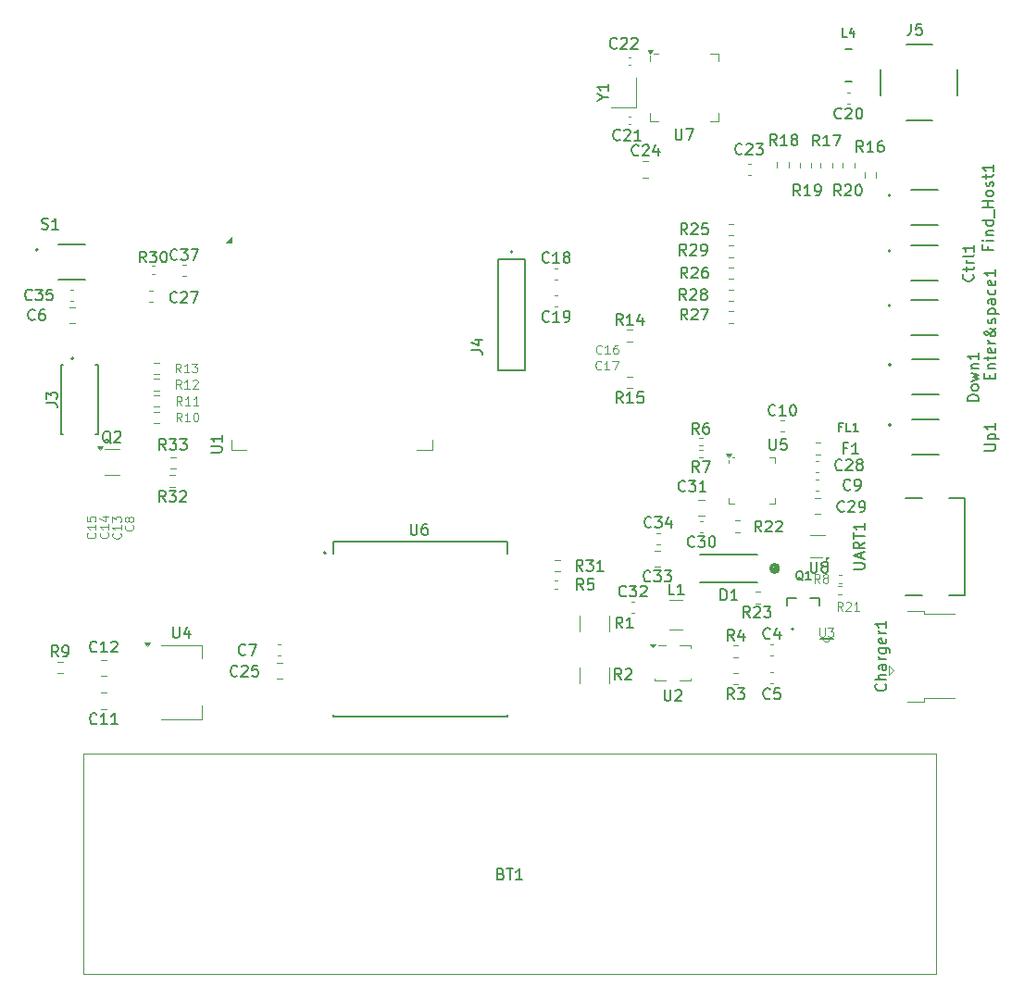
<source format=gbr>
%TF.GenerationSoftware,KiCad,Pcbnew,9.0.0*%
%TF.CreationDate,2025-06-04T09:40:56+09:00*%
%TF.ProjectId,FLP_PCB_host,464c505f-5043-4425-9f68-6f73742e6b69,rev?*%
%TF.SameCoordinates,Original*%
%TF.FileFunction,Legend,Top*%
%TF.FilePolarity,Positive*%
%FSLAX46Y46*%
G04 Gerber Fmt 4.6, Leading zero omitted, Abs format (unit mm)*
G04 Created by KiCad (PCBNEW 9.0.0) date 2025-06-04 09:40:56*
%MOMM*%
%LPD*%
G01*
G04 APERTURE LIST*
%ADD10C,0.150000*%
%ADD11C,0.120000*%
%ADD12C,0.125000*%
%ADD13C,0.127000*%
%ADD14C,0.200000*%
%ADD15C,0.152400*%
%ADD16C,0.100000*%
G04 APERTURE END LIST*
D10*
X70657142Y-69479580D02*
X70609523Y-69527200D01*
X70609523Y-69527200D02*
X70466666Y-69574819D01*
X70466666Y-69574819D02*
X70371428Y-69574819D01*
X70371428Y-69574819D02*
X70228571Y-69527200D01*
X70228571Y-69527200D02*
X70133333Y-69431961D01*
X70133333Y-69431961D02*
X70085714Y-69336723D01*
X70085714Y-69336723D02*
X70038095Y-69146247D01*
X70038095Y-69146247D02*
X70038095Y-69003390D01*
X70038095Y-69003390D02*
X70085714Y-68812914D01*
X70085714Y-68812914D02*
X70133333Y-68717676D01*
X70133333Y-68717676D02*
X70228571Y-68622438D01*
X70228571Y-68622438D02*
X70371428Y-68574819D01*
X70371428Y-68574819D02*
X70466666Y-68574819D01*
X70466666Y-68574819D02*
X70609523Y-68622438D01*
X70609523Y-68622438D02*
X70657142Y-68670057D01*
X70990476Y-68574819D02*
X71609523Y-68574819D01*
X71609523Y-68574819D02*
X71276190Y-68955771D01*
X71276190Y-68955771D02*
X71419047Y-68955771D01*
X71419047Y-68955771D02*
X71514285Y-69003390D01*
X71514285Y-69003390D02*
X71561904Y-69051009D01*
X71561904Y-69051009D02*
X71609523Y-69146247D01*
X71609523Y-69146247D02*
X71609523Y-69384342D01*
X71609523Y-69384342D02*
X71561904Y-69479580D01*
X71561904Y-69479580D02*
X71514285Y-69527200D01*
X71514285Y-69527200D02*
X71419047Y-69574819D01*
X71419047Y-69574819D02*
X71133333Y-69574819D01*
X71133333Y-69574819D02*
X71038095Y-69527200D01*
X71038095Y-69527200D02*
X70990476Y-69479580D01*
X71990476Y-68670057D02*
X72038095Y-68622438D01*
X72038095Y-68622438D02*
X72133333Y-68574819D01*
X72133333Y-68574819D02*
X72371428Y-68574819D01*
X72371428Y-68574819D02*
X72466666Y-68622438D01*
X72466666Y-68622438D02*
X72514285Y-68670057D01*
X72514285Y-68670057D02*
X72561904Y-68765295D01*
X72561904Y-68765295D02*
X72561904Y-68860533D01*
X72561904Y-68860533D02*
X72514285Y-69003390D01*
X72514285Y-69003390D02*
X71942857Y-69574819D01*
X71942857Y-69574819D02*
X72561904Y-69574819D01*
X92327142Y-28904819D02*
X91993809Y-28428628D01*
X91755714Y-28904819D02*
X91755714Y-27904819D01*
X91755714Y-27904819D02*
X92136666Y-27904819D01*
X92136666Y-27904819D02*
X92231904Y-27952438D01*
X92231904Y-27952438D02*
X92279523Y-28000057D01*
X92279523Y-28000057D02*
X92327142Y-28095295D01*
X92327142Y-28095295D02*
X92327142Y-28238152D01*
X92327142Y-28238152D02*
X92279523Y-28333390D01*
X92279523Y-28333390D02*
X92231904Y-28381009D01*
X92231904Y-28381009D02*
X92136666Y-28428628D01*
X92136666Y-28428628D02*
X91755714Y-28428628D01*
X93279523Y-28904819D02*
X92708095Y-28904819D01*
X92993809Y-28904819D02*
X92993809Y-27904819D01*
X92993809Y-27904819D02*
X92898571Y-28047676D01*
X92898571Y-28047676D02*
X92803333Y-28142914D01*
X92803333Y-28142914D02*
X92708095Y-28190533D01*
X94136666Y-27904819D02*
X93946190Y-27904819D01*
X93946190Y-27904819D02*
X93850952Y-27952438D01*
X93850952Y-27952438D02*
X93803333Y-28000057D01*
X93803333Y-28000057D02*
X93708095Y-28142914D01*
X93708095Y-28142914D02*
X93660476Y-28333390D01*
X93660476Y-28333390D02*
X93660476Y-28714342D01*
X93660476Y-28714342D02*
X93708095Y-28809580D01*
X93708095Y-28809580D02*
X93755714Y-28857200D01*
X93755714Y-28857200D02*
X93850952Y-28904819D01*
X93850952Y-28904819D02*
X94041428Y-28904819D01*
X94041428Y-28904819D02*
X94136666Y-28857200D01*
X94136666Y-28857200D02*
X94184285Y-28809580D01*
X94184285Y-28809580D02*
X94231904Y-28714342D01*
X94231904Y-28714342D02*
X94231904Y-28476247D01*
X94231904Y-28476247D02*
X94184285Y-28381009D01*
X94184285Y-28381009D02*
X94136666Y-28333390D01*
X94136666Y-28333390D02*
X94041428Y-28285771D01*
X94041428Y-28285771D02*
X93850952Y-28285771D01*
X93850952Y-28285771D02*
X93755714Y-28333390D01*
X93755714Y-28333390D02*
X93708095Y-28381009D01*
X93708095Y-28381009D02*
X93660476Y-28476247D01*
X76157142Y-42454819D02*
X75823809Y-41978628D01*
X75585714Y-42454819D02*
X75585714Y-41454819D01*
X75585714Y-41454819D02*
X75966666Y-41454819D01*
X75966666Y-41454819D02*
X76061904Y-41502438D01*
X76061904Y-41502438D02*
X76109523Y-41550057D01*
X76109523Y-41550057D02*
X76157142Y-41645295D01*
X76157142Y-41645295D02*
X76157142Y-41788152D01*
X76157142Y-41788152D02*
X76109523Y-41883390D01*
X76109523Y-41883390D02*
X76061904Y-41931009D01*
X76061904Y-41931009D02*
X75966666Y-41978628D01*
X75966666Y-41978628D02*
X75585714Y-41978628D01*
X76538095Y-41550057D02*
X76585714Y-41502438D01*
X76585714Y-41502438D02*
X76680952Y-41454819D01*
X76680952Y-41454819D02*
X76919047Y-41454819D01*
X76919047Y-41454819D02*
X77014285Y-41502438D01*
X77014285Y-41502438D02*
X77061904Y-41550057D01*
X77061904Y-41550057D02*
X77109523Y-41645295D01*
X77109523Y-41645295D02*
X77109523Y-41740533D01*
X77109523Y-41740533D02*
X77061904Y-41883390D01*
X77061904Y-41883390D02*
X76490476Y-42454819D01*
X76490476Y-42454819D02*
X77109523Y-42454819D01*
X77680952Y-41883390D02*
X77585714Y-41835771D01*
X77585714Y-41835771D02*
X77538095Y-41788152D01*
X77538095Y-41788152D02*
X77490476Y-41692914D01*
X77490476Y-41692914D02*
X77490476Y-41645295D01*
X77490476Y-41645295D02*
X77538095Y-41550057D01*
X77538095Y-41550057D02*
X77585714Y-41502438D01*
X77585714Y-41502438D02*
X77680952Y-41454819D01*
X77680952Y-41454819D02*
X77871428Y-41454819D01*
X77871428Y-41454819D02*
X77966666Y-41502438D01*
X77966666Y-41502438D02*
X78014285Y-41550057D01*
X78014285Y-41550057D02*
X78061904Y-41645295D01*
X78061904Y-41645295D02*
X78061904Y-41692914D01*
X78061904Y-41692914D02*
X78014285Y-41788152D01*
X78014285Y-41788152D02*
X77966666Y-41835771D01*
X77966666Y-41835771D02*
X77871428Y-41883390D01*
X77871428Y-41883390D02*
X77680952Y-41883390D01*
X77680952Y-41883390D02*
X77585714Y-41931009D01*
X77585714Y-41931009D02*
X77538095Y-41978628D01*
X77538095Y-41978628D02*
X77490476Y-42073866D01*
X77490476Y-42073866D02*
X77490476Y-42264342D01*
X77490476Y-42264342D02*
X77538095Y-42359580D01*
X77538095Y-42359580D02*
X77585714Y-42407200D01*
X77585714Y-42407200D02*
X77680952Y-42454819D01*
X77680952Y-42454819D02*
X77871428Y-42454819D01*
X77871428Y-42454819D02*
X77966666Y-42407200D01*
X77966666Y-42407200D02*
X78014285Y-42359580D01*
X78014285Y-42359580D02*
X78061904Y-42264342D01*
X78061904Y-42264342D02*
X78061904Y-42073866D01*
X78061904Y-42073866D02*
X78014285Y-41978628D01*
X78014285Y-41978628D02*
X77966666Y-41931009D01*
X77966666Y-41931009D02*
X77871428Y-41883390D01*
X91454819Y-67071428D02*
X92264342Y-67071428D01*
X92264342Y-67071428D02*
X92359580Y-67023809D01*
X92359580Y-67023809D02*
X92407200Y-66976190D01*
X92407200Y-66976190D02*
X92454819Y-66880952D01*
X92454819Y-66880952D02*
X92454819Y-66690476D01*
X92454819Y-66690476D02*
X92407200Y-66595238D01*
X92407200Y-66595238D02*
X92359580Y-66547619D01*
X92359580Y-66547619D02*
X92264342Y-66500000D01*
X92264342Y-66500000D02*
X91454819Y-66500000D01*
X92169104Y-66071428D02*
X92169104Y-65595238D01*
X92454819Y-66166666D02*
X91454819Y-65833333D01*
X91454819Y-65833333D02*
X92454819Y-65500000D01*
X92454819Y-64595238D02*
X91978628Y-64928571D01*
X92454819Y-65166666D02*
X91454819Y-65166666D01*
X91454819Y-65166666D02*
X91454819Y-64785714D01*
X91454819Y-64785714D02*
X91502438Y-64690476D01*
X91502438Y-64690476D02*
X91550057Y-64642857D01*
X91550057Y-64642857D02*
X91645295Y-64595238D01*
X91645295Y-64595238D02*
X91788152Y-64595238D01*
X91788152Y-64595238D02*
X91883390Y-64642857D01*
X91883390Y-64642857D02*
X91931009Y-64690476D01*
X91931009Y-64690476D02*
X91978628Y-64785714D01*
X91978628Y-64785714D02*
X91978628Y-65166666D01*
X91454819Y-64309523D02*
X91454819Y-63738095D01*
X92454819Y-64023809D02*
X91454819Y-64023809D01*
X92454819Y-62880952D02*
X92454819Y-63452380D01*
X92454819Y-63166666D02*
X91454819Y-63166666D01*
X91454819Y-63166666D02*
X91597676Y-63261904D01*
X91597676Y-63261904D02*
X91692914Y-63357142D01*
X91692914Y-63357142D02*
X91740533Y-63452380D01*
D11*
X22077664Y-63744285D02*
X22115760Y-63782381D01*
X22115760Y-63782381D02*
X22153855Y-63896666D01*
X22153855Y-63896666D02*
X22153855Y-63972857D01*
X22153855Y-63972857D02*
X22115760Y-64087143D01*
X22115760Y-64087143D02*
X22039569Y-64163333D01*
X22039569Y-64163333D02*
X21963379Y-64201428D01*
X21963379Y-64201428D02*
X21810998Y-64239524D01*
X21810998Y-64239524D02*
X21696712Y-64239524D01*
X21696712Y-64239524D02*
X21544331Y-64201428D01*
X21544331Y-64201428D02*
X21468140Y-64163333D01*
X21468140Y-64163333D02*
X21391950Y-64087143D01*
X21391950Y-64087143D02*
X21353855Y-63972857D01*
X21353855Y-63972857D02*
X21353855Y-63896666D01*
X21353855Y-63896666D02*
X21391950Y-63782381D01*
X21391950Y-63782381D02*
X21430045Y-63744285D01*
X22153855Y-62982381D02*
X22153855Y-63439524D01*
X22153855Y-63210952D02*
X21353855Y-63210952D01*
X21353855Y-63210952D02*
X21468140Y-63287143D01*
X21468140Y-63287143D02*
X21544331Y-63363333D01*
X21544331Y-63363333D02*
X21582426Y-63439524D01*
X21353855Y-62258571D02*
X21353855Y-62639523D01*
X21353855Y-62639523D02*
X21734807Y-62677619D01*
X21734807Y-62677619D02*
X21696712Y-62639523D01*
X21696712Y-62639523D02*
X21658617Y-62563333D01*
X21658617Y-62563333D02*
X21658617Y-62372857D01*
X21658617Y-62372857D02*
X21696712Y-62296666D01*
X21696712Y-62296666D02*
X21734807Y-62258571D01*
X21734807Y-62258571D02*
X21810998Y-62220476D01*
X21810998Y-62220476D02*
X22001474Y-62220476D01*
X22001474Y-62220476D02*
X22077664Y-62258571D01*
X22077664Y-62258571D02*
X22115760Y-62296666D01*
X22115760Y-62296666D02*
X22153855Y-62372857D01*
X22153855Y-62372857D02*
X22153855Y-62563333D01*
X22153855Y-62563333D02*
X22115760Y-62639523D01*
X22115760Y-62639523D02*
X22077664Y-62677619D01*
D10*
X90357142Y-25789580D02*
X90309523Y-25837200D01*
X90309523Y-25837200D02*
X90166666Y-25884819D01*
X90166666Y-25884819D02*
X90071428Y-25884819D01*
X90071428Y-25884819D02*
X89928571Y-25837200D01*
X89928571Y-25837200D02*
X89833333Y-25741961D01*
X89833333Y-25741961D02*
X89785714Y-25646723D01*
X89785714Y-25646723D02*
X89738095Y-25456247D01*
X89738095Y-25456247D02*
X89738095Y-25313390D01*
X89738095Y-25313390D02*
X89785714Y-25122914D01*
X89785714Y-25122914D02*
X89833333Y-25027676D01*
X89833333Y-25027676D02*
X89928571Y-24932438D01*
X89928571Y-24932438D02*
X90071428Y-24884819D01*
X90071428Y-24884819D02*
X90166666Y-24884819D01*
X90166666Y-24884819D02*
X90309523Y-24932438D01*
X90309523Y-24932438D02*
X90357142Y-24980057D01*
X90738095Y-24980057D02*
X90785714Y-24932438D01*
X90785714Y-24932438D02*
X90880952Y-24884819D01*
X90880952Y-24884819D02*
X91119047Y-24884819D01*
X91119047Y-24884819D02*
X91214285Y-24932438D01*
X91214285Y-24932438D02*
X91261904Y-24980057D01*
X91261904Y-24980057D02*
X91309523Y-25075295D01*
X91309523Y-25075295D02*
X91309523Y-25170533D01*
X91309523Y-25170533D02*
X91261904Y-25313390D01*
X91261904Y-25313390D02*
X90690476Y-25884819D01*
X90690476Y-25884819D02*
X91309523Y-25884819D01*
X91928571Y-24884819D02*
X92023809Y-24884819D01*
X92023809Y-24884819D02*
X92119047Y-24932438D01*
X92119047Y-24932438D02*
X92166666Y-24980057D01*
X92166666Y-24980057D02*
X92214285Y-25075295D01*
X92214285Y-25075295D02*
X92261904Y-25265771D01*
X92261904Y-25265771D02*
X92261904Y-25503866D01*
X92261904Y-25503866D02*
X92214285Y-25694342D01*
X92214285Y-25694342D02*
X92166666Y-25789580D01*
X92166666Y-25789580D02*
X92119047Y-25837200D01*
X92119047Y-25837200D02*
X92023809Y-25884819D01*
X92023809Y-25884819D02*
X91928571Y-25884819D01*
X91928571Y-25884819D02*
X91833333Y-25837200D01*
X91833333Y-25837200D02*
X91785714Y-25789580D01*
X91785714Y-25789580D02*
X91738095Y-25694342D01*
X91738095Y-25694342D02*
X91690476Y-25503866D01*
X91690476Y-25503866D02*
X91690476Y-25265771D01*
X91690476Y-25265771D02*
X91738095Y-25075295D01*
X91738095Y-25075295D02*
X91785714Y-24980057D01*
X91785714Y-24980057D02*
X91833333Y-24932438D01*
X91833333Y-24932438D02*
X91928571Y-24884819D01*
D11*
X24407664Y-63784285D02*
X24445760Y-63822381D01*
X24445760Y-63822381D02*
X24483855Y-63936666D01*
X24483855Y-63936666D02*
X24483855Y-64012857D01*
X24483855Y-64012857D02*
X24445760Y-64127143D01*
X24445760Y-64127143D02*
X24369569Y-64203333D01*
X24369569Y-64203333D02*
X24293379Y-64241428D01*
X24293379Y-64241428D02*
X24140998Y-64279524D01*
X24140998Y-64279524D02*
X24026712Y-64279524D01*
X24026712Y-64279524D02*
X23874331Y-64241428D01*
X23874331Y-64241428D02*
X23798140Y-64203333D01*
X23798140Y-64203333D02*
X23721950Y-64127143D01*
X23721950Y-64127143D02*
X23683855Y-64012857D01*
X23683855Y-64012857D02*
X23683855Y-63936666D01*
X23683855Y-63936666D02*
X23721950Y-63822381D01*
X23721950Y-63822381D02*
X23760045Y-63784285D01*
X24483855Y-63022381D02*
X24483855Y-63479524D01*
X24483855Y-63250952D02*
X23683855Y-63250952D01*
X23683855Y-63250952D02*
X23798140Y-63327143D01*
X23798140Y-63327143D02*
X23874331Y-63403333D01*
X23874331Y-63403333D02*
X23912426Y-63479524D01*
X23683855Y-62755714D02*
X23683855Y-62260476D01*
X23683855Y-62260476D02*
X23988617Y-62527142D01*
X23988617Y-62527142D02*
X23988617Y-62412857D01*
X23988617Y-62412857D02*
X24026712Y-62336666D01*
X24026712Y-62336666D02*
X24064807Y-62298571D01*
X24064807Y-62298571D02*
X24140998Y-62260476D01*
X24140998Y-62260476D02*
X24331474Y-62260476D01*
X24331474Y-62260476D02*
X24407664Y-62298571D01*
X24407664Y-62298571D02*
X24445760Y-62336666D01*
X24445760Y-62336666D02*
X24483855Y-62412857D01*
X24483855Y-62412857D02*
X24483855Y-62641428D01*
X24483855Y-62641428D02*
X24445760Y-62717619D01*
X24445760Y-62717619D02*
X24407664Y-62755714D01*
D10*
X103454819Y-56214285D02*
X104264342Y-56214285D01*
X104264342Y-56214285D02*
X104359580Y-56166666D01*
X104359580Y-56166666D02*
X104407200Y-56119047D01*
X104407200Y-56119047D02*
X104454819Y-56023809D01*
X104454819Y-56023809D02*
X104454819Y-55833333D01*
X104454819Y-55833333D02*
X104407200Y-55738095D01*
X104407200Y-55738095D02*
X104359580Y-55690476D01*
X104359580Y-55690476D02*
X104264342Y-55642857D01*
X104264342Y-55642857D02*
X103454819Y-55642857D01*
X103788152Y-55166666D02*
X104788152Y-55166666D01*
X103835771Y-55166666D02*
X103788152Y-55071428D01*
X103788152Y-55071428D02*
X103788152Y-54880952D01*
X103788152Y-54880952D02*
X103835771Y-54785714D01*
X103835771Y-54785714D02*
X103883390Y-54738095D01*
X103883390Y-54738095D02*
X103978628Y-54690476D01*
X103978628Y-54690476D02*
X104264342Y-54690476D01*
X104264342Y-54690476D02*
X104359580Y-54738095D01*
X104359580Y-54738095D02*
X104407200Y-54785714D01*
X104407200Y-54785714D02*
X104454819Y-54880952D01*
X104454819Y-54880952D02*
X104454819Y-55071428D01*
X104454819Y-55071428D02*
X104407200Y-55166666D01*
X104454819Y-53738095D02*
X104454819Y-54309523D01*
X104454819Y-54023809D02*
X103454819Y-54023809D01*
X103454819Y-54023809D02*
X103597676Y-54119047D01*
X103597676Y-54119047D02*
X103692914Y-54214285D01*
X103692914Y-54214285D02*
X103740533Y-54309523D01*
X68578628Y-23906190D02*
X69054819Y-23906190D01*
X68054819Y-24239523D02*
X68578628Y-23906190D01*
X68578628Y-23906190D02*
X68054819Y-23572857D01*
X69054819Y-22715714D02*
X69054819Y-23287142D01*
X69054819Y-23001428D02*
X68054819Y-23001428D01*
X68054819Y-23001428D02*
X68197676Y-23096666D01*
X68197676Y-23096666D02*
X68292914Y-23191904D01*
X68292914Y-23191904D02*
X68340533Y-23287142D01*
X29617142Y-38689580D02*
X29569523Y-38737200D01*
X29569523Y-38737200D02*
X29426666Y-38784819D01*
X29426666Y-38784819D02*
X29331428Y-38784819D01*
X29331428Y-38784819D02*
X29188571Y-38737200D01*
X29188571Y-38737200D02*
X29093333Y-38641961D01*
X29093333Y-38641961D02*
X29045714Y-38546723D01*
X29045714Y-38546723D02*
X28998095Y-38356247D01*
X28998095Y-38356247D02*
X28998095Y-38213390D01*
X28998095Y-38213390D02*
X29045714Y-38022914D01*
X29045714Y-38022914D02*
X29093333Y-37927676D01*
X29093333Y-37927676D02*
X29188571Y-37832438D01*
X29188571Y-37832438D02*
X29331428Y-37784819D01*
X29331428Y-37784819D02*
X29426666Y-37784819D01*
X29426666Y-37784819D02*
X29569523Y-37832438D01*
X29569523Y-37832438D02*
X29617142Y-37880057D01*
X29950476Y-37784819D02*
X30569523Y-37784819D01*
X30569523Y-37784819D02*
X30236190Y-38165771D01*
X30236190Y-38165771D02*
X30379047Y-38165771D01*
X30379047Y-38165771D02*
X30474285Y-38213390D01*
X30474285Y-38213390D02*
X30521904Y-38261009D01*
X30521904Y-38261009D02*
X30569523Y-38356247D01*
X30569523Y-38356247D02*
X30569523Y-38594342D01*
X30569523Y-38594342D02*
X30521904Y-38689580D01*
X30521904Y-38689580D02*
X30474285Y-38737200D01*
X30474285Y-38737200D02*
X30379047Y-38784819D01*
X30379047Y-38784819D02*
X30093333Y-38784819D01*
X30093333Y-38784819D02*
X29998095Y-38737200D01*
X29998095Y-38737200D02*
X29950476Y-38689580D01*
X30902857Y-37784819D02*
X31569523Y-37784819D01*
X31569523Y-37784819D02*
X31140952Y-38784819D01*
X17238095Y-35922200D02*
X17380952Y-35969819D01*
X17380952Y-35969819D02*
X17619047Y-35969819D01*
X17619047Y-35969819D02*
X17714285Y-35922200D01*
X17714285Y-35922200D02*
X17761904Y-35874580D01*
X17761904Y-35874580D02*
X17809523Y-35779342D01*
X17809523Y-35779342D02*
X17809523Y-35684104D01*
X17809523Y-35684104D02*
X17761904Y-35588866D01*
X17761904Y-35588866D02*
X17714285Y-35541247D01*
X17714285Y-35541247D02*
X17619047Y-35493628D01*
X17619047Y-35493628D02*
X17428571Y-35446009D01*
X17428571Y-35446009D02*
X17333333Y-35398390D01*
X17333333Y-35398390D02*
X17285714Y-35350771D01*
X17285714Y-35350771D02*
X17238095Y-35255533D01*
X17238095Y-35255533D02*
X17238095Y-35160295D01*
X17238095Y-35160295D02*
X17285714Y-35065057D01*
X17285714Y-35065057D02*
X17333333Y-35017438D01*
X17333333Y-35017438D02*
X17428571Y-34969819D01*
X17428571Y-34969819D02*
X17666666Y-34969819D01*
X17666666Y-34969819D02*
X17809523Y-35017438D01*
X18761904Y-35969819D02*
X18190476Y-35969819D01*
X18476190Y-35969819D02*
X18476190Y-34969819D01*
X18476190Y-34969819D02*
X18380952Y-35112676D01*
X18380952Y-35112676D02*
X18285714Y-35207914D01*
X18285714Y-35207914D02*
X18190476Y-35255533D01*
X86577142Y-32904819D02*
X86243809Y-32428628D01*
X86005714Y-32904819D02*
X86005714Y-31904819D01*
X86005714Y-31904819D02*
X86386666Y-31904819D01*
X86386666Y-31904819D02*
X86481904Y-31952438D01*
X86481904Y-31952438D02*
X86529523Y-32000057D01*
X86529523Y-32000057D02*
X86577142Y-32095295D01*
X86577142Y-32095295D02*
X86577142Y-32238152D01*
X86577142Y-32238152D02*
X86529523Y-32333390D01*
X86529523Y-32333390D02*
X86481904Y-32381009D01*
X86481904Y-32381009D02*
X86386666Y-32428628D01*
X86386666Y-32428628D02*
X86005714Y-32428628D01*
X87529523Y-32904819D02*
X86958095Y-32904819D01*
X87243809Y-32904819D02*
X87243809Y-31904819D01*
X87243809Y-31904819D02*
X87148571Y-32047676D01*
X87148571Y-32047676D02*
X87053333Y-32142914D01*
X87053333Y-32142914D02*
X86958095Y-32190533D01*
X88005714Y-32904819D02*
X88196190Y-32904819D01*
X88196190Y-32904819D02*
X88291428Y-32857200D01*
X88291428Y-32857200D02*
X88339047Y-32809580D01*
X88339047Y-32809580D02*
X88434285Y-32666723D01*
X88434285Y-32666723D02*
X88481904Y-32476247D01*
X88481904Y-32476247D02*
X88481904Y-32095295D01*
X88481904Y-32095295D02*
X88434285Y-32000057D01*
X88434285Y-32000057D02*
X88386666Y-31952438D01*
X88386666Y-31952438D02*
X88291428Y-31904819D01*
X88291428Y-31904819D02*
X88100952Y-31904819D01*
X88100952Y-31904819D02*
X88005714Y-31952438D01*
X88005714Y-31952438D02*
X87958095Y-32000057D01*
X87958095Y-32000057D02*
X87910476Y-32095295D01*
X87910476Y-32095295D02*
X87910476Y-32333390D01*
X87910476Y-32333390D02*
X87958095Y-32428628D01*
X87958095Y-32428628D02*
X88005714Y-32476247D01*
X88005714Y-32476247D02*
X88100952Y-32523866D01*
X88100952Y-32523866D02*
X88291428Y-32523866D01*
X88291428Y-32523866D02*
X88386666Y-32476247D01*
X88386666Y-32476247D02*
X88434285Y-32428628D01*
X88434285Y-32428628D02*
X88481904Y-32333390D01*
X77333333Y-54684819D02*
X77000000Y-54208628D01*
X76761905Y-54684819D02*
X76761905Y-53684819D01*
X76761905Y-53684819D02*
X77142857Y-53684819D01*
X77142857Y-53684819D02*
X77238095Y-53732438D01*
X77238095Y-53732438D02*
X77285714Y-53780057D01*
X77285714Y-53780057D02*
X77333333Y-53875295D01*
X77333333Y-53875295D02*
X77333333Y-54018152D01*
X77333333Y-54018152D02*
X77285714Y-54113390D01*
X77285714Y-54113390D02*
X77238095Y-54161009D01*
X77238095Y-54161009D02*
X77142857Y-54208628D01*
X77142857Y-54208628D02*
X76761905Y-54208628D01*
X78190476Y-53684819D02*
X78000000Y-53684819D01*
X78000000Y-53684819D02*
X77904762Y-53732438D01*
X77904762Y-53732438D02*
X77857143Y-53780057D01*
X77857143Y-53780057D02*
X77761905Y-53922914D01*
X77761905Y-53922914D02*
X77714286Y-54113390D01*
X77714286Y-54113390D02*
X77714286Y-54494342D01*
X77714286Y-54494342D02*
X77761905Y-54589580D01*
X77761905Y-54589580D02*
X77809524Y-54637200D01*
X77809524Y-54637200D02*
X77904762Y-54684819D01*
X77904762Y-54684819D02*
X78095238Y-54684819D01*
X78095238Y-54684819D02*
X78190476Y-54637200D01*
X78190476Y-54637200D02*
X78238095Y-54589580D01*
X78238095Y-54589580D02*
X78285714Y-54494342D01*
X78285714Y-54494342D02*
X78285714Y-54256247D01*
X78285714Y-54256247D02*
X78238095Y-54161009D01*
X78238095Y-54161009D02*
X78190476Y-54113390D01*
X78190476Y-54113390D02*
X78095238Y-54065771D01*
X78095238Y-54065771D02*
X77904762Y-54065771D01*
X77904762Y-54065771D02*
X77809524Y-54113390D01*
X77809524Y-54113390D02*
X77761905Y-54161009D01*
X77761905Y-54161009D02*
X77714286Y-54256247D01*
X63607142Y-44359580D02*
X63559523Y-44407200D01*
X63559523Y-44407200D02*
X63416666Y-44454819D01*
X63416666Y-44454819D02*
X63321428Y-44454819D01*
X63321428Y-44454819D02*
X63178571Y-44407200D01*
X63178571Y-44407200D02*
X63083333Y-44311961D01*
X63083333Y-44311961D02*
X63035714Y-44216723D01*
X63035714Y-44216723D02*
X62988095Y-44026247D01*
X62988095Y-44026247D02*
X62988095Y-43883390D01*
X62988095Y-43883390D02*
X63035714Y-43692914D01*
X63035714Y-43692914D02*
X63083333Y-43597676D01*
X63083333Y-43597676D02*
X63178571Y-43502438D01*
X63178571Y-43502438D02*
X63321428Y-43454819D01*
X63321428Y-43454819D02*
X63416666Y-43454819D01*
X63416666Y-43454819D02*
X63559523Y-43502438D01*
X63559523Y-43502438D02*
X63607142Y-43550057D01*
X64559523Y-44454819D02*
X63988095Y-44454819D01*
X64273809Y-44454819D02*
X64273809Y-43454819D01*
X64273809Y-43454819D02*
X64178571Y-43597676D01*
X64178571Y-43597676D02*
X64083333Y-43692914D01*
X64083333Y-43692914D02*
X63988095Y-43740533D01*
X65035714Y-44454819D02*
X65226190Y-44454819D01*
X65226190Y-44454819D02*
X65321428Y-44407200D01*
X65321428Y-44407200D02*
X65369047Y-44359580D01*
X65369047Y-44359580D02*
X65464285Y-44216723D01*
X65464285Y-44216723D02*
X65511904Y-44026247D01*
X65511904Y-44026247D02*
X65511904Y-43645295D01*
X65511904Y-43645295D02*
X65464285Y-43550057D01*
X65464285Y-43550057D02*
X65416666Y-43502438D01*
X65416666Y-43502438D02*
X65321428Y-43454819D01*
X65321428Y-43454819D02*
X65130952Y-43454819D01*
X65130952Y-43454819D02*
X65035714Y-43502438D01*
X65035714Y-43502438D02*
X64988095Y-43550057D01*
X64988095Y-43550057D02*
X64940476Y-43645295D01*
X64940476Y-43645295D02*
X64940476Y-43883390D01*
X64940476Y-43883390D02*
X64988095Y-43978628D01*
X64988095Y-43978628D02*
X65035714Y-44026247D01*
X65035714Y-44026247D02*
X65130952Y-44073866D01*
X65130952Y-44073866D02*
X65321428Y-44073866D01*
X65321428Y-44073866D02*
X65416666Y-44026247D01*
X65416666Y-44026247D02*
X65464285Y-43978628D01*
X65464285Y-43978628D02*
X65511904Y-43883390D01*
X75083333Y-69404819D02*
X74607143Y-69404819D01*
X74607143Y-69404819D02*
X74607143Y-68404819D01*
X75940476Y-69404819D02*
X75369048Y-69404819D01*
X75654762Y-69404819D02*
X75654762Y-68404819D01*
X75654762Y-68404819D02*
X75559524Y-68547676D01*
X75559524Y-68547676D02*
X75464286Y-68642914D01*
X75464286Y-68642914D02*
X75369048Y-68690533D01*
X29582142Y-42609580D02*
X29534523Y-42657200D01*
X29534523Y-42657200D02*
X29391666Y-42704819D01*
X29391666Y-42704819D02*
X29296428Y-42704819D01*
X29296428Y-42704819D02*
X29153571Y-42657200D01*
X29153571Y-42657200D02*
X29058333Y-42561961D01*
X29058333Y-42561961D02*
X29010714Y-42466723D01*
X29010714Y-42466723D02*
X28963095Y-42276247D01*
X28963095Y-42276247D02*
X28963095Y-42133390D01*
X28963095Y-42133390D02*
X29010714Y-41942914D01*
X29010714Y-41942914D02*
X29058333Y-41847676D01*
X29058333Y-41847676D02*
X29153571Y-41752438D01*
X29153571Y-41752438D02*
X29296428Y-41704819D01*
X29296428Y-41704819D02*
X29391666Y-41704819D01*
X29391666Y-41704819D02*
X29534523Y-41752438D01*
X29534523Y-41752438D02*
X29582142Y-41800057D01*
X29963095Y-41800057D02*
X30010714Y-41752438D01*
X30010714Y-41752438D02*
X30105952Y-41704819D01*
X30105952Y-41704819D02*
X30344047Y-41704819D01*
X30344047Y-41704819D02*
X30439285Y-41752438D01*
X30439285Y-41752438D02*
X30486904Y-41800057D01*
X30486904Y-41800057D02*
X30534523Y-41895295D01*
X30534523Y-41895295D02*
X30534523Y-41990533D01*
X30534523Y-41990533D02*
X30486904Y-42133390D01*
X30486904Y-42133390D02*
X29915476Y-42704819D01*
X29915476Y-42704819D02*
X30534523Y-42704819D01*
X30867857Y-41704819D02*
X31534523Y-41704819D01*
X31534523Y-41704819D02*
X31105952Y-42704819D01*
X84447142Y-28304819D02*
X84113809Y-27828628D01*
X83875714Y-28304819D02*
X83875714Y-27304819D01*
X83875714Y-27304819D02*
X84256666Y-27304819D01*
X84256666Y-27304819D02*
X84351904Y-27352438D01*
X84351904Y-27352438D02*
X84399523Y-27400057D01*
X84399523Y-27400057D02*
X84447142Y-27495295D01*
X84447142Y-27495295D02*
X84447142Y-27638152D01*
X84447142Y-27638152D02*
X84399523Y-27733390D01*
X84399523Y-27733390D02*
X84351904Y-27781009D01*
X84351904Y-27781009D02*
X84256666Y-27828628D01*
X84256666Y-27828628D02*
X83875714Y-27828628D01*
X85399523Y-28304819D02*
X84828095Y-28304819D01*
X85113809Y-28304819D02*
X85113809Y-27304819D01*
X85113809Y-27304819D02*
X85018571Y-27447676D01*
X85018571Y-27447676D02*
X84923333Y-27542914D01*
X84923333Y-27542914D02*
X84828095Y-27590533D01*
X85970952Y-27733390D02*
X85875714Y-27685771D01*
X85875714Y-27685771D02*
X85828095Y-27638152D01*
X85828095Y-27638152D02*
X85780476Y-27542914D01*
X85780476Y-27542914D02*
X85780476Y-27495295D01*
X85780476Y-27495295D02*
X85828095Y-27400057D01*
X85828095Y-27400057D02*
X85875714Y-27352438D01*
X85875714Y-27352438D02*
X85970952Y-27304819D01*
X85970952Y-27304819D02*
X86161428Y-27304819D01*
X86161428Y-27304819D02*
X86256666Y-27352438D01*
X86256666Y-27352438D02*
X86304285Y-27400057D01*
X86304285Y-27400057D02*
X86351904Y-27495295D01*
X86351904Y-27495295D02*
X86351904Y-27542914D01*
X86351904Y-27542914D02*
X86304285Y-27638152D01*
X86304285Y-27638152D02*
X86256666Y-27685771D01*
X86256666Y-27685771D02*
X86161428Y-27733390D01*
X86161428Y-27733390D02*
X85970952Y-27733390D01*
X85970952Y-27733390D02*
X85875714Y-27781009D01*
X85875714Y-27781009D02*
X85828095Y-27828628D01*
X85828095Y-27828628D02*
X85780476Y-27923866D01*
X85780476Y-27923866D02*
X85780476Y-28114342D01*
X85780476Y-28114342D02*
X85828095Y-28209580D01*
X85828095Y-28209580D02*
X85875714Y-28257200D01*
X85875714Y-28257200D02*
X85970952Y-28304819D01*
X85970952Y-28304819D02*
X86161428Y-28304819D01*
X86161428Y-28304819D02*
X86256666Y-28257200D01*
X86256666Y-28257200D02*
X86304285Y-28209580D01*
X86304285Y-28209580D02*
X86351904Y-28114342D01*
X86351904Y-28114342D02*
X86351904Y-27923866D01*
X86351904Y-27923866D02*
X86304285Y-27828628D01*
X86304285Y-27828628D02*
X86256666Y-27781009D01*
X86256666Y-27781009D02*
X86161428Y-27733390D01*
X83833333Y-73359580D02*
X83785714Y-73407200D01*
X83785714Y-73407200D02*
X83642857Y-73454819D01*
X83642857Y-73454819D02*
X83547619Y-73454819D01*
X83547619Y-73454819D02*
X83404762Y-73407200D01*
X83404762Y-73407200D02*
X83309524Y-73311961D01*
X83309524Y-73311961D02*
X83261905Y-73216723D01*
X83261905Y-73216723D02*
X83214286Y-73026247D01*
X83214286Y-73026247D02*
X83214286Y-72883390D01*
X83214286Y-72883390D02*
X83261905Y-72692914D01*
X83261905Y-72692914D02*
X83309524Y-72597676D01*
X83309524Y-72597676D02*
X83404762Y-72502438D01*
X83404762Y-72502438D02*
X83547619Y-72454819D01*
X83547619Y-72454819D02*
X83642857Y-72454819D01*
X83642857Y-72454819D02*
X83785714Y-72502438D01*
X83785714Y-72502438D02*
X83833333Y-72550057D01*
X84690476Y-72788152D02*
X84690476Y-73454819D01*
X84452381Y-72407200D02*
X84214286Y-73121485D01*
X84214286Y-73121485D02*
X84833333Y-73121485D01*
D11*
X90455714Y-70883855D02*
X90189047Y-70502902D01*
X89998571Y-70883855D02*
X89998571Y-70083855D01*
X89998571Y-70083855D02*
X90303333Y-70083855D01*
X90303333Y-70083855D02*
X90379523Y-70121950D01*
X90379523Y-70121950D02*
X90417618Y-70160045D01*
X90417618Y-70160045D02*
X90455714Y-70236236D01*
X90455714Y-70236236D02*
X90455714Y-70350521D01*
X90455714Y-70350521D02*
X90417618Y-70426712D01*
X90417618Y-70426712D02*
X90379523Y-70464807D01*
X90379523Y-70464807D02*
X90303333Y-70502902D01*
X90303333Y-70502902D02*
X89998571Y-70502902D01*
X90760475Y-70160045D02*
X90798571Y-70121950D01*
X90798571Y-70121950D02*
X90874761Y-70083855D01*
X90874761Y-70083855D02*
X91065237Y-70083855D01*
X91065237Y-70083855D02*
X91141428Y-70121950D01*
X91141428Y-70121950D02*
X91179523Y-70160045D01*
X91179523Y-70160045D02*
X91217618Y-70236236D01*
X91217618Y-70236236D02*
X91217618Y-70312426D01*
X91217618Y-70312426D02*
X91179523Y-70426712D01*
X91179523Y-70426712D02*
X90722380Y-70883855D01*
X90722380Y-70883855D02*
X91217618Y-70883855D01*
X91979523Y-70883855D02*
X91522380Y-70883855D01*
X91750952Y-70883855D02*
X91750952Y-70083855D01*
X91750952Y-70083855D02*
X91674761Y-70198140D01*
X91674761Y-70198140D02*
X91598571Y-70274331D01*
X91598571Y-70274331D02*
X91522380Y-70312426D01*
D10*
X90866666Y-18362295D02*
X90485714Y-18362295D01*
X90485714Y-18362295D02*
X90485714Y-17562295D01*
X91476190Y-17828961D02*
X91476190Y-18362295D01*
X91285714Y-17524200D02*
X91095237Y-18095628D01*
X91095237Y-18095628D02*
X91590476Y-18095628D01*
X76907142Y-64959580D02*
X76859523Y-65007200D01*
X76859523Y-65007200D02*
X76716666Y-65054819D01*
X76716666Y-65054819D02*
X76621428Y-65054819D01*
X76621428Y-65054819D02*
X76478571Y-65007200D01*
X76478571Y-65007200D02*
X76383333Y-64911961D01*
X76383333Y-64911961D02*
X76335714Y-64816723D01*
X76335714Y-64816723D02*
X76288095Y-64626247D01*
X76288095Y-64626247D02*
X76288095Y-64483390D01*
X76288095Y-64483390D02*
X76335714Y-64292914D01*
X76335714Y-64292914D02*
X76383333Y-64197676D01*
X76383333Y-64197676D02*
X76478571Y-64102438D01*
X76478571Y-64102438D02*
X76621428Y-64054819D01*
X76621428Y-64054819D02*
X76716666Y-64054819D01*
X76716666Y-64054819D02*
X76859523Y-64102438D01*
X76859523Y-64102438D02*
X76907142Y-64150057D01*
X77240476Y-64054819D02*
X77859523Y-64054819D01*
X77859523Y-64054819D02*
X77526190Y-64435771D01*
X77526190Y-64435771D02*
X77669047Y-64435771D01*
X77669047Y-64435771D02*
X77764285Y-64483390D01*
X77764285Y-64483390D02*
X77811904Y-64531009D01*
X77811904Y-64531009D02*
X77859523Y-64626247D01*
X77859523Y-64626247D02*
X77859523Y-64864342D01*
X77859523Y-64864342D02*
X77811904Y-64959580D01*
X77811904Y-64959580D02*
X77764285Y-65007200D01*
X77764285Y-65007200D02*
X77669047Y-65054819D01*
X77669047Y-65054819D02*
X77383333Y-65054819D01*
X77383333Y-65054819D02*
X77288095Y-65007200D01*
X77288095Y-65007200D02*
X77240476Y-64959580D01*
X78478571Y-64054819D02*
X78573809Y-64054819D01*
X78573809Y-64054819D02*
X78669047Y-64102438D01*
X78669047Y-64102438D02*
X78716666Y-64150057D01*
X78716666Y-64150057D02*
X78764285Y-64245295D01*
X78764285Y-64245295D02*
X78811904Y-64435771D01*
X78811904Y-64435771D02*
X78811904Y-64673866D01*
X78811904Y-64673866D02*
X78764285Y-64864342D01*
X78764285Y-64864342D02*
X78716666Y-64959580D01*
X78716666Y-64959580D02*
X78669047Y-65007200D01*
X78669047Y-65007200D02*
X78573809Y-65054819D01*
X78573809Y-65054819D02*
X78478571Y-65054819D01*
X78478571Y-65054819D02*
X78383333Y-65007200D01*
X78383333Y-65007200D02*
X78335714Y-64959580D01*
X78335714Y-64959580D02*
X78288095Y-64864342D01*
X78288095Y-64864342D02*
X78240476Y-64673866D01*
X78240476Y-64673866D02*
X78240476Y-64435771D01*
X78240476Y-64435771D02*
X78288095Y-64245295D01*
X78288095Y-64245295D02*
X78335714Y-64150057D01*
X78335714Y-64150057D02*
X78383333Y-64102438D01*
X78383333Y-64102438D02*
X78478571Y-64054819D01*
X96726876Y-17214559D02*
X96726876Y-17928844D01*
X96726876Y-17928844D02*
X96679257Y-18071701D01*
X96679257Y-18071701D02*
X96584019Y-18166940D01*
X96584019Y-18166940D02*
X96441162Y-18214559D01*
X96441162Y-18214559D02*
X96345924Y-18214559D01*
X97679257Y-17214559D02*
X97203067Y-17214559D01*
X97203067Y-17214559D02*
X97155448Y-17690749D01*
X97155448Y-17690749D02*
X97203067Y-17643130D01*
X97203067Y-17643130D02*
X97298305Y-17595511D01*
X97298305Y-17595511D02*
X97536400Y-17595511D01*
X97536400Y-17595511D02*
X97631638Y-17643130D01*
X97631638Y-17643130D02*
X97679257Y-17690749D01*
X97679257Y-17690749D02*
X97726876Y-17785987D01*
X97726876Y-17785987D02*
X97726876Y-18024082D01*
X97726876Y-18024082D02*
X97679257Y-18119320D01*
X97679257Y-18119320D02*
X97631638Y-18166940D01*
X97631638Y-18166940D02*
X97536400Y-18214559D01*
X97536400Y-18214559D02*
X97298305Y-18214559D01*
X97298305Y-18214559D02*
X97203067Y-18166940D01*
X97203067Y-18166940D02*
X97155448Y-18119320D01*
X16337142Y-42379580D02*
X16289523Y-42427200D01*
X16289523Y-42427200D02*
X16146666Y-42474819D01*
X16146666Y-42474819D02*
X16051428Y-42474819D01*
X16051428Y-42474819D02*
X15908571Y-42427200D01*
X15908571Y-42427200D02*
X15813333Y-42331961D01*
X15813333Y-42331961D02*
X15765714Y-42236723D01*
X15765714Y-42236723D02*
X15718095Y-42046247D01*
X15718095Y-42046247D02*
X15718095Y-41903390D01*
X15718095Y-41903390D02*
X15765714Y-41712914D01*
X15765714Y-41712914D02*
X15813333Y-41617676D01*
X15813333Y-41617676D02*
X15908571Y-41522438D01*
X15908571Y-41522438D02*
X16051428Y-41474819D01*
X16051428Y-41474819D02*
X16146666Y-41474819D01*
X16146666Y-41474819D02*
X16289523Y-41522438D01*
X16289523Y-41522438D02*
X16337142Y-41570057D01*
X16670476Y-41474819D02*
X17289523Y-41474819D01*
X17289523Y-41474819D02*
X16956190Y-41855771D01*
X16956190Y-41855771D02*
X17099047Y-41855771D01*
X17099047Y-41855771D02*
X17194285Y-41903390D01*
X17194285Y-41903390D02*
X17241904Y-41951009D01*
X17241904Y-41951009D02*
X17289523Y-42046247D01*
X17289523Y-42046247D02*
X17289523Y-42284342D01*
X17289523Y-42284342D02*
X17241904Y-42379580D01*
X17241904Y-42379580D02*
X17194285Y-42427200D01*
X17194285Y-42427200D02*
X17099047Y-42474819D01*
X17099047Y-42474819D02*
X16813333Y-42474819D01*
X16813333Y-42474819D02*
X16718095Y-42427200D01*
X16718095Y-42427200D02*
X16670476Y-42379580D01*
X18194285Y-41474819D02*
X17718095Y-41474819D01*
X17718095Y-41474819D02*
X17670476Y-41951009D01*
X17670476Y-41951009D02*
X17718095Y-41903390D01*
X17718095Y-41903390D02*
X17813333Y-41855771D01*
X17813333Y-41855771D02*
X18051428Y-41855771D01*
X18051428Y-41855771D02*
X18146666Y-41903390D01*
X18146666Y-41903390D02*
X18194285Y-41951009D01*
X18194285Y-41951009D02*
X18241904Y-42046247D01*
X18241904Y-42046247D02*
X18241904Y-42284342D01*
X18241904Y-42284342D02*
X18194285Y-42379580D01*
X18194285Y-42379580D02*
X18146666Y-42427200D01*
X18146666Y-42427200D02*
X18051428Y-42474819D01*
X18051428Y-42474819D02*
X17813333Y-42474819D01*
X17813333Y-42474819D02*
X17718095Y-42427200D01*
X17718095Y-42427200D02*
X17670476Y-42379580D01*
X70333333Y-72454819D02*
X70000000Y-71978628D01*
X69761905Y-72454819D02*
X69761905Y-71454819D01*
X69761905Y-71454819D02*
X70142857Y-71454819D01*
X70142857Y-71454819D02*
X70238095Y-71502438D01*
X70238095Y-71502438D02*
X70285714Y-71550057D01*
X70285714Y-71550057D02*
X70333333Y-71645295D01*
X70333333Y-71645295D02*
X70333333Y-71788152D01*
X70333333Y-71788152D02*
X70285714Y-71883390D01*
X70285714Y-71883390D02*
X70238095Y-71931009D01*
X70238095Y-71931009D02*
X70142857Y-71978628D01*
X70142857Y-71978628D02*
X69761905Y-71978628D01*
X71285714Y-72454819D02*
X70714286Y-72454819D01*
X71000000Y-72454819D02*
X71000000Y-71454819D01*
X71000000Y-71454819D02*
X70904762Y-71597676D01*
X70904762Y-71597676D02*
X70809524Y-71692914D01*
X70809524Y-71692914D02*
X70714286Y-71740533D01*
X23554761Y-55550057D02*
X23459523Y-55502438D01*
X23459523Y-55502438D02*
X23364285Y-55407200D01*
X23364285Y-55407200D02*
X23221428Y-55264342D01*
X23221428Y-55264342D02*
X23126190Y-55216723D01*
X23126190Y-55216723D02*
X23030952Y-55216723D01*
X23078571Y-55454819D02*
X22983333Y-55407200D01*
X22983333Y-55407200D02*
X22888095Y-55311961D01*
X22888095Y-55311961D02*
X22840476Y-55121485D01*
X22840476Y-55121485D02*
X22840476Y-54788152D01*
X22840476Y-54788152D02*
X22888095Y-54597676D01*
X22888095Y-54597676D02*
X22983333Y-54502438D01*
X22983333Y-54502438D02*
X23078571Y-54454819D01*
X23078571Y-54454819D02*
X23269047Y-54454819D01*
X23269047Y-54454819D02*
X23364285Y-54502438D01*
X23364285Y-54502438D02*
X23459523Y-54597676D01*
X23459523Y-54597676D02*
X23507142Y-54788152D01*
X23507142Y-54788152D02*
X23507142Y-55121485D01*
X23507142Y-55121485D02*
X23459523Y-55311961D01*
X23459523Y-55311961D02*
X23364285Y-55407200D01*
X23364285Y-55407200D02*
X23269047Y-55454819D01*
X23269047Y-55454819D02*
X23078571Y-55454819D01*
X23888095Y-54550057D02*
X23935714Y-54502438D01*
X23935714Y-54502438D02*
X24030952Y-54454819D01*
X24030952Y-54454819D02*
X24269047Y-54454819D01*
X24269047Y-54454819D02*
X24364285Y-54502438D01*
X24364285Y-54502438D02*
X24411904Y-54550057D01*
X24411904Y-54550057D02*
X24459523Y-54645295D01*
X24459523Y-54645295D02*
X24459523Y-54740533D01*
X24459523Y-54740533D02*
X24411904Y-54883390D01*
X24411904Y-54883390D02*
X23840476Y-55454819D01*
X23840476Y-55454819D02*
X24459523Y-55454819D01*
X28587142Y-56164819D02*
X28253809Y-55688628D01*
X28015714Y-56164819D02*
X28015714Y-55164819D01*
X28015714Y-55164819D02*
X28396666Y-55164819D01*
X28396666Y-55164819D02*
X28491904Y-55212438D01*
X28491904Y-55212438D02*
X28539523Y-55260057D01*
X28539523Y-55260057D02*
X28587142Y-55355295D01*
X28587142Y-55355295D02*
X28587142Y-55498152D01*
X28587142Y-55498152D02*
X28539523Y-55593390D01*
X28539523Y-55593390D02*
X28491904Y-55641009D01*
X28491904Y-55641009D02*
X28396666Y-55688628D01*
X28396666Y-55688628D02*
X28015714Y-55688628D01*
X28920476Y-55164819D02*
X29539523Y-55164819D01*
X29539523Y-55164819D02*
X29206190Y-55545771D01*
X29206190Y-55545771D02*
X29349047Y-55545771D01*
X29349047Y-55545771D02*
X29444285Y-55593390D01*
X29444285Y-55593390D02*
X29491904Y-55641009D01*
X29491904Y-55641009D02*
X29539523Y-55736247D01*
X29539523Y-55736247D02*
X29539523Y-55974342D01*
X29539523Y-55974342D02*
X29491904Y-56069580D01*
X29491904Y-56069580D02*
X29444285Y-56117200D01*
X29444285Y-56117200D02*
X29349047Y-56164819D01*
X29349047Y-56164819D02*
X29063333Y-56164819D01*
X29063333Y-56164819D02*
X28968095Y-56117200D01*
X28968095Y-56117200D02*
X28920476Y-56069580D01*
X29872857Y-55164819D02*
X30491904Y-55164819D01*
X30491904Y-55164819D02*
X30158571Y-55545771D01*
X30158571Y-55545771D02*
X30301428Y-55545771D01*
X30301428Y-55545771D02*
X30396666Y-55593390D01*
X30396666Y-55593390D02*
X30444285Y-55641009D01*
X30444285Y-55641009D02*
X30491904Y-55736247D01*
X30491904Y-55736247D02*
X30491904Y-55974342D01*
X30491904Y-55974342D02*
X30444285Y-56069580D01*
X30444285Y-56069580D02*
X30396666Y-56117200D01*
X30396666Y-56117200D02*
X30301428Y-56164819D01*
X30301428Y-56164819D02*
X30015714Y-56164819D01*
X30015714Y-56164819D02*
X29920476Y-56117200D01*
X29920476Y-56117200D02*
X29872857Y-56069580D01*
X81257142Y-29059580D02*
X81209523Y-29107200D01*
X81209523Y-29107200D02*
X81066666Y-29154819D01*
X81066666Y-29154819D02*
X80971428Y-29154819D01*
X80971428Y-29154819D02*
X80828571Y-29107200D01*
X80828571Y-29107200D02*
X80733333Y-29011961D01*
X80733333Y-29011961D02*
X80685714Y-28916723D01*
X80685714Y-28916723D02*
X80638095Y-28726247D01*
X80638095Y-28726247D02*
X80638095Y-28583390D01*
X80638095Y-28583390D02*
X80685714Y-28392914D01*
X80685714Y-28392914D02*
X80733333Y-28297676D01*
X80733333Y-28297676D02*
X80828571Y-28202438D01*
X80828571Y-28202438D02*
X80971428Y-28154819D01*
X80971428Y-28154819D02*
X81066666Y-28154819D01*
X81066666Y-28154819D02*
X81209523Y-28202438D01*
X81209523Y-28202438D02*
X81257142Y-28250057D01*
X81638095Y-28250057D02*
X81685714Y-28202438D01*
X81685714Y-28202438D02*
X81780952Y-28154819D01*
X81780952Y-28154819D02*
X82019047Y-28154819D01*
X82019047Y-28154819D02*
X82114285Y-28202438D01*
X82114285Y-28202438D02*
X82161904Y-28250057D01*
X82161904Y-28250057D02*
X82209523Y-28345295D01*
X82209523Y-28345295D02*
X82209523Y-28440533D01*
X82209523Y-28440533D02*
X82161904Y-28583390D01*
X82161904Y-28583390D02*
X81590476Y-29154819D01*
X81590476Y-29154819D02*
X82209523Y-29154819D01*
X82542857Y-28154819D02*
X83161904Y-28154819D01*
X83161904Y-28154819D02*
X82828571Y-28535771D01*
X82828571Y-28535771D02*
X82971428Y-28535771D01*
X82971428Y-28535771D02*
X83066666Y-28583390D01*
X83066666Y-28583390D02*
X83114285Y-28631009D01*
X83114285Y-28631009D02*
X83161904Y-28726247D01*
X83161904Y-28726247D02*
X83161904Y-28964342D01*
X83161904Y-28964342D02*
X83114285Y-29059580D01*
X83114285Y-29059580D02*
X83066666Y-29107200D01*
X83066666Y-29107200D02*
X82971428Y-29154819D01*
X82971428Y-29154819D02*
X82685714Y-29154819D01*
X82685714Y-29154819D02*
X82590476Y-29107200D01*
X82590476Y-29107200D02*
X82542857Y-29059580D01*
D11*
X68375714Y-48757664D02*
X68337618Y-48795760D01*
X68337618Y-48795760D02*
X68223333Y-48833855D01*
X68223333Y-48833855D02*
X68147142Y-48833855D01*
X68147142Y-48833855D02*
X68032856Y-48795760D01*
X68032856Y-48795760D02*
X67956666Y-48719569D01*
X67956666Y-48719569D02*
X67918571Y-48643379D01*
X67918571Y-48643379D02*
X67880475Y-48490998D01*
X67880475Y-48490998D02*
X67880475Y-48376712D01*
X67880475Y-48376712D02*
X67918571Y-48224331D01*
X67918571Y-48224331D02*
X67956666Y-48148140D01*
X67956666Y-48148140D02*
X68032856Y-48071950D01*
X68032856Y-48071950D02*
X68147142Y-48033855D01*
X68147142Y-48033855D02*
X68223333Y-48033855D01*
X68223333Y-48033855D02*
X68337618Y-48071950D01*
X68337618Y-48071950D02*
X68375714Y-48110045D01*
X69137618Y-48833855D02*
X68680475Y-48833855D01*
X68909047Y-48833855D02*
X68909047Y-48033855D01*
X68909047Y-48033855D02*
X68832856Y-48148140D01*
X68832856Y-48148140D02*
X68756666Y-48224331D01*
X68756666Y-48224331D02*
X68680475Y-48262426D01*
X69404285Y-48033855D02*
X69937619Y-48033855D01*
X69937619Y-48033855D02*
X69594761Y-48833855D01*
D10*
X17654819Y-51873333D02*
X18369104Y-51873333D01*
X18369104Y-51873333D02*
X18511961Y-51920952D01*
X18511961Y-51920952D02*
X18607200Y-52016190D01*
X18607200Y-52016190D02*
X18654819Y-52159047D01*
X18654819Y-52159047D02*
X18654819Y-52254285D01*
X17654819Y-51492380D02*
X17654819Y-50873333D01*
X17654819Y-50873333D02*
X18035771Y-51206666D01*
X18035771Y-51206666D02*
X18035771Y-51063809D01*
X18035771Y-51063809D02*
X18083390Y-50968571D01*
X18083390Y-50968571D02*
X18131009Y-50920952D01*
X18131009Y-50920952D02*
X18226247Y-50873333D01*
X18226247Y-50873333D02*
X18464342Y-50873333D01*
X18464342Y-50873333D02*
X18559580Y-50920952D01*
X18559580Y-50920952D02*
X18607200Y-50968571D01*
X18607200Y-50968571D02*
X18654819Y-51063809D01*
X18654819Y-51063809D02*
X18654819Y-51349523D01*
X18654819Y-51349523D02*
X18607200Y-51444761D01*
X18607200Y-51444761D02*
X18559580Y-51492380D01*
X86823809Y-68088485D02*
X86747619Y-68050390D01*
X86747619Y-68050390D02*
X86671428Y-67974200D01*
X86671428Y-67974200D02*
X86557142Y-67859914D01*
X86557142Y-67859914D02*
X86480952Y-67821819D01*
X86480952Y-67821819D02*
X86404761Y-67821819D01*
X86442857Y-68012295D02*
X86366666Y-67974200D01*
X86366666Y-67974200D02*
X86290476Y-67898009D01*
X86290476Y-67898009D02*
X86252380Y-67745628D01*
X86252380Y-67745628D02*
X86252380Y-67478961D01*
X86252380Y-67478961D02*
X86290476Y-67326580D01*
X86290476Y-67326580D02*
X86366666Y-67250390D01*
X86366666Y-67250390D02*
X86442857Y-67212295D01*
X86442857Y-67212295D02*
X86595238Y-67212295D01*
X86595238Y-67212295D02*
X86671428Y-67250390D01*
X86671428Y-67250390D02*
X86747619Y-67326580D01*
X86747619Y-67326580D02*
X86785714Y-67478961D01*
X86785714Y-67478961D02*
X86785714Y-67745628D01*
X86785714Y-67745628D02*
X86747619Y-67898009D01*
X86747619Y-67898009D02*
X86671428Y-67974200D01*
X86671428Y-67974200D02*
X86595238Y-68012295D01*
X86595238Y-68012295D02*
X86442857Y-68012295D01*
X87547618Y-68012295D02*
X87090475Y-68012295D01*
X87319047Y-68012295D02*
X87319047Y-67212295D01*
X87319047Y-67212295D02*
X87242856Y-67326580D01*
X87242856Y-67326580D02*
X87166666Y-67402771D01*
X87166666Y-67402771D02*
X87090475Y-67440866D01*
X81987142Y-71484819D02*
X81653809Y-71008628D01*
X81415714Y-71484819D02*
X81415714Y-70484819D01*
X81415714Y-70484819D02*
X81796666Y-70484819D01*
X81796666Y-70484819D02*
X81891904Y-70532438D01*
X81891904Y-70532438D02*
X81939523Y-70580057D01*
X81939523Y-70580057D02*
X81987142Y-70675295D01*
X81987142Y-70675295D02*
X81987142Y-70818152D01*
X81987142Y-70818152D02*
X81939523Y-70913390D01*
X81939523Y-70913390D02*
X81891904Y-70961009D01*
X81891904Y-70961009D02*
X81796666Y-71008628D01*
X81796666Y-71008628D02*
X81415714Y-71008628D01*
X82368095Y-70580057D02*
X82415714Y-70532438D01*
X82415714Y-70532438D02*
X82510952Y-70484819D01*
X82510952Y-70484819D02*
X82749047Y-70484819D01*
X82749047Y-70484819D02*
X82844285Y-70532438D01*
X82844285Y-70532438D02*
X82891904Y-70580057D01*
X82891904Y-70580057D02*
X82939523Y-70675295D01*
X82939523Y-70675295D02*
X82939523Y-70770533D01*
X82939523Y-70770533D02*
X82891904Y-70913390D01*
X82891904Y-70913390D02*
X82320476Y-71484819D01*
X82320476Y-71484819D02*
X82939523Y-71484819D01*
X83272857Y-70484819D02*
X83891904Y-70484819D01*
X83891904Y-70484819D02*
X83558571Y-70865771D01*
X83558571Y-70865771D02*
X83701428Y-70865771D01*
X83701428Y-70865771D02*
X83796666Y-70913390D01*
X83796666Y-70913390D02*
X83844285Y-70961009D01*
X83844285Y-70961009D02*
X83891904Y-71056247D01*
X83891904Y-71056247D02*
X83891904Y-71294342D01*
X83891904Y-71294342D02*
X83844285Y-71389580D01*
X83844285Y-71389580D02*
X83796666Y-71437200D01*
X83796666Y-71437200D02*
X83701428Y-71484819D01*
X83701428Y-71484819D02*
X83415714Y-71484819D01*
X83415714Y-71484819D02*
X83320476Y-71437200D01*
X83320476Y-71437200D02*
X83272857Y-71389580D01*
X77333333Y-58164819D02*
X77000000Y-57688628D01*
X76761905Y-58164819D02*
X76761905Y-57164819D01*
X76761905Y-57164819D02*
X77142857Y-57164819D01*
X77142857Y-57164819D02*
X77238095Y-57212438D01*
X77238095Y-57212438D02*
X77285714Y-57260057D01*
X77285714Y-57260057D02*
X77333333Y-57355295D01*
X77333333Y-57355295D02*
X77333333Y-57498152D01*
X77333333Y-57498152D02*
X77285714Y-57593390D01*
X77285714Y-57593390D02*
X77238095Y-57641009D01*
X77238095Y-57641009D02*
X77142857Y-57688628D01*
X77142857Y-57688628D02*
X76761905Y-57688628D01*
X77666667Y-57164819D02*
X78333333Y-57164819D01*
X78333333Y-57164819D02*
X77904762Y-58164819D01*
X80518333Y-78954819D02*
X80185000Y-78478628D01*
X79946905Y-78954819D02*
X79946905Y-77954819D01*
X79946905Y-77954819D02*
X80327857Y-77954819D01*
X80327857Y-77954819D02*
X80423095Y-78002438D01*
X80423095Y-78002438D02*
X80470714Y-78050057D01*
X80470714Y-78050057D02*
X80518333Y-78145295D01*
X80518333Y-78145295D02*
X80518333Y-78288152D01*
X80518333Y-78288152D02*
X80470714Y-78383390D01*
X80470714Y-78383390D02*
X80423095Y-78431009D01*
X80423095Y-78431009D02*
X80327857Y-78478628D01*
X80327857Y-78478628D02*
X79946905Y-78478628D01*
X80851667Y-77954819D02*
X81470714Y-77954819D01*
X81470714Y-77954819D02*
X81137381Y-78335771D01*
X81137381Y-78335771D02*
X81280238Y-78335771D01*
X81280238Y-78335771D02*
X81375476Y-78383390D01*
X81375476Y-78383390D02*
X81423095Y-78431009D01*
X81423095Y-78431009D02*
X81470714Y-78526247D01*
X81470714Y-78526247D02*
X81470714Y-78764342D01*
X81470714Y-78764342D02*
X81423095Y-78859580D01*
X81423095Y-78859580D02*
X81375476Y-78907200D01*
X81375476Y-78907200D02*
X81280238Y-78954819D01*
X81280238Y-78954819D02*
X80994524Y-78954819D01*
X80994524Y-78954819D02*
X80899286Y-78907200D01*
X80899286Y-78907200D02*
X80851667Y-78859580D01*
D11*
X29945714Y-49063855D02*
X29679047Y-48682902D01*
X29488571Y-49063855D02*
X29488571Y-48263855D01*
X29488571Y-48263855D02*
X29793333Y-48263855D01*
X29793333Y-48263855D02*
X29869523Y-48301950D01*
X29869523Y-48301950D02*
X29907618Y-48340045D01*
X29907618Y-48340045D02*
X29945714Y-48416236D01*
X29945714Y-48416236D02*
X29945714Y-48530521D01*
X29945714Y-48530521D02*
X29907618Y-48606712D01*
X29907618Y-48606712D02*
X29869523Y-48644807D01*
X29869523Y-48644807D02*
X29793333Y-48682902D01*
X29793333Y-48682902D02*
X29488571Y-48682902D01*
X30707618Y-49063855D02*
X30250475Y-49063855D01*
X30479047Y-49063855D02*
X30479047Y-48263855D01*
X30479047Y-48263855D02*
X30402856Y-48378140D01*
X30402856Y-48378140D02*
X30326666Y-48454331D01*
X30326666Y-48454331D02*
X30250475Y-48492426D01*
X30974285Y-48263855D02*
X31469523Y-48263855D01*
X31469523Y-48263855D02*
X31202857Y-48568617D01*
X31202857Y-48568617D02*
X31317142Y-48568617D01*
X31317142Y-48568617D02*
X31393333Y-48606712D01*
X31393333Y-48606712D02*
X31431428Y-48644807D01*
X31431428Y-48644807D02*
X31469523Y-48720998D01*
X31469523Y-48720998D02*
X31469523Y-48911474D01*
X31469523Y-48911474D02*
X31431428Y-48987664D01*
X31431428Y-48987664D02*
X31393333Y-49025760D01*
X31393333Y-49025760D02*
X31317142Y-49063855D01*
X31317142Y-49063855D02*
X31088571Y-49063855D01*
X31088571Y-49063855D02*
X31012380Y-49025760D01*
X31012380Y-49025760D02*
X30974285Y-48987664D01*
D10*
X22257142Y-74559580D02*
X22209523Y-74607200D01*
X22209523Y-74607200D02*
X22066666Y-74654819D01*
X22066666Y-74654819D02*
X21971428Y-74654819D01*
X21971428Y-74654819D02*
X21828571Y-74607200D01*
X21828571Y-74607200D02*
X21733333Y-74511961D01*
X21733333Y-74511961D02*
X21685714Y-74416723D01*
X21685714Y-74416723D02*
X21638095Y-74226247D01*
X21638095Y-74226247D02*
X21638095Y-74083390D01*
X21638095Y-74083390D02*
X21685714Y-73892914D01*
X21685714Y-73892914D02*
X21733333Y-73797676D01*
X21733333Y-73797676D02*
X21828571Y-73702438D01*
X21828571Y-73702438D02*
X21971428Y-73654819D01*
X21971428Y-73654819D02*
X22066666Y-73654819D01*
X22066666Y-73654819D02*
X22209523Y-73702438D01*
X22209523Y-73702438D02*
X22257142Y-73750057D01*
X23209523Y-74654819D02*
X22638095Y-74654819D01*
X22923809Y-74654819D02*
X22923809Y-73654819D01*
X22923809Y-73654819D02*
X22828571Y-73797676D01*
X22828571Y-73797676D02*
X22733333Y-73892914D01*
X22733333Y-73892914D02*
X22638095Y-73940533D01*
X23590476Y-73750057D02*
X23638095Y-73702438D01*
X23638095Y-73702438D02*
X23733333Y-73654819D01*
X23733333Y-73654819D02*
X23971428Y-73654819D01*
X23971428Y-73654819D02*
X24066666Y-73702438D01*
X24066666Y-73702438D02*
X24114285Y-73750057D01*
X24114285Y-73750057D02*
X24161904Y-73845295D01*
X24161904Y-73845295D02*
X24161904Y-73940533D01*
X24161904Y-73940533D02*
X24114285Y-74083390D01*
X24114285Y-74083390D02*
X23542857Y-74654819D01*
X23542857Y-74654819D02*
X24161904Y-74654819D01*
X70357142Y-51854819D02*
X70023809Y-51378628D01*
X69785714Y-51854819D02*
X69785714Y-50854819D01*
X69785714Y-50854819D02*
X70166666Y-50854819D01*
X70166666Y-50854819D02*
X70261904Y-50902438D01*
X70261904Y-50902438D02*
X70309523Y-50950057D01*
X70309523Y-50950057D02*
X70357142Y-51045295D01*
X70357142Y-51045295D02*
X70357142Y-51188152D01*
X70357142Y-51188152D02*
X70309523Y-51283390D01*
X70309523Y-51283390D02*
X70261904Y-51331009D01*
X70261904Y-51331009D02*
X70166666Y-51378628D01*
X70166666Y-51378628D02*
X69785714Y-51378628D01*
X71309523Y-51854819D02*
X70738095Y-51854819D01*
X71023809Y-51854819D02*
X71023809Y-50854819D01*
X71023809Y-50854819D02*
X70928571Y-50997676D01*
X70928571Y-50997676D02*
X70833333Y-51092914D01*
X70833333Y-51092914D02*
X70738095Y-51140533D01*
X72214285Y-50854819D02*
X71738095Y-50854819D01*
X71738095Y-50854819D02*
X71690476Y-51331009D01*
X71690476Y-51331009D02*
X71738095Y-51283390D01*
X71738095Y-51283390D02*
X71833333Y-51235771D01*
X71833333Y-51235771D02*
X72071428Y-51235771D01*
X72071428Y-51235771D02*
X72166666Y-51283390D01*
X72166666Y-51283390D02*
X72214285Y-51331009D01*
X72214285Y-51331009D02*
X72261904Y-51426247D01*
X72261904Y-51426247D02*
X72261904Y-51664342D01*
X72261904Y-51664342D02*
X72214285Y-51759580D01*
X72214285Y-51759580D02*
X72166666Y-51807200D01*
X72166666Y-51807200D02*
X72071428Y-51854819D01*
X72071428Y-51854819D02*
X71833333Y-51854819D01*
X71833333Y-51854819D02*
X71738095Y-51807200D01*
X71738095Y-51807200D02*
X71690476Y-51759580D01*
X69807142Y-19369580D02*
X69759523Y-19417200D01*
X69759523Y-19417200D02*
X69616666Y-19464819D01*
X69616666Y-19464819D02*
X69521428Y-19464819D01*
X69521428Y-19464819D02*
X69378571Y-19417200D01*
X69378571Y-19417200D02*
X69283333Y-19321961D01*
X69283333Y-19321961D02*
X69235714Y-19226723D01*
X69235714Y-19226723D02*
X69188095Y-19036247D01*
X69188095Y-19036247D02*
X69188095Y-18893390D01*
X69188095Y-18893390D02*
X69235714Y-18702914D01*
X69235714Y-18702914D02*
X69283333Y-18607676D01*
X69283333Y-18607676D02*
X69378571Y-18512438D01*
X69378571Y-18512438D02*
X69521428Y-18464819D01*
X69521428Y-18464819D02*
X69616666Y-18464819D01*
X69616666Y-18464819D02*
X69759523Y-18512438D01*
X69759523Y-18512438D02*
X69807142Y-18560057D01*
X70188095Y-18560057D02*
X70235714Y-18512438D01*
X70235714Y-18512438D02*
X70330952Y-18464819D01*
X70330952Y-18464819D02*
X70569047Y-18464819D01*
X70569047Y-18464819D02*
X70664285Y-18512438D01*
X70664285Y-18512438D02*
X70711904Y-18560057D01*
X70711904Y-18560057D02*
X70759523Y-18655295D01*
X70759523Y-18655295D02*
X70759523Y-18750533D01*
X70759523Y-18750533D02*
X70711904Y-18893390D01*
X70711904Y-18893390D02*
X70140476Y-19464819D01*
X70140476Y-19464819D02*
X70759523Y-19464819D01*
X71140476Y-18560057D02*
X71188095Y-18512438D01*
X71188095Y-18512438D02*
X71283333Y-18464819D01*
X71283333Y-18464819D02*
X71521428Y-18464819D01*
X71521428Y-18464819D02*
X71616666Y-18512438D01*
X71616666Y-18512438D02*
X71664285Y-18560057D01*
X71664285Y-18560057D02*
X71711904Y-18655295D01*
X71711904Y-18655295D02*
X71711904Y-18750533D01*
X71711904Y-18750533D02*
X71664285Y-18893390D01*
X71664285Y-18893390D02*
X71092857Y-19464819D01*
X71092857Y-19464819D02*
X71711904Y-19464819D01*
X70357142Y-44734819D02*
X70023809Y-44258628D01*
X69785714Y-44734819D02*
X69785714Y-43734819D01*
X69785714Y-43734819D02*
X70166666Y-43734819D01*
X70166666Y-43734819D02*
X70261904Y-43782438D01*
X70261904Y-43782438D02*
X70309523Y-43830057D01*
X70309523Y-43830057D02*
X70357142Y-43925295D01*
X70357142Y-43925295D02*
X70357142Y-44068152D01*
X70357142Y-44068152D02*
X70309523Y-44163390D01*
X70309523Y-44163390D02*
X70261904Y-44211009D01*
X70261904Y-44211009D02*
X70166666Y-44258628D01*
X70166666Y-44258628D02*
X69785714Y-44258628D01*
X71309523Y-44734819D02*
X70738095Y-44734819D01*
X71023809Y-44734819D02*
X71023809Y-43734819D01*
X71023809Y-43734819D02*
X70928571Y-43877676D01*
X70928571Y-43877676D02*
X70833333Y-43972914D01*
X70833333Y-43972914D02*
X70738095Y-44020533D01*
X72166666Y-44068152D02*
X72166666Y-44734819D01*
X71928571Y-43687200D02*
X71690476Y-44401485D01*
X71690476Y-44401485D02*
X72309523Y-44401485D01*
X90409523Y-54053247D02*
X90142857Y-54053247D01*
X90142857Y-54472295D02*
X90142857Y-53672295D01*
X90142857Y-53672295D02*
X90523809Y-53672295D01*
X91209523Y-54472295D02*
X90828571Y-54472295D01*
X90828571Y-54472295D02*
X90828571Y-53672295D01*
X91895237Y-54472295D02*
X91438094Y-54472295D01*
X91666666Y-54472295D02*
X91666666Y-53672295D01*
X91666666Y-53672295D02*
X91590475Y-53786580D01*
X91590475Y-53786580D02*
X91514285Y-53862771D01*
X91514285Y-53862771D02*
X91438094Y-53900866D01*
X76257142Y-36454819D02*
X75923809Y-35978628D01*
X75685714Y-36454819D02*
X75685714Y-35454819D01*
X75685714Y-35454819D02*
X76066666Y-35454819D01*
X76066666Y-35454819D02*
X76161904Y-35502438D01*
X76161904Y-35502438D02*
X76209523Y-35550057D01*
X76209523Y-35550057D02*
X76257142Y-35645295D01*
X76257142Y-35645295D02*
X76257142Y-35788152D01*
X76257142Y-35788152D02*
X76209523Y-35883390D01*
X76209523Y-35883390D02*
X76161904Y-35931009D01*
X76161904Y-35931009D02*
X76066666Y-35978628D01*
X76066666Y-35978628D02*
X75685714Y-35978628D01*
X76638095Y-35550057D02*
X76685714Y-35502438D01*
X76685714Y-35502438D02*
X76780952Y-35454819D01*
X76780952Y-35454819D02*
X77019047Y-35454819D01*
X77019047Y-35454819D02*
X77114285Y-35502438D01*
X77114285Y-35502438D02*
X77161904Y-35550057D01*
X77161904Y-35550057D02*
X77209523Y-35645295D01*
X77209523Y-35645295D02*
X77209523Y-35740533D01*
X77209523Y-35740533D02*
X77161904Y-35883390D01*
X77161904Y-35883390D02*
X76590476Y-36454819D01*
X76590476Y-36454819D02*
X77209523Y-36454819D01*
X78114285Y-35454819D02*
X77638095Y-35454819D01*
X77638095Y-35454819D02*
X77590476Y-35931009D01*
X77590476Y-35931009D02*
X77638095Y-35883390D01*
X77638095Y-35883390D02*
X77733333Y-35835771D01*
X77733333Y-35835771D02*
X77971428Y-35835771D01*
X77971428Y-35835771D02*
X78066666Y-35883390D01*
X78066666Y-35883390D02*
X78114285Y-35931009D01*
X78114285Y-35931009D02*
X78161904Y-36026247D01*
X78161904Y-36026247D02*
X78161904Y-36264342D01*
X78161904Y-36264342D02*
X78114285Y-36359580D01*
X78114285Y-36359580D02*
X78066666Y-36407200D01*
X78066666Y-36407200D02*
X77971428Y-36454819D01*
X77971428Y-36454819D02*
X77733333Y-36454819D01*
X77733333Y-36454819D02*
X77638095Y-36407200D01*
X77638095Y-36407200D02*
X77590476Y-36359580D01*
X90856666Y-56001009D02*
X90523333Y-56001009D01*
X90523333Y-56524819D02*
X90523333Y-55524819D01*
X90523333Y-55524819D02*
X90999523Y-55524819D01*
X91904285Y-56524819D02*
X91332857Y-56524819D01*
X91618571Y-56524819D02*
X91618571Y-55524819D01*
X91618571Y-55524819D02*
X91523333Y-55667676D01*
X91523333Y-55667676D02*
X91428095Y-55762914D01*
X91428095Y-55762914D02*
X91332857Y-55810533D01*
X102354580Y-40098810D02*
X102402200Y-40146429D01*
X102402200Y-40146429D02*
X102449819Y-40289286D01*
X102449819Y-40289286D02*
X102449819Y-40384524D01*
X102449819Y-40384524D02*
X102402200Y-40527381D01*
X102402200Y-40527381D02*
X102306961Y-40622619D01*
X102306961Y-40622619D02*
X102211723Y-40670238D01*
X102211723Y-40670238D02*
X102021247Y-40717857D01*
X102021247Y-40717857D02*
X101878390Y-40717857D01*
X101878390Y-40717857D02*
X101687914Y-40670238D01*
X101687914Y-40670238D02*
X101592676Y-40622619D01*
X101592676Y-40622619D02*
X101497438Y-40527381D01*
X101497438Y-40527381D02*
X101449819Y-40384524D01*
X101449819Y-40384524D02*
X101449819Y-40289286D01*
X101449819Y-40289286D02*
X101497438Y-40146429D01*
X101497438Y-40146429D02*
X101545057Y-40098810D01*
X101783152Y-39813095D02*
X101783152Y-39432143D01*
X101449819Y-39670238D02*
X102306961Y-39670238D01*
X102306961Y-39670238D02*
X102402200Y-39622619D01*
X102402200Y-39622619D02*
X102449819Y-39527381D01*
X102449819Y-39527381D02*
X102449819Y-39432143D01*
X102449819Y-39098809D02*
X101783152Y-39098809D01*
X101973628Y-39098809D02*
X101878390Y-39051190D01*
X101878390Y-39051190D02*
X101830771Y-39003571D01*
X101830771Y-39003571D02*
X101783152Y-38908333D01*
X101783152Y-38908333D02*
X101783152Y-38813095D01*
X102449819Y-38336904D02*
X102402200Y-38432142D01*
X102402200Y-38432142D02*
X102306961Y-38479761D01*
X102306961Y-38479761D02*
X101449819Y-38479761D01*
X102449819Y-37432142D02*
X102449819Y-38003570D01*
X102449819Y-37717856D02*
X101449819Y-37717856D01*
X101449819Y-37717856D02*
X101592676Y-37813094D01*
X101592676Y-37813094D02*
X101687914Y-37908332D01*
X101687914Y-37908332D02*
X101735533Y-38003570D01*
X74163095Y-78104819D02*
X74163095Y-78914342D01*
X74163095Y-78914342D02*
X74210714Y-79009580D01*
X74210714Y-79009580D02*
X74258333Y-79057200D01*
X74258333Y-79057200D02*
X74353571Y-79104819D01*
X74353571Y-79104819D02*
X74544047Y-79104819D01*
X74544047Y-79104819D02*
X74639285Y-79057200D01*
X74639285Y-79057200D02*
X74686904Y-79009580D01*
X74686904Y-79009580D02*
X74734523Y-78914342D01*
X74734523Y-78914342D02*
X74734523Y-78104819D01*
X75163095Y-78200057D02*
X75210714Y-78152438D01*
X75210714Y-78152438D02*
X75305952Y-78104819D01*
X75305952Y-78104819D02*
X75544047Y-78104819D01*
X75544047Y-78104819D02*
X75639285Y-78152438D01*
X75639285Y-78152438D02*
X75686904Y-78200057D01*
X75686904Y-78200057D02*
X75734523Y-78295295D01*
X75734523Y-78295295D02*
X75734523Y-78390533D01*
X75734523Y-78390533D02*
X75686904Y-78533390D01*
X75686904Y-78533390D02*
X75115476Y-79104819D01*
X75115476Y-79104819D02*
X75734523Y-79104819D01*
X66697142Y-67224819D02*
X66363809Y-66748628D01*
X66125714Y-67224819D02*
X66125714Y-66224819D01*
X66125714Y-66224819D02*
X66506666Y-66224819D01*
X66506666Y-66224819D02*
X66601904Y-66272438D01*
X66601904Y-66272438D02*
X66649523Y-66320057D01*
X66649523Y-66320057D02*
X66697142Y-66415295D01*
X66697142Y-66415295D02*
X66697142Y-66558152D01*
X66697142Y-66558152D02*
X66649523Y-66653390D01*
X66649523Y-66653390D02*
X66601904Y-66701009D01*
X66601904Y-66701009D02*
X66506666Y-66748628D01*
X66506666Y-66748628D02*
X66125714Y-66748628D01*
X67030476Y-66224819D02*
X67649523Y-66224819D01*
X67649523Y-66224819D02*
X67316190Y-66605771D01*
X67316190Y-66605771D02*
X67459047Y-66605771D01*
X67459047Y-66605771D02*
X67554285Y-66653390D01*
X67554285Y-66653390D02*
X67601904Y-66701009D01*
X67601904Y-66701009D02*
X67649523Y-66796247D01*
X67649523Y-66796247D02*
X67649523Y-67034342D01*
X67649523Y-67034342D02*
X67601904Y-67129580D01*
X67601904Y-67129580D02*
X67554285Y-67177200D01*
X67554285Y-67177200D02*
X67459047Y-67224819D01*
X67459047Y-67224819D02*
X67173333Y-67224819D01*
X67173333Y-67224819D02*
X67078095Y-67177200D01*
X67078095Y-67177200D02*
X67030476Y-67129580D01*
X68601904Y-67224819D02*
X68030476Y-67224819D01*
X68316190Y-67224819D02*
X68316190Y-66224819D01*
X68316190Y-66224819D02*
X68220952Y-66367676D01*
X68220952Y-66367676D02*
X68125714Y-66462914D01*
X68125714Y-66462914D02*
X68030476Y-66510533D01*
X59214285Y-94931009D02*
X59357142Y-94978628D01*
X59357142Y-94978628D02*
X59404761Y-95026247D01*
X59404761Y-95026247D02*
X59452380Y-95121485D01*
X59452380Y-95121485D02*
X59452380Y-95264342D01*
X59452380Y-95264342D02*
X59404761Y-95359580D01*
X59404761Y-95359580D02*
X59357142Y-95407200D01*
X59357142Y-95407200D02*
X59261904Y-95454819D01*
X59261904Y-95454819D02*
X58880952Y-95454819D01*
X58880952Y-95454819D02*
X58880952Y-94454819D01*
X58880952Y-94454819D02*
X59214285Y-94454819D01*
X59214285Y-94454819D02*
X59309523Y-94502438D01*
X59309523Y-94502438D02*
X59357142Y-94550057D01*
X59357142Y-94550057D02*
X59404761Y-94645295D01*
X59404761Y-94645295D02*
X59404761Y-94740533D01*
X59404761Y-94740533D02*
X59357142Y-94835771D01*
X59357142Y-94835771D02*
X59309523Y-94883390D01*
X59309523Y-94883390D02*
X59214285Y-94931009D01*
X59214285Y-94931009D02*
X58880952Y-94931009D01*
X59738095Y-94454819D02*
X60309523Y-94454819D01*
X60023809Y-95454819D02*
X60023809Y-94454819D01*
X61166666Y-95454819D02*
X60595238Y-95454819D01*
X60880952Y-95454819D02*
X60880952Y-94454819D01*
X60880952Y-94454819D02*
X60785714Y-94597676D01*
X60785714Y-94597676D02*
X60690476Y-94692914D01*
X60690476Y-94692914D02*
X60595238Y-94740533D01*
X26767142Y-39014819D02*
X26433809Y-38538628D01*
X26195714Y-39014819D02*
X26195714Y-38014819D01*
X26195714Y-38014819D02*
X26576666Y-38014819D01*
X26576666Y-38014819D02*
X26671904Y-38062438D01*
X26671904Y-38062438D02*
X26719523Y-38110057D01*
X26719523Y-38110057D02*
X26767142Y-38205295D01*
X26767142Y-38205295D02*
X26767142Y-38348152D01*
X26767142Y-38348152D02*
X26719523Y-38443390D01*
X26719523Y-38443390D02*
X26671904Y-38491009D01*
X26671904Y-38491009D02*
X26576666Y-38538628D01*
X26576666Y-38538628D02*
X26195714Y-38538628D01*
X27100476Y-38014819D02*
X27719523Y-38014819D01*
X27719523Y-38014819D02*
X27386190Y-38395771D01*
X27386190Y-38395771D02*
X27529047Y-38395771D01*
X27529047Y-38395771D02*
X27624285Y-38443390D01*
X27624285Y-38443390D02*
X27671904Y-38491009D01*
X27671904Y-38491009D02*
X27719523Y-38586247D01*
X27719523Y-38586247D02*
X27719523Y-38824342D01*
X27719523Y-38824342D02*
X27671904Y-38919580D01*
X27671904Y-38919580D02*
X27624285Y-38967200D01*
X27624285Y-38967200D02*
X27529047Y-39014819D01*
X27529047Y-39014819D02*
X27243333Y-39014819D01*
X27243333Y-39014819D02*
X27148095Y-38967200D01*
X27148095Y-38967200D02*
X27100476Y-38919580D01*
X28338571Y-38014819D02*
X28433809Y-38014819D01*
X28433809Y-38014819D02*
X28529047Y-38062438D01*
X28529047Y-38062438D02*
X28576666Y-38110057D01*
X28576666Y-38110057D02*
X28624285Y-38205295D01*
X28624285Y-38205295D02*
X28671904Y-38395771D01*
X28671904Y-38395771D02*
X28671904Y-38633866D01*
X28671904Y-38633866D02*
X28624285Y-38824342D01*
X28624285Y-38824342D02*
X28576666Y-38919580D01*
X28576666Y-38919580D02*
X28529047Y-38967200D01*
X28529047Y-38967200D02*
X28433809Y-39014819D01*
X28433809Y-39014819D02*
X28338571Y-39014819D01*
X28338571Y-39014819D02*
X28243333Y-38967200D01*
X28243333Y-38967200D02*
X28195714Y-38919580D01*
X28195714Y-38919580D02*
X28148095Y-38824342D01*
X28148095Y-38824342D02*
X28100476Y-38633866D01*
X28100476Y-38633866D02*
X28100476Y-38395771D01*
X28100476Y-38395771D02*
X28148095Y-38205295D01*
X28148095Y-38205295D02*
X28195714Y-38110057D01*
X28195714Y-38110057D02*
X28243333Y-38062438D01*
X28243333Y-38062438D02*
X28338571Y-38014819D01*
X88337142Y-28344819D02*
X88003809Y-27868628D01*
X87765714Y-28344819D02*
X87765714Y-27344819D01*
X87765714Y-27344819D02*
X88146666Y-27344819D01*
X88146666Y-27344819D02*
X88241904Y-27392438D01*
X88241904Y-27392438D02*
X88289523Y-27440057D01*
X88289523Y-27440057D02*
X88337142Y-27535295D01*
X88337142Y-27535295D02*
X88337142Y-27678152D01*
X88337142Y-27678152D02*
X88289523Y-27773390D01*
X88289523Y-27773390D02*
X88241904Y-27821009D01*
X88241904Y-27821009D02*
X88146666Y-27868628D01*
X88146666Y-27868628D02*
X87765714Y-27868628D01*
X89289523Y-28344819D02*
X88718095Y-28344819D01*
X89003809Y-28344819D02*
X89003809Y-27344819D01*
X89003809Y-27344819D02*
X88908571Y-27487676D01*
X88908571Y-27487676D02*
X88813333Y-27582914D01*
X88813333Y-27582914D02*
X88718095Y-27630533D01*
X89622857Y-27344819D02*
X90289523Y-27344819D01*
X90289523Y-27344819D02*
X89860952Y-28344819D01*
X102904819Y-51666666D02*
X101904819Y-51666666D01*
X101904819Y-51666666D02*
X101904819Y-51428571D01*
X101904819Y-51428571D02*
X101952438Y-51285714D01*
X101952438Y-51285714D02*
X102047676Y-51190476D01*
X102047676Y-51190476D02*
X102142914Y-51142857D01*
X102142914Y-51142857D02*
X102333390Y-51095238D01*
X102333390Y-51095238D02*
X102476247Y-51095238D01*
X102476247Y-51095238D02*
X102666723Y-51142857D01*
X102666723Y-51142857D02*
X102761961Y-51190476D01*
X102761961Y-51190476D02*
X102857200Y-51285714D01*
X102857200Y-51285714D02*
X102904819Y-51428571D01*
X102904819Y-51428571D02*
X102904819Y-51666666D01*
X102904819Y-50523809D02*
X102857200Y-50619047D01*
X102857200Y-50619047D02*
X102809580Y-50666666D01*
X102809580Y-50666666D02*
X102714342Y-50714285D01*
X102714342Y-50714285D02*
X102428628Y-50714285D01*
X102428628Y-50714285D02*
X102333390Y-50666666D01*
X102333390Y-50666666D02*
X102285771Y-50619047D01*
X102285771Y-50619047D02*
X102238152Y-50523809D01*
X102238152Y-50523809D02*
X102238152Y-50380952D01*
X102238152Y-50380952D02*
X102285771Y-50285714D01*
X102285771Y-50285714D02*
X102333390Y-50238095D01*
X102333390Y-50238095D02*
X102428628Y-50190476D01*
X102428628Y-50190476D02*
X102714342Y-50190476D01*
X102714342Y-50190476D02*
X102809580Y-50238095D01*
X102809580Y-50238095D02*
X102857200Y-50285714D01*
X102857200Y-50285714D02*
X102904819Y-50380952D01*
X102904819Y-50380952D02*
X102904819Y-50523809D01*
X102238152Y-49857142D02*
X102904819Y-49666666D01*
X102904819Y-49666666D02*
X102428628Y-49476190D01*
X102428628Y-49476190D02*
X102904819Y-49285714D01*
X102904819Y-49285714D02*
X102238152Y-49095238D01*
X102238152Y-48714285D02*
X102904819Y-48714285D01*
X102333390Y-48714285D02*
X102285771Y-48666666D01*
X102285771Y-48666666D02*
X102238152Y-48571428D01*
X102238152Y-48571428D02*
X102238152Y-48428571D01*
X102238152Y-48428571D02*
X102285771Y-48333333D01*
X102285771Y-48333333D02*
X102381009Y-48285714D01*
X102381009Y-48285714D02*
X102904819Y-48285714D01*
X102904819Y-47285714D02*
X102904819Y-47857142D01*
X102904819Y-47571428D02*
X101904819Y-47571428D01*
X101904819Y-47571428D02*
X102047676Y-47666666D01*
X102047676Y-47666666D02*
X102142914Y-47761904D01*
X102142914Y-47761904D02*
X102190533Y-47857142D01*
X84317142Y-52919580D02*
X84269523Y-52967200D01*
X84269523Y-52967200D02*
X84126666Y-53014819D01*
X84126666Y-53014819D02*
X84031428Y-53014819D01*
X84031428Y-53014819D02*
X83888571Y-52967200D01*
X83888571Y-52967200D02*
X83793333Y-52871961D01*
X83793333Y-52871961D02*
X83745714Y-52776723D01*
X83745714Y-52776723D02*
X83698095Y-52586247D01*
X83698095Y-52586247D02*
X83698095Y-52443390D01*
X83698095Y-52443390D02*
X83745714Y-52252914D01*
X83745714Y-52252914D02*
X83793333Y-52157676D01*
X83793333Y-52157676D02*
X83888571Y-52062438D01*
X83888571Y-52062438D02*
X84031428Y-52014819D01*
X84031428Y-52014819D02*
X84126666Y-52014819D01*
X84126666Y-52014819D02*
X84269523Y-52062438D01*
X84269523Y-52062438D02*
X84317142Y-52110057D01*
X85269523Y-53014819D02*
X84698095Y-53014819D01*
X84983809Y-53014819D02*
X84983809Y-52014819D01*
X84983809Y-52014819D02*
X84888571Y-52157676D01*
X84888571Y-52157676D02*
X84793333Y-52252914D01*
X84793333Y-52252914D02*
X84698095Y-52300533D01*
X85888571Y-52014819D02*
X85983809Y-52014819D01*
X85983809Y-52014819D02*
X86079047Y-52062438D01*
X86079047Y-52062438D02*
X86126666Y-52110057D01*
X86126666Y-52110057D02*
X86174285Y-52205295D01*
X86174285Y-52205295D02*
X86221904Y-52395771D01*
X86221904Y-52395771D02*
X86221904Y-52633866D01*
X86221904Y-52633866D02*
X86174285Y-52824342D01*
X86174285Y-52824342D02*
X86126666Y-52919580D01*
X86126666Y-52919580D02*
X86079047Y-52967200D01*
X86079047Y-52967200D02*
X85983809Y-53014819D01*
X85983809Y-53014819D02*
X85888571Y-53014819D01*
X85888571Y-53014819D02*
X85793333Y-52967200D01*
X85793333Y-52967200D02*
X85745714Y-52919580D01*
X85745714Y-52919580D02*
X85698095Y-52824342D01*
X85698095Y-52824342D02*
X85650476Y-52633866D01*
X85650476Y-52633866D02*
X85650476Y-52395771D01*
X85650476Y-52395771D02*
X85698095Y-52205295D01*
X85698095Y-52205295D02*
X85745714Y-52110057D01*
X85745714Y-52110057D02*
X85793333Y-52062438D01*
X85793333Y-52062438D02*
X85888571Y-52014819D01*
X16593333Y-44199580D02*
X16545714Y-44247200D01*
X16545714Y-44247200D02*
X16402857Y-44294819D01*
X16402857Y-44294819D02*
X16307619Y-44294819D01*
X16307619Y-44294819D02*
X16164762Y-44247200D01*
X16164762Y-44247200D02*
X16069524Y-44151961D01*
X16069524Y-44151961D02*
X16021905Y-44056723D01*
X16021905Y-44056723D02*
X15974286Y-43866247D01*
X15974286Y-43866247D02*
X15974286Y-43723390D01*
X15974286Y-43723390D02*
X16021905Y-43532914D01*
X16021905Y-43532914D02*
X16069524Y-43437676D01*
X16069524Y-43437676D02*
X16164762Y-43342438D01*
X16164762Y-43342438D02*
X16307619Y-43294819D01*
X16307619Y-43294819D02*
X16402857Y-43294819D01*
X16402857Y-43294819D02*
X16545714Y-43342438D01*
X16545714Y-43342438D02*
X16593333Y-43390057D01*
X17450476Y-43294819D02*
X17260000Y-43294819D01*
X17260000Y-43294819D02*
X17164762Y-43342438D01*
X17164762Y-43342438D02*
X17117143Y-43390057D01*
X17117143Y-43390057D02*
X17021905Y-43532914D01*
X17021905Y-43532914D02*
X16974286Y-43723390D01*
X16974286Y-43723390D02*
X16974286Y-44104342D01*
X16974286Y-44104342D02*
X17021905Y-44199580D01*
X17021905Y-44199580D02*
X17069524Y-44247200D01*
X17069524Y-44247200D02*
X17164762Y-44294819D01*
X17164762Y-44294819D02*
X17355238Y-44294819D01*
X17355238Y-44294819D02*
X17450476Y-44247200D01*
X17450476Y-44247200D02*
X17498095Y-44199580D01*
X17498095Y-44199580D02*
X17545714Y-44104342D01*
X17545714Y-44104342D02*
X17545714Y-43866247D01*
X17545714Y-43866247D02*
X17498095Y-43771009D01*
X17498095Y-43771009D02*
X17450476Y-43723390D01*
X17450476Y-43723390D02*
X17355238Y-43675771D01*
X17355238Y-43675771D02*
X17164762Y-43675771D01*
X17164762Y-43675771D02*
X17069524Y-43723390D01*
X17069524Y-43723390D02*
X17021905Y-43771009D01*
X17021905Y-43771009D02*
X16974286Y-43866247D01*
X50966931Y-62923998D02*
X50966931Y-63734759D01*
X50966931Y-63734759D02*
X51014622Y-63830143D01*
X51014622Y-63830143D02*
X51062314Y-63877835D01*
X51062314Y-63877835D02*
X51157698Y-63925526D01*
X51157698Y-63925526D02*
X51348465Y-63925526D01*
X51348465Y-63925526D02*
X51443849Y-63877835D01*
X51443849Y-63877835D02*
X51491540Y-63830143D01*
X51491540Y-63830143D02*
X51539232Y-63734759D01*
X51539232Y-63734759D02*
X51539232Y-62923998D01*
X52445377Y-62923998D02*
X52254610Y-62923998D01*
X52254610Y-62923998D02*
X52159226Y-62971690D01*
X52159226Y-62971690D02*
X52111534Y-63019382D01*
X52111534Y-63019382D02*
X52016151Y-63162457D01*
X52016151Y-63162457D02*
X51968459Y-63353225D01*
X51968459Y-63353225D02*
X51968459Y-63734759D01*
X51968459Y-63734759D02*
X52016151Y-63830143D01*
X52016151Y-63830143D02*
X52063842Y-63877835D01*
X52063842Y-63877835D02*
X52159226Y-63925526D01*
X52159226Y-63925526D02*
X52349993Y-63925526D01*
X52349993Y-63925526D02*
X52445377Y-63877835D01*
X52445377Y-63877835D02*
X52493069Y-63830143D01*
X52493069Y-63830143D02*
X52540760Y-63734759D01*
X52540760Y-63734759D02*
X52540760Y-63496300D01*
X52540760Y-63496300D02*
X52493069Y-63400916D01*
X52493069Y-63400916D02*
X52445377Y-63353225D01*
X52445377Y-63353225D02*
X52349993Y-63305533D01*
X52349993Y-63305533D02*
X52159226Y-63305533D01*
X52159226Y-63305533D02*
X52063842Y-63353225D01*
X52063842Y-63353225D02*
X52016151Y-63400916D01*
X52016151Y-63400916D02*
X51968459Y-63496300D01*
D11*
X23267664Y-63724285D02*
X23305760Y-63762381D01*
X23305760Y-63762381D02*
X23343855Y-63876666D01*
X23343855Y-63876666D02*
X23343855Y-63952857D01*
X23343855Y-63952857D02*
X23305760Y-64067143D01*
X23305760Y-64067143D02*
X23229569Y-64143333D01*
X23229569Y-64143333D02*
X23153379Y-64181428D01*
X23153379Y-64181428D02*
X23000998Y-64219524D01*
X23000998Y-64219524D02*
X22886712Y-64219524D01*
X22886712Y-64219524D02*
X22734331Y-64181428D01*
X22734331Y-64181428D02*
X22658140Y-64143333D01*
X22658140Y-64143333D02*
X22581950Y-64067143D01*
X22581950Y-64067143D02*
X22543855Y-63952857D01*
X22543855Y-63952857D02*
X22543855Y-63876666D01*
X22543855Y-63876666D02*
X22581950Y-63762381D01*
X22581950Y-63762381D02*
X22620045Y-63724285D01*
X23343855Y-62962381D02*
X23343855Y-63419524D01*
X23343855Y-63190952D02*
X22543855Y-63190952D01*
X22543855Y-63190952D02*
X22658140Y-63267143D01*
X22658140Y-63267143D02*
X22734331Y-63343333D01*
X22734331Y-63343333D02*
X22772426Y-63419524D01*
X22810521Y-62276666D02*
X23343855Y-62276666D01*
X22505760Y-62467142D02*
X23077188Y-62657619D01*
X23077188Y-62657619D02*
X23077188Y-62162380D01*
X29995714Y-50543855D02*
X29729047Y-50162902D01*
X29538571Y-50543855D02*
X29538571Y-49743855D01*
X29538571Y-49743855D02*
X29843333Y-49743855D01*
X29843333Y-49743855D02*
X29919523Y-49781950D01*
X29919523Y-49781950D02*
X29957618Y-49820045D01*
X29957618Y-49820045D02*
X29995714Y-49896236D01*
X29995714Y-49896236D02*
X29995714Y-50010521D01*
X29995714Y-50010521D02*
X29957618Y-50086712D01*
X29957618Y-50086712D02*
X29919523Y-50124807D01*
X29919523Y-50124807D02*
X29843333Y-50162902D01*
X29843333Y-50162902D02*
X29538571Y-50162902D01*
X30757618Y-50543855D02*
X30300475Y-50543855D01*
X30529047Y-50543855D02*
X30529047Y-49743855D01*
X30529047Y-49743855D02*
X30452856Y-49858140D01*
X30452856Y-49858140D02*
X30376666Y-49934331D01*
X30376666Y-49934331D02*
X30300475Y-49972426D01*
X31062380Y-49820045D02*
X31100476Y-49781950D01*
X31100476Y-49781950D02*
X31176666Y-49743855D01*
X31176666Y-49743855D02*
X31367142Y-49743855D01*
X31367142Y-49743855D02*
X31443333Y-49781950D01*
X31443333Y-49781950D02*
X31481428Y-49820045D01*
X31481428Y-49820045D02*
X31519523Y-49896236D01*
X31519523Y-49896236D02*
X31519523Y-49972426D01*
X31519523Y-49972426D02*
X31481428Y-50086712D01*
X31481428Y-50086712D02*
X31024285Y-50543855D01*
X31024285Y-50543855D02*
X31519523Y-50543855D01*
D10*
X70233333Y-77154819D02*
X69900000Y-76678628D01*
X69661905Y-77154819D02*
X69661905Y-76154819D01*
X69661905Y-76154819D02*
X70042857Y-76154819D01*
X70042857Y-76154819D02*
X70138095Y-76202438D01*
X70138095Y-76202438D02*
X70185714Y-76250057D01*
X70185714Y-76250057D02*
X70233333Y-76345295D01*
X70233333Y-76345295D02*
X70233333Y-76488152D01*
X70233333Y-76488152D02*
X70185714Y-76583390D01*
X70185714Y-76583390D02*
X70138095Y-76631009D01*
X70138095Y-76631009D02*
X70042857Y-76678628D01*
X70042857Y-76678628D02*
X69661905Y-76678628D01*
X70614286Y-76250057D02*
X70661905Y-76202438D01*
X70661905Y-76202438D02*
X70757143Y-76154819D01*
X70757143Y-76154819D02*
X70995238Y-76154819D01*
X70995238Y-76154819D02*
X71090476Y-76202438D01*
X71090476Y-76202438D02*
X71138095Y-76250057D01*
X71138095Y-76250057D02*
X71185714Y-76345295D01*
X71185714Y-76345295D02*
X71185714Y-76440533D01*
X71185714Y-76440533D02*
X71138095Y-76583390D01*
X71138095Y-76583390D02*
X70566667Y-77154819D01*
X70566667Y-77154819D02*
X71185714Y-77154819D01*
X94359580Y-77571429D02*
X94407200Y-77619048D01*
X94407200Y-77619048D02*
X94454819Y-77761905D01*
X94454819Y-77761905D02*
X94454819Y-77857143D01*
X94454819Y-77857143D02*
X94407200Y-78000000D01*
X94407200Y-78000000D02*
X94311961Y-78095238D01*
X94311961Y-78095238D02*
X94216723Y-78142857D01*
X94216723Y-78142857D02*
X94026247Y-78190476D01*
X94026247Y-78190476D02*
X93883390Y-78190476D01*
X93883390Y-78190476D02*
X93692914Y-78142857D01*
X93692914Y-78142857D02*
X93597676Y-78095238D01*
X93597676Y-78095238D02*
X93502438Y-78000000D01*
X93502438Y-78000000D02*
X93454819Y-77857143D01*
X93454819Y-77857143D02*
X93454819Y-77761905D01*
X93454819Y-77761905D02*
X93502438Y-77619048D01*
X93502438Y-77619048D02*
X93550057Y-77571429D01*
X94454819Y-77142857D02*
X93454819Y-77142857D01*
X94454819Y-76714286D02*
X93931009Y-76714286D01*
X93931009Y-76714286D02*
X93835771Y-76761905D01*
X93835771Y-76761905D02*
X93788152Y-76857143D01*
X93788152Y-76857143D02*
X93788152Y-77000000D01*
X93788152Y-77000000D02*
X93835771Y-77095238D01*
X93835771Y-77095238D02*
X93883390Y-77142857D01*
X94454819Y-75809524D02*
X93931009Y-75809524D01*
X93931009Y-75809524D02*
X93835771Y-75857143D01*
X93835771Y-75857143D02*
X93788152Y-75952381D01*
X93788152Y-75952381D02*
X93788152Y-76142857D01*
X93788152Y-76142857D02*
X93835771Y-76238095D01*
X94407200Y-75809524D02*
X94454819Y-75904762D01*
X94454819Y-75904762D02*
X94454819Y-76142857D01*
X94454819Y-76142857D02*
X94407200Y-76238095D01*
X94407200Y-76238095D02*
X94311961Y-76285714D01*
X94311961Y-76285714D02*
X94216723Y-76285714D01*
X94216723Y-76285714D02*
X94121485Y-76238095D01*
X94121485Y-76238095D02*
X94073866Y-76142857D01*
X94073866Y-76142857D02*
X94073866Y-75904762D01*
X94073866Y-75904762D02*
X94026247Y-75809524D01*
X94454819Y-75333333D02*
X93788152Y-75333333D01*
X93978628Y-75333333D02*
X93883390Y-75285714D01*
X93883390Y-75285714D02*
X93835771Y-75238095D01*
X93835771Y-75238095D02*
X93788152Y-75142857D01*
X93788152Y-75142857D02*
X93788152Y-75047619D01*
X93788152Y-74285714D02*
X94597676Y-74285714D01*
X94597676Y-74285714D02*
X94692914Y-74333333D01*
X94692914Y-74333333D02*
X94740533Y-74380952D01*
X94740533Y-74380952D02*
X94788152Y-74476190D01*
X94788152Y-74476190D02*
X94788152Y-74619047D01*
X94788152Y-74619047D02*
X94740533Y-74714285D01*
X94407200Y-74285714D02*
X94454819Y-74380952D01*
X94454819Y-74380952D02*
X94454819Y-74571428D01*
X94454819Y-74571428D02*
X94407200Y-74666666D01*
X94407200Y-74666666D02*
X94359580Y-74714285D01*
X94359580Y-74714285D02*
X94264342Y-74761904D01*
X94264342Y-74761904D02*
X93978628Y-74761904D01*
X93978628Y-74761904D02*
X93883390Y-74714285D01*
X93883390Y-74714285D02*
X93835771Y-74666666D01*
X93835771Y-74666666D02*
X93788152Y-74571428D01*
X93788152Y-74571428D02*
X93788152Y-74380952D01*
X93788152Y-74380952D02*
X93835771Y-74285714D01*
X94407200Y-73428571D02*
X94454819Y-73523809D01*
X94454819Y-73523809D02*
X94454819Y-73714285D01*
X94454819Y-73714285D02*
X94407200Y-73809523D01*
X94407200Y-73809523D02*
X94311961Y-73857142D01*
X94311961Y-73857142D02*
X93931009Y-73857142D01*
X93931009Y-73857142D02*
X93835771Y-73809523D01*
X93835771Y-73809523D02*
X93788152Y-73714285D01*
X93788152Y-73714285D02*
X93788152Y-73523809D01*
X93788152Y-73523809D02*
X93835771Y-73428571D01*
X93835771Y-73428571D02*
X93931009Y-73380952D01*
X93931009Y-73380952D02*
X94026247Y-73380952D01*
X94026247Y-73380952D02*
X94121485Y-73857142D01*
X94454819Y-72952380D02*
X93788152Y-72952380D01*
X93978628Y-72952380D02*
X93883390Y-72904761D01*
X93883390Y-72904761D02*
X93835771Y-72857142D01*
X93835771Y-72857142D02*
X93788152Y-72761904D01*
X93788152Y-72761904D02*
X93788152Y-72666666D01*
X94454819Y-71809523D02*
X94454819Y-72380951D01*
X94454819Y-72095237D02*
X93454819Y-72095237D01*
X93454819Y-72095237D02*
X93597676Y-72190475D01*
X93597676Y-72190475D02*
X93692914Y-72285713D01*
X93692914Y-72285713D02*
X93740533Y-72380951D01*
X76157142Y-38354819D02*
X75823809Y-37878628D01*
X75585714Y-38354819D02*
X75585714Y-37354819D01*
X75585714Y-37354819D02*
X75966666Y-37354819D01*
X75966666Y-37354819D02*
X76061904Y-37402438D01*
X76061904Y-37402438D02*
X76109523Y-37450057D01*
X76109523Y-37450057D02*
X76157142Y-37545295D01*
X76157142Y-37545295D02*
X76157142Y-37688152D01*
X76157142Y-37688152D02*
X76109523Y-37783390D01*
X76109523Y-37783390D02*
X76061904Y-37831009D01*
X76061904Y-37831009D02*
X75966666Y-37878628D01*
X75966666Y-37878628D02*
X75585714Y-37878628D01*
X76538095Y-37450057D02*
X76585714Y-37402438D01*
X76585714Y-37402438D02*
X76680952Y-37354819D01*
X76680952Y-37354819D02*
X76919047Y-37354819D01*
X76919047Y-37354819D02*
X77014285Y-37402438D01*
X77014285Y-37402438D02*
X77061904Y-37450057D01*
X77061904Y-37450057D02*
X77109523Y-37545295D01*
X77109523Y-37545295D02*
X77109523Y-37640533D01*
X77109523Y-37640533D02*
X77061904Y-37783390D01*
X77061904Y-37783390D02*
X76490476Y-38354819D01*
X76490476Y-38354819D02*
X77109523Y-38354819D01*
X77585714Y-38354819D02*
X77776190Y-38354819D01*
X77776190Y-38354819D02*
X77871428Y-38307200D01*
X77871428Y-38307200D02*
X77919047Y-38259580D01*
X77919047Y-38259580D02*
X78014285Y-38116723D01*
X78014285Y-38116723D02*
X78061904Y-37926247D01*
X78061904Y-37926247D02*
X78061904Y-37545295D01*
X78061904Y-37545295D02*
X78014285Y-37450057D01*
X78014285Y-37450057D02*
X77966666Y-37402438D01*
X77966666Y-37402438D02*
X77871428Y-37354819D01*
X77871428Y-37354819D02*
X77680952Y-37354819D01*
X77680952Y-37354819D02*
X77585714Y-37402438D01*
X77585714Y-37402438D02*
X77538095Y-37450057D01*
X77538095Y-37450057D02*
X77490476Y-37545295D01*
X77490476Y-37545295D02*
X77490476Y-37783390D01*
X77490476Y-37783390D02*
X77538095Y-37878628D01*
X77538095Y-37878628D02*
X77585714Y-37926247D01*
X77585714Y-37926247D02*
X77680952Y-37973866D01*
X77680952Y-37973866D02*
X77871428Y-37973866D01*
X77871428Y-37973866D02*
X77966666Y-37926247D01*
X77966666Y-37926247D02*
X78014285Y-37878628D01*
X78014285Y-37878628D02*
X78061904Y-37783390D01*
X76257142Y-44254819D02*
X75923809Y-43778628D01*
X75685714Y-44254819D02*
X75685714Y-43254819D01*
X75685714Y-43254819D02*
X76066666Y-43254819D01*
X76066666Y-43254819D02*
X76161904Y-43302438D01*
X76161904Y-43302438D02*
X76209523Y-43350057D01*
X76209523Y-43350057D02*
X76257142Y-43445295D01*
X76257142Y-43445295D02*
X76257142Y-43588152D01*
X76257142Y-43588152D02*
X76209523Y-43683390D01*
X76209523Y-43683390D02*
X76161904Y-43731009D01*
X76161904Y-43731009D02*
X76066666Y-43778628D01*
X76066666Y-43778628D02*
X75685714Y-43778628D01*
X76638095Y-43350057D02*
X76685714Y-43302438D01*
X76685714Y-43302438D02*
X76780952Y-43254819D01*
X76780952Y-43254819D02*
X77019047Y-43254819D01*
X77019047Y-43254819D02*
X77114285Y-43302438D01*
X77114285Y-43302438D02*
X77161904Y-43350057D01*
X77161904Y-43350057D02*
X77209523Y-43445295D01*
X77209523Y-43445295D02*
X77209523Y-43540533D01*
X77209523Y-43540533D02*
X77161904Y-43683390D01*
X77161904Y-43683390D02*
X76590476Y-44254819D01*
X76590476Y-44254819D02*
X77209523Y-44254819D01*
X77542857Y-43254819D02*
X78209523Y-43254819D01*
X78209523Y-43254819D02*
X77780952Y-44254819D01*
X83037142Y-63654819D02*
X82703809Y-63178628D01*
X82465714Y-63654819D02*
X82465714Y-62654819D01*
X82465714Y-62654819D02*
X82846666Y-62654819D01*
X82846666Y-62654819D02*
X82941904Y-62702438D01*
X82941904Y-62702438D02*
X82989523Y-62750057D01*
X82989523Y-62750057D02*
X83037142Y-62845295D01*
X83037142Y-62845295D02*
X83037142Y-62988152D01*
X83037142Y-62988152D02*
X82989523Y-63083390D01*
X82989523Y-63083390D02*
X82941904Y-63131009D01*
X82941904Y-63131009D02*
X82846666Y-63178628D01*
X82846666Y-63178628D02*
X82465714Y-63178628D01*
X83418095Y-62750057D02*
X83465714Y-62702438D01*
X83465714Y-62702438D02*
X83560952Y-62654819D01*
X83560952Y-62654819D02*
X83799047Y-62654819D01*
X83799047Y-62654819D02*
X83894285Y-62702438D01*
X83894285Y-62702438D02*
X83941904Y-62750057D01*
X83941904Y-62750057D02*
X83989523Y-62845295D01*
X83989523Y-62845295D02*
X83989523Y-62940533D01*
X83989523Y-62940533D02*
X83941904Y-63083390D01*
X83941904Y-63083390D02*
X83370476Y-63654819D01*
X83370476Y-63654819D02*
X83989523Y-63654819D01*
X84370476Y-62750057D02*
X84418095Y-62702438D01*
X84418095Y-62702438D02*
X84513333Y-62654819D01*
X84513333Y-62654819D02*
X84751428Y-62654819D01*
X84751428Y-62654819D02*
X84846666Y-62702438D01*
X84846666Y-62702438D02*
X84894285Y-62750057D01*
X84894285Y-62750057D02*
X84941904Y-62845295D01*
X84941904Y-62845295D02*
X84941904Y-62940533D01*
X84941904Y-62940533D02*
X84894285Y-63083390D01*
X84894285Y-63083390D02*
X84322857Y-63654819D01*
X84322857Y-63654819D02*
X84941904Y-63654819D01*
X90607142Y-61729580D02*
X90559523Y-61777200D01*
X90559523Y-61777200D02*
X90416666Y-61824819D01*
X90416666Y-61824819D02*
X90321428Y-61824819D01*
X90321428Y-61824819D02*
X90178571Y-61777200D01*
X90178571Y-61777200D02*
X90083333Y-61681961D01*
X90083333Y-61681961D02*
X90035714Y-61586723D01*
X90035714Y-61586723D02*
X89988095Y-61396247D01*
X89988095Y-61396247D02*
X89988095Y-61253390D01*
X89988095Y-61253390D02*
X90035714Y-61062914D01*
X90035714Y-61062914D02*
X90083333Y-60967676D01*
X90083333Y-60967676D02*
X90178571Y-60872438D01*
X90178571Y-60872438D02*
X90321428Y-60824819D01*
X90321428Y-60824819D02*
X90416666Y-60824819D01*
X90416666Y-60824819D02*
X90559523Y-60872438D01*
X90559523Y-60872438D02*
X90607142Y-60920057D01*
X90988095Y-60920057D02*
X91035714Y-60872438D01*
X91035714Y-60872438D02*
X91130952Y-60824819D01*
X91130952Y-60824819D02*
X91369047Y-60824819D01*
X91369047Y-60824819D02*
X91464285Y-60872438D01*
X91464285Y-60872438D02*
X91511904Y-60920057D01*
X91511904Y-60920057D02*
X91559523Y-61015295D01*
X91559523Y-61015295D02*
X91559523Y-61110533D01*
X91559523Y-61110533D02*
X91511904Y-61253390D01*
X91511904Y-61253390D02*
X90940476Y-61824819D01*
X90940476Y-61824819D02*
X91559523Y-61824819D01*
X92035714Y-61824819D02*
X92226190Y-61824819D01*
X92226190Y-61824819D02*
X92321428Y-61777200D01*
X92321428Y-61777200D02*
X92369047Y-61729580D01*
X92369047Y-61729580D02*
X92464285Y-61586723D01*
X92464285Y-61586723D02*
X92511904Y-61396247D01*
X92511904Y-61396247D02*
X92511904Y-61015295D01*
X92511904Y-61015295D02*
X92464285Y-60920057D01*
X92464285Y-60920057D02*
X92416666Y-60872438D01*
X92416666Y-60872438D02*
X92321428Y-60824819D01*
X92321428Y-60824819D02*
X92130952Y-60824819D01*
X92130952Y-60824819D02*
X92035714Y-60872438D01*
X92035714Y-60872438D02*
X91988095Y-60920057D01*
X91988095Y-60920057D02*
X91940476Y-61015295D01*
X91940476Y-61015295D02*
X91940476Y-61253390D01*
X91940476Y-61253390D02*
X91988095Y-61348628D01*
X91988095Y-61348628D02*
X92035714Y-61396247D01*
X92035714Y-61396247D02*
X92130952Y-61443866D01*
X92130952Y-61443866D02*
X92321428Y-61443866D01*
X92321428Y-61443866D02*
X92416666Y-61396247D01*
X92416666Y-61396247D02*
X92464285Y-61348628D01*
X92464285Y-61348628D02*
X92511904Y-61253390D01*
X29238095Y-72354819D02*
X29238095Y-73164342D01*
X29238095Y-73164342D02*
X29285714Y-73259580D01*
X29285714Y-73259580D02*
X29333333Y-73307200D01*
X29333333Y-73307200D02*
X29428571Y-73354819D01*
X29428571Y-73354819D02*
X29619047Y-73354819D01*
X29619047Y-73354819D02*
X29714285Y-73307200D01*
X29714285Y-73307200D02*
X29761904Y-73259580D01*
X29761904Y-73259580D02*
X29809523Y-73164342D01*
X29809523Y-73164342D02*
X29809523Y-72354819D01*
X30714285Y-72688152D02*
X30714285Y-73354819D01*
X30476190Y-72307200D02*
X30238095Y-73021485D01*
X30238095Y-73021485D02*
X30857142Y-73021485D01*
D12*
X88370476Y-72433595D02*
X88370476Y-73081214D01*
X88370476Y-73081214D02*
X88408571Y-73157404D01*
X88408571Y-73157404D02*
X88446666Y-73195500D01*
X88446666Y-73195500D02*
X88522857Y-73233595D01*
X88522857Y-73233595D02*
X88675238Y-73233595D01*
X88675238Y-73233595D02*
X88751428Y-73195500D01*
X88751428Y-73195500D02*
X88789523Y-73157404D01*
X88789523Y-73157404D02*
X88827619Y-73081214D01*
X88827619Y-73081214D02*
X88827619Y-72433595D01*
X89132380Y-72433595D02*
X89627618Y-72433595D01*
X89627618Y-72433595D02*
X89360952Y-72738357D01*
X89360952Y-72738357D02*
X89475237Y-72738357D01*
X89475237Y-72738357D02*
X89551428Y-72776452D01*
X89551428Y-72776452D02*
X89589523Y-72814547D01*
X89589523Y-72814547D02*
X89627618Y-72890738D01*
X89627618Y-72890738D02*
X89627618Y-73081214D01*
X89627618Y-73081214D02*
X89589523Y-73157404D01*
X89589523Y-73157404D02*
X89551428Y-73195500D01*
X89551428Y-73195500D02*
X89475237Y-73233595D01*
X89475237Y-73233595D02*
X89246666Y-73233595D01*
X89246666Y-73233595D02*
X89170475Y-73195500D01*
X89170475Y-73195500D02*
X89132380Y-73157404D01*
D10*
X28537142Y-60894819D02*
X28203809Y-60418628D01*
X27965714Y-60894819D02*
X27965714Y-59894819D01*
X27965714Y-59894819D02*
X28346666Y-59894819D01*
X28346666Y-59894819D02*
X28441904Y-59942438D01*
X28441904Y-59942438D02*
X28489523Y-59990057D01*
X28489523Y-59990057D02*
X28537142Y-60085295D01*
X28537142Y-60085295D02*
X28537142Y-60228152D01*
X28537142Y-60228152D02*
X28489523Y-60323390D01*
X28489523Y-60323390D02*
X28441904Y-60371009D01*
X28441904Y-60371009D02*
X28346666Y-60418628D01*
X28346666Y-60418628D02*
X27965714Y-60418628D01*
X28870476Y-59894819D02*
X29489523Y-59894819D01*
X29489523Y-59894819D02*
X29156190Y-60275771D01*
X29156190Y-60275771D02*
X29299047Y-60275771D01*
X29299047Y-60275771D02*
X29394285Y-60323390D01*
X29394285Y-60323390D02*
X29441904Y-60371009D01*
X29441904Y-60371009D02*
X29489523Y-60466247D01*
X29489523Y-60466247D02*
X29489523Y-60704342D01*
X29489523Y-60704342D02*
X29441904Y-60799580D01*
X29441904Y-60799580D02*
X29394285Y-60847200D01*
X29394285Y-60847200D02*
X29299047Y-60894819D01*
X29299047Y-60894819D02*
X29013333Y-60894819D01*
X29013333Y-60894819D02*
X28918095Y-60847200D01*
X28918095Y-60847200D02*
X28870476Y-60799580D01*
X29870476Y-59990057D02*
X29918095Y-59942438D01*
X29918095Y-59942438D02*
X30013333Y-59894819D01*
X30013333Y-59894819D02*
X30251428Y-59894819D01*
X30251428Y-59894819D02*
X30346666Y-59942438D01*
X30346666Y-59942438D02*
X30394285Y-59990057D01*
X30394285Y-59990057D02*
X30441904Y-60085295D01*
X30441904Y-60085295D02*
X30441904Y-60180533D01*
X30441904Y-60180533D02*
X30394285Y-60323390D01*
X30394285Y-60323390D02*
X29822857Y-60894819D01*
X29822857Y-60894819D02*
X30441904Y-60894819D01*
X71807142Y-29159580D02*
X71759523Y-29207200D01*
X71759523Y-29207200D02*
X71616666Y-29254819D01*
X71616666Y-29254819D02*
X71521428Y-29254819D01*
X71521428Y-29254819D02*
X71378571Y-29207200D01*
X71378571Y-29207200D02*
X71283333Y-29111961D01*
X71283333Y-29111961D02*
X71235714Y-29016723D01*
X71235714Y-29016723D02*
X71188095Y-28826247D01*
X71188095Y-28826247D02*
X71188095Y-28683390D01*
X71188095Y-28683390D02*
X71235714Y-28492914D01*
X71235714Y-28492914D02*
X71283333Y-28397676D01*
X71283333Y-28397676D02*
X71378571Y-28302438D01*
X71378571Y-28302438D02*
X71521428Y-28254819D01*
X71521428Y-28254819D02*
X71616666Y-28254819D01*
X71616666Y-28254819D02*
X71759523Y-28302438D01*
X71759523Y-28302438D02*
X71807142Y-28350057D01*
X72188095Y-28350057D02*
X72235714Y-28302438D01*
X72235714Y-28302438D02*
X72330952Y-28254819D01*
X72330952Y-28254819D02*
X72569047Y-28254819D01*
X72569047Y-28254819D02*
X72664285Y-28302438D01*
X72664285Y-28302438D02*
X72711904Y-28350057D01*
X72711904Y-28350057D02*
X72759523Y-28445295D01*
X72759523Y-28445295D02*
X72759523Y-28540533D01*
X72759523Y-28540533D02*
X72711904Y-28683390D01*
X72711904Y-28683390D02*
X72140476Y-29254819D01*
X72140476Y-29254819D02*
X72759523Y-29254819D01*
X73616666Y-28588152D02*
X73616666Y-29254819D01*
X73378571Y-28207200D02*
X73140476Y-28921485D01*
X73140476Y-28921485D02*
X73759523Y-28921485D01*
X56525319Y-47025833D02*
X57239604Y-47025833D01*
X57239604Y-47025833D02*
X57382461Y-47073452D01*
X57382461Y-47073452D02*
X57477700Y-47168690D01*
X57477700Y-47168690D02*
X57525319Y-47311547D01*
X57525319Y-47311547D02*
X57525319Y-47406785D01*
X56858652Y-46121071D02*
X57525319Y-46121071D01*
X56477700Y-46359166D02*
X57191985Y-46597261D01*
X57191985Y-46597261D02*
X57191985Y-45978214D01*
X72957142Y-63179580D02*
X72909523Y-63227200D01*
X72909523Y-63227200D02*
X72766666Y-63274819D01*
X72766666Y-63274819D02*
X72671428Y-63274819D01*
X72671428Y-63274819D02*
X72528571Y-63227200D01*
X72528571Y-63227200D02*
X72433333Y-63131961D01*
X72433333Y-63131961D02*
X72385714Y-63036723D01*
X72385714Y-63036723D02*
X72338095Y-62846247D01*
X72338095Y-62846247D02*
X72338095Y-62703390D01*
X72338095Y-62703390D02*
X72385714Y-62512914D01*
X72385714Y-62512914D02*
X72433333Y-62417676D01*
X72433333Y-62417676D02*
X72528571Y-62322438D01*
X72528571Y-62322438D02*
X72671428Y-62274819D01*
X72671428Y-62274819D02*
X72766666Y-62274819D01*
X72766666Y-62274819D02*
X72909523Y-62322438D01*
X72909523Y-62322438D02*
X72957142Y-62370057D01*
X73290476Y-62274819D02*
X73909523Y-62274819D01*
X73909523Y-62274819D02*
X73576190Y-62655771D01*
X73576190Y-62655771D02*
X73719047Y-62655771D01*
X73719047Y-62655771D02*
X73814285Y-62703390D01*
X73814285Y-62703390D02*
X73861904Y-62751009D01*
X73861904Y-62751009D02*
X73909523Y-62846247D01*
X73909523Y-62846247D02*
X73909523Y-63084342D01*
X73909523Y-63084342D02*
X73861904Y-63179580D01*
X73861904Y-63179580D02*
X73814285Y-63227200D01*
X73814285Y-63227200D02*
X73719047Y-63274819D01*
X73719047Y-63274819D02*
X73433333Y-63274819D01*
X73433333Y-63274819D02*
X73338095Y-63227200D01*
X73338095Y-63227200D02*
X73290476Y-63179580D01*
X74766666Y-62608152D02*
X74766666Y-63274819D01*
X74528571Y-62227200D02*
X74290476Y-62941485D01*
X74290476Y-62941485D02*
X74909523Y-62941485D01*
X90297142Y-32904819D02*
X89963809Y-32428628D01*
X89725714Y-32904819D02*
X89725714Y-31904819D01*
X89725714Y-31904819D02*
X90106666Y-31904819D01*
X90106666Y-31904819D02*
X90201904Y-31952438D01*
X90201904Y-31952438D02*
X90249523Y-32000057D01*
X90249523Y-32000057D02*
X90297142Y-32095295D01*
X90297142Y-32095295D02*
X90297142Y-32238152D01*
X90297142Y-32238152D02*
X90249523Y-32333390D01*
X90249523Y-32333390D02*
X90201904Y-32381009D01*
X90201904Y-32381009D02*
X90106666Y-32428628D01*
X90106666Y-32428628D02*
X89725714Y-32428628D01*
X90678095Y-32000057D02*
X90725714Y-31952438D01*
X90725714Y-31952438D02*
X90820952Y-31904819D01*
X90820952Y-31904819D02*
X91059047Y-31904819D01*
X91059047Y-31904819D02*
X91154285Y-31952438D01*
X91154285Y-31952438D02*
X91201904Y-32000057D01*
X91201904Y-32000057D02*
X91249523Y-32095295D01*
X91249523Y-32095295D02*
X91249523Y-32190533D01*
X91249523Y-32190533D02*
X91201904Y-32333390D01*
X91201904Y-32333390D02*
X90630476Y-32904819D01*
X90630476Y-32904819D02*
X91249523Y-32904819D01*
X91868571Y-31904819D02*
X91963809Y-31904819D01*
X91963809Y-31904819D02*
X92059047Y-31952438D01*
X92059047Y-31952438D02*
X92106666Y-32000057D01*
X92106666Y-32000057D02*
X92154285Y-32095295D01*
X92154285Y-32095295D02*
X92201904Y-32285771D01*
X92201904Y-32285771D02*
X92201904Y-32523866D01*
X92201904Y-32523866D02*
X92154285Y-32714342D01*
X92154285Y-32714342D02*
X92106666Y-32809580D01*
X92106666Y-32809580D02*
X92059047Y-32857200D01*
X92059047Y-32857200D02*
X91963809Y-32904819D01*
X91963809Y-32904819D02*
X91868571Y-32904819D01*
X91868571Y-32904819D02*
X91773333Y-32857200D01*
X91773333Y-32857200D02*
X91725714Y-32809580D01*
X91725714Y-32809580D02*
X91678095Y-32714342D01*
X91678095Y-32714342D02*
X91630476Y-32523866D01*
X91630476Y-32523866D02*
X91630476Y-32285771D01*
X91630476Y-32285771D02*
X91678095Y-32095295D01*
X91678095Y-32095295D02*
X91725714Y-32000057D01*
X91725714Y-32000057D02*
X91773333Y-31952438D01*
X91773333Y-31952438D02*
X91868571Y-31904819D01*
X63607142Y-38969580D02*
X63559523Y-39017200D01*
X63559523Y-39017200D02*
X63416666Y-39064819D01*
X63416666Y-39064819D02*
X63321428Y-39064819D01*
X63321428Y-39064819D02*
X63178571Y-39017200D01*
X63178571Y-39017200D02*
X63083333Y-38921961D01*
X63083333Y-38921961D02*
X63035714Y-38826723D01*
X63035714Y-38826723D02*
X62988095Y-38636247D01*
X62988095Y-38636247D02*
X62988095Y-38493390D01*
X62988095Y-38493390D02*
X63035714Y-38302914D01*
X63035714Y-38302914D02*
X63083333Y-38207676D01*
X63083333Y-38207676D02*
X63178571Y-38112438D01*
X63178571Y-38112438D02*
X63321428Y-38064819D01*
X63321428Y-38064819D02*
X63416666Y-38064819D01*
X63416666Y-38064819D02*
X63559523Y-38112438D01*
X63559523Y-38112438D02*
X63607142Y-38160057D01*
X64559523Y-39064819D02*
X63988095Y-39064819D01*
X64273809Y-39064819D02*
X64273809Y-38064819D01*
X64273809Y-38064819D02*
X64178571Y-38207676D01*
X64178571Y-38207676D02*
X64083333Y-38302914D01*
X64083333Y-38302914D02*
X63988095Y-38350533D01*
X65130952Y-38493390D02*
X65035714Y-38445771D01*
X65035714Y-38445771D02*
X64988095Y-38398152D01*
X64988095Y-38398152D02*
X64940476Y-38302914D01*
X64940476Y-38302914D02*
X64940476Y-38255295D01*
X64940476Y-38255295D02*
X64988095Y-38160057D01*
X64988095Y-38160057D02*
X65035714Y-38112438D01*
X65035714Y-38112438D02*
X65130952Y-38064819D01*
X65130952Y-38064819D02*
X65321428Y-38064819D01*
X65321428Y-38064819D02*
X65416666Y-38112438D01*
X65416666Y-38112438D02*
X65464285Y-38160057D01*
X65464285Y-38160057D02*
X65511904Y-38255295D01*
X65511904Y-38255295D02*
X65511904Y-38302914D01*
X65511904Y-38302914D02*
X65464285Y-38398152D01*
X65464285Y-38398152D02*
X65416666Y-38445771D01*
X65416666Y-38445771D02*
X65321428Y-38493390D01*
X65321428Y-38493390D02*
X65130952Y-38493390D01*
X65130952Y-38493390D02*
X65035714Y-38541009D01*
X65035714Y-38541009D02*
X64988095Y-38588628D01*
X64988095Y-38588628D02*
X64940476Y-38683866D01*
X64940476Y-38683866D02*
X64940476Y-38874342D01*
X64940476Y-38874342D02*
X64988095Y-38969580D01*
X64988095Y-38969580D02*
X65035714Y-39017200D01*
X65035714Y-39017200D02*
X65130952Y-39064819D01*
X65130952Y-39064819D02*
X65321428Y-39064819D01*
X65321428Y-39064819D02*
X65416666Y-39017200D01*
X65416666Y-39017200D02*
X65464285Y-38969580D01*
X65464285Y-38969580D02*
X65511904Y-38874342D01*
X65511904Y-38874342D02*
X65511904Y-38683866D01*
X65511904Y-38683866D02*
X65464285Y-38588628D01*
X65464285Y-38588628D02*
X65416666Y-38541009D01*
X65416666Y-38541009D02*
X65321428Y-38493390D01*
X87548095Y-66384819D02*
X87548095Y-67194342D01*
X87548095Y-67194342D02*
X87595714Y-67289580D01*
X87595714Y-67289580D02*
X87643333Y-67337200D01*
X87643333Y-67337200D02*
X87738571Y-67384819D01*
X87738571Y-67384819D02*
X87929047Y-67384819D01*
X87929047Y-67384819D02*
X88024285Y-67337200D01*
X88024285Y-67337200D02*
X88071904Y-67289580D01*
X88071904Y-67289580D02*
X88119523Y-67194342D01*
X88119523Y-67194342D02*
X88119523Y-66384819D01*
X88738571Y-66813390D02*
X88643333Y-66765771D01*
X88643333Y-66765771D02*
X88595714Y-66718152D01*
X88595714Y-66718152D02*
X88548095Y-66622914D01*
X88548095Y-66622914D02*
X88548095Y-66575295D01*
X88548095Y-66575295D02*
X88595714Y-66480057D01*
X88595714Y-66480057D02*
X88643333Y-66432438D01*
X88643333Y-66432438D02*
X88738571Y-66384819D01*
X88738571Y-66384819D02*
X88929047Y-66384819D01*
X88929047Y-66384819D02*
X89024285Y-66432438D01*
X89024285Y-66432438D02*
X89071904Y-66480057D01*
X89071904Y-66480057D02*
X89119523Y-66575295D01*
X89119523Y-66575295D02*
X89119523Y-66622914D01*
X89119523Y-66622914D02*
X89071904Y-66718152D01*
X89071904Y-66718152D02*
X89024285Y-66765771D01*
X89024285Y-66765771D02*
X88929047Y-66813390D01*
X88929047Y-66813390D02*
X88738571Y-66813390D01*
X88738571Y-66813390D02*
X88643333Y-66861009D01*
X88643333Y-66861009D02*
X88595714Y-66908628D01*
X88595714Y-66908628D02*
X88548095Y-67003866D01*
X88548095Y-67003866D02*
X88548095Y-67194342D01*
X88548095Y-67194342D02*
X88595714Y-67289580D01*
X88595714Y-67289580D02*
X88643333Y-67337200D01*
X88643333Y-67337200D02*
X88738571Y-67384819D01*
X88738571Y-67384819D02*
X88929047Y-67384819D01*
X88929047Y-67384819D02*
X89024285Y-67337200D01*
X89024285Y-67337200D02*
X89071904Y-67289580D01*
X89071904Y-67289580D02*
X89119523Y-67194342D01*
X89119523Y-67194342D02*
X89119523Y-67003866D01*
X89119523Y-67003866D02*
X89071904Y-66908628D01*
X89071904Y-66908628D02*
X89024285Y-66861009D01*
X89024285Y-66861009D02*
X88929047Y-66813390D01*
X18733333Y-75064819D02*
X18400000Y-74588628D01*
X18161905Y-75064819D02*
X18161905Y-74064819D01*
X18161905Y-74064819D02*
X18542857Y-74064819D01*
X18542857Y-74064819D02*
X18638095Y-74112438D01*
X18638095Y-74112438D02*
X18685714Y-74160057D01*
X18685714Y-74160057D02*
X18733333Y-74255295D01*
X18733333Y-74255295D02*
X18733333Y-74398152D01*
X18733333Y-74398152D02*
X18685714Y-74493390D01*
X18685714Y-74493390D02*
X18638095Y-74541009D01*
X18638095Y-74541009D02*
X18542857Y-74588628D01*
X18542857Y-74588628D02*
X18161905Y-74588628D01*
X19209524Y-75064819D02*
X19400000Y-75064819D01*
X19400000Y-75064819D02*
X19495238Y-75017200D01*
X19495238Y-75017200D02*
X19542857Y-74969580D01*
X19542857Y-74969580D02*
X19638095Y-74826723D01*
X19638095Y-74826723D02*
X19685714Y-74636247D01*
X19685714Y-74636247D02*
X19685714Y-74255295D01*
X19685714Y-74255295D02*
X19638095Y-74160057D01*
X19638095Y-74160057D02*
X19590476Y-74112438D01*
X19590476Y-74112438D02*
X19495238Y-74064819D01*
X19495238Y-74064819D02*
X19304762Y-74064819D01*
X19304762Y-74064819D02*
X19209524Y-74112438D01*
X19209524Y-74112438D02*
X19161905Y-74160057D01*
X19161905Y-74160057D02*
X19114286Y-74255295D01*
X19114286Y-74255295D02*
X19114286Y-74493390D01*
X19114286Y-74493390D02*
X19161905Y-74588628D01*
X19161905Y-74588628D02*
X19209524Y-74636247D01*
X19209524Y-74636247D02*
X19304762Y-74683866D01*
X19304762Y-74683866D02*
X19495238Y-74683866D01*
X19495238Y-74683866D02*
X19590476Y-74636247D01*
X19590476Y-74636247D02*
X19638095Y-74588628D01*
X19638095Y-74588628D02*
X19685714Y-74493390D01*
X90397142Y-57939580D02*
X90349523Y-57987200D01*
X90349523Y-57987200D02*
X90206666Y-58034819D01*
X90206666Y-58034819D02*
X90111428Y-58034819D01*
X90111428Y-58034819D02*
X89968571Y-57987200D01*
X89968571Y-57987200D02*
X89873333Y-57891961D01*
X89873333Y-57891961D02*
X89825714Y-57796723D01*
X89825714Y-57796723D02*
X89778095Y-57606247D01*
X89778095Y-57606247D02*
X89778095Y-57463390D01*
X89778095Y-57463390D02*
X89825714Y-57272914D01*
X89825714Y-57272914D02*
X89873333Y-57177676D01*
X89873333Y-57177676D02*
X89968571Y-57082438D01*
X89968571Y-57082438D02*
X90111428Y-57034819D01*
X90111428Y-57034819D02*
X90206666Y-57034819D01*
X90206666Y-57034819D02*
X90349523Y-57082438D01*
X90349523Y-57082438D02*
X90397142Y-57130057D01*
X90778095Y-57130057D02*
X90825714Y-57082438D01*
X90825714Y-57082438D02*
X90920952Y-57034819D01*
X90920952Y-57034819D02*
X91159047Y-57034819D01*
X91159047Y-57034819D02*
X91254285Y-57082438D01*
X91254285Y-57082438D02*
X91301904Y-57130057D01*
X91301904Y-57130057D02*
X91349523Y-57225295D01*
X91349523Y-57225295D02*
X91349523Y-57320533D01*
X91349523Y-57320533D02*
X91301904Y-57463390D01*
X91301904Y-57463390D02*
X90730476Y-58034819D01*
X90730476Y-58034819D02*
X91349523Y-58034819D01*
X91920952Y-57463390D02*
X91825714Y-57415771D01*
X91825714Y-57415771D02*
X91778095Y-57368152D01*
X91778095Y-57368152D02*
X91730476Y-57272914D01*
X91730476Y-57272914D02*
X91730476Y-57225295D01*
X91730476Y-57225295D02*
X91778095Y-57130057D01*
X91778095Y-57130057D02*
X91825714Y-57082438D01*
X91825714Y-57082438D02*
X91920952Y-57034819D01*
X91920952Y-57034819D02*
X92111428Y-57034819D01*
X92111428Y-57034819D02*
X92206666Y-57082438D01*
X92206666Y-57082438D02*
X92254285Y-57130057D01*
X92254285Y-57130057D02*
X92301904Y-57225295D01*
X92301904Y-57225295D02*
X92301904Y-57272914D01*
X92301904Y-57272914D02*
X92254285Y-57368152D01*
X92254285Y-57368152D02*
X92206666Y-57415771D01*
X92206666Y-57415771D02*
X92111428Y-57463390D01*
X92111428Y-57463390D02*
X91920952Y-57463390D01*
X91920952Y-57463390D02*
X91825714Y-57511009D01*
X91825714Y-57511009D02*
X91778095Y-57558628D01*
X91778095Y-57558628D02*
X91730476Y-57653866D01*
X91730476Y-57653866D02*
X91730476Y-57844342D01*
X91730476Y-57844342D02*
X91778095Y-57939580D01*
X91778095Y-57939580D02*
X91825714Y-57987200D01*
X91825714Y-57987200D02*
X91920952Y-58034819D01*
X91920952Y-58034819D02*
X92111428Y-58034819D01*
X92111428Y-58034819D02*
X92206666Y-57987200D01*
X92206666Y-57987200D02*
X92254285Y-57939580D01*
X92254285Y-57939580D02*
X92301904Y-57844342D01*
X92301904Y-57844342D02*
X92301904Y-57653866D01*
X92301904Y-57653866D02*
X92254285Y-57558628D01*
X92254285Y-57558628D02*
X92206666Y-57511009D01*
X92206666Y-57511009D02*
X92111428Y-57463390D01*
X76257142Y-40454819D02*
X75923809Y-39978628D01*
X75685714Y-40454819D02*
X75685714Y-39454819D01*
X75685714Y-39454819D02*
X76066666Y-39454819D01*
X76066666Y-39454819D02*
X76161904Y-39502438D01*
X76161904Y-39502438D02*
X76209523Y-39550057D01*
X76209523Y-39550057D02*
X76257142Y-39645295D01*
X76257142Y-39645295D02*
X76257142Y-39788152D01*
X76257142Y-39788152D02*
X76209523Y-39883390D01*
X76209523Y-39883390D02*
X76161904Y-39931009D01*
X76161904Y-39931009D02*
X76066666Y-39978628D01*
X76066666Y-39978628D02*
X75685714Y-39978628D01*
X76638095Y-39550057D02*
X76685714Y-39502438D01*
X76685714Y-39502438D02*
X76780952Y-39454819D01*
X76780952Y-39454819D02*
X77019047Y-39454819D01*
X77019047Y-39454819D02*
X77114285Y-39502438D01*
X77114285Y-39502438D02*
X77161904Y-39550057D01*
X77161904Y-39550057D02*
X77209523Y-39645295D01*
X77209523Y-39645295D02*
X77209523Y-39740533D01*
X77209523Y-39740533D02*
X77161904Y-39883390D01*
X77161904Y-39883390D02*
X76590476Y-40454819D01*
X76590476Y-40454819D02*
X77209523Y-40454819D01*
X78066666Y-39454819D02*
X77876190Y-39454819D01*
X77876190Y-39454819D02*
X77780952Y-39502438D01*
X77780952Y-39502438D02*
X77733333Y-39550057D01*
X77733333Y-39550057D02*
X77638095Y-39692914D01*
X77638095Y-39692914D02*
X77590476Y-39883390D01*
X77590476Y-39883390D02*
X77590476Y-40264342D01*
X77590476Y-40264342D02*
X77638095Y-40359580D01*
X77638095Y-40359580D02*
X77685714Y-40407200D01*
X77685714Y-40407200D02*
X77780952Y-40454819D01*
X77780952Y-40454819D02*
X77971428Y-40454819D01*
X77971428Y-40454819D02*
X78066666Y-40407200D01*
X78066666Y-40407200D02*
X78114285Y-40359580D01*
X78114285Y-40359580D02*
X78161904Y-40264342D01*
X78161904Y-40264342D02*
X78161904Y-40026247D01*
X78161904Y-40026247D02*
X78114285Y-39931009D01*
X78114285Y-39931009D02*
X78066666Y-39883390D01*
X78066666Y-39883390D02*
X77971428Y-39835771D01*
X77971428Y-39835771D02*
X77780952Y-39835771D01*
X77780952Y-39835771D02*
X77685714Y-39883390D01*
X77685714Y-39883390D02*
X77638095Y-39931009D01*
X77638095Y-39931009D02*
X77590476Y-40026247D01*
X70107142Y-27759580D02*
X70059523Y-27807200D01*
X70059523Y-27807200D02*
X69916666Y-27854819D01*
X69916666Y-27854819D02*
X69821428Y-27854819D01*
X69821428Y-27854819D02*
X69678571Y-27807200D01*
X69678571Y-27807200D02*
X69583333Y-27711961D01*
X69583333Y-27711961D02*
X69535714Y-27616723D01*
X69535714Y-27616723D02*
X69488095Y-27426247D01*
X69488095Y-27426247D02*
X69488095Y-27283390D01*
X69488095Y-27283390D02*
X69535714Y-27092914D01*
X69535714Y-27092914D02*
X69583333Y-26997676D01*
X69583333Y-26997676D02*
X69678571Y-26902438D01*
X69678571Y-26902438D02*
X69821428Y-26854819D01*
X69821428Y-26854819D02*
X69916666Y-26854819D01*
X69916666Y-26854819D02*
X70059523Y-26902438D01*
X70059523Y-26902438D02*
X70107142Y-26950057D01*
X70488095Y-26950057D02*
X70535714Y-26902438D01*
X70535714Y-26902438D02*
X70630952Y-26854819D01*
X70630952Y-26854819D02*
X70869047Y-26854819D01*
X70869047Y-26854819D02*
X70964285Y-26902438D01*
X70964285Y-26902438D02*
X71011904Y-26950057D01*
X71011904Y-26950057D02*
X71059523Y-27045295D01*
X71059523Y-27045295D02*
X71059523Y-27140533D01*
X71059523Y-27140533D02*
X71011904Y-27283390D01*
X71011904Y-27283390D02*
X70440476Y-27854819D01*
X70440476Y-27854819D02*
X71059523Y-27854819D01*
X72011904Y-27854819D02*
X71440476Y-27854819D01*
X71726190Y-27854819D02*
X71726190Y-26854819D01*
X71726190Y-26854819D02*
X71630952Y-26997676D01*
X71630952Y-26997676D02*
X71535714Y-27092914D01*
X71535714Y-27092914D02*
X71440476Y-27140533D01*
X35127142Y-76779580D02*
X35079523Y-76827200D01*
X35079523Y-76827200D02*
X34936666Y-76874819D01*
X34936666Y-76874819D02*
X34841428Y-76874819D01*
X34841428Y-76874819D02*
X34698571Y-76827200D01*
X34698571Y-76827200D02*
X34603333Y-76731961D01*
X34603333Y-76731961D02*
X34555714Y-76636723D01*
X34555714Y-76636723D02*
X34508095Y-76446247D01*
X34508095Y-76446247D02*
X34508095Y-76303390D01*
X34508095Y-76303390D02*
X34555714Y-76112914D01*
X34555714Y-76112914D02*
X34603333Y-76017676D01*
X34603333Y-76017676D02*
X34698571Y-75922438D01*
X34698571Y-75922438D02*
X34841428Y-75874819D01*
X34841428Y-75874819D02*
X34936666Y-75874819D01*
X34936666Y-75874819D02*
X35079523Y-75922438D01*
X35079523Y-75922438D02*
X35127142Y-75970057D01*
X35508095Y-75970057D02*
X35555714Y-75922438D01*
X35555714Y-75922438D02*
X35650952Y-75874819D01*
X35650952Y-75874819D02*
X35889047Y-75874819D01*
X35889047Y-75874819D02*
X35984285Y-75922438D01*
X35984285Y-75922438D02*
X36031904Y-75970057D01*
X36031904Y-75970057D02*
X36079523Y-76065295D01*
X36079523Y-76065295D02*
X36079523Y-76160533D01*
X36079523Y-76160533D02*
X36031904Y-76303390D01*
X36031904Y-76303390D02*
X35460476Y-76874819D01*
X35460476Y-76874819D02*
X36079523Y-76874819D01*
X36984285Y-75874819D02*
X36508095Y-75874819D01*
X36508095Y-75874819D02*
X36460476Y-76351009D01*
X36460476Y-76351009D02*
X36508095Y-76303390D01*
X36508095Y-76303390D02*
X36603333Y-76255771D01*
X36603333Y-76255771D02*
X36841428Y-76255771D01*
X36841428Y-76255771D02*
X36936666Y-76303390D01*
X36936666Y-76303390D02*
X36984285Y-76351009D01*
X36984285Y-76351009D02*
X37031904Y-76446247D01*
X37031904Y-76446247D02*
X37031904Y-76684342D01*
X37031904Y-76684342D02*
X36984285Y-76779580D01*
X36984285Y-76779580D02*
X36936666Y-76827200D01*
X36936666Y-76827200D02*
X36841428Y-76874819D01*
X36841428Y-76874819D02*
X36603333Y-76874819D01*
X36603333Y-76874819D02*
X36508095Y-76827200D01*
X36508095Y-76827200D02*
X36460476Y-76779580D01*
X80533333Y-73594819D02*
X80200000Y-73118628D01*
X79961905Y-73594819D02*
X79961905Y-72594819D01*
X79961905Y-72594819D02*
X80342857Y-72594819D01*
X80342857Y-72594819D02*
X80438095Y-72642438D01*
X80438095Y-72642438D02*
X80485714Y-72690057D01*
X80485714Y-72690057D02*
X80533333Y-72785295D01*
X80533333Y-72785295D02*
X80533333Y-72928152D01*
X80533333Y-72928152D02*
X80485714Y-73023390D01*
X80485714Y-73023390D02*
X80438095Y-73071009D01*
X80438095Y-73071009D02*
X80342857Y-73118628D01*
X80342857Y-73118628D02*
X79961905Y-73118628D01*
X81390476Y-72928152D02*
X81390476Y-73594819D01*
X81152381Y-72547200D02*
X80914286Y-73261485D01*
X80914286Y-73261485D02*
X81533333Y-73261485D01*
D11*
X30035714Y-52093855D02*
X29769047Y-51712902D01*
X29578571Y-52093855D02*
X29578571Y-51293855D01*
X29578571Y-51293855D02*
X29883333Y-51293855D01*
X29883333Y-51293855D02*
X29959523Y-51331950D01*
X29959523Y-51331950D02*
X29997618Y-51370045D01*
X29997618Y-51370045D02*
X30035714Y-51446236D01*
X30035714Y-51446236D02*
X30035714Y-51560521D01*
X30035714Y-51560521D02*
X29997618Y-51636712D01*
X29997618Y-51636712D02*
X29959523Y-51674807D01*
X29959523Y-51674807D02*
X29883333Y-51712902D01*
X29883333Y-51712902D02*
X29578571Y-51712902D01*
X30797618Y-52093855D02*
X30340475Y-52093855D01*
X30569047Y-52093855D02*
X30569047Y-51293855D01*
X30569047Y-51293855D02*
X30492856Y-51408140D01*
X30492856Y-51408140D02*
X30416666Y-51484331D01*
X30416666Y-51484331D02*
X30340475Y-51522426D01*
X31559523Y-52093855D02*
X31102380Y-52093855D01*
X31330952Y-52093855D02*
X31330952Y-51293855D01*
X31330952Y-51293855D02*
X31254761Y-51408140D01*
X31254761Y-51408140D02*
X31178571Y-51484331D01*
X31178571Y-51484331D02*
X31102380Y-51522426D01*
D10*
X83788095Y-55154819D02*
X83788095Y-55964342D01*
X83788095Y-55964342D02*
X83835714Y-56059580D01*
X83835714Y-56059580D02*
X83883333Y-56107200D01*
X83883333Y-56107200D02*
X83978571Y-56154819D01*
X83978571Y-56154819D02*
X84169047Y-56154819D01*
X84169047Y-56154819D02*
X84264285Y-56107200D01*
X84264285Y-56107200D02*
X84311904Y-56059580D01*
X84311904Y-56059580D02*
X84359523Y-55964342D01*
X84359523Y-55964342D02*
X84359523Y-55154819D01*
X85311904Y-55154819D02*
X84835714Y-55154819D01*
X84835714Y-55154819D02*
X84788095Y-55631009D01*
X84788095Y-55631009D02*
X84835714Y-55583390D01*
X84835714Y-55583390D02*
X84930952Y-55535771D01*
X84930952Y-55535771D02*
X85169047Y-55535771D01*
X85169047Y-55535771D02*
X85264285Y-55583390D01*
X85264285Y-55583390D02*
X85311904Y-55631009D01*
X85311904Y-55631009D02*
X85359523Y-55726247D01*
X85359523Y-55726247D02*
X85359523Y-55964342D01*
X85359523Y-55964342D02*
X85311904Y-56059580D01*
X85311904Y-56059580D02*
X85264285Y-56107200D01*
X85264285Y-56107200D02*
X85169047Y-56154819D01*
X85169047Y-56154819D02*
X84930952Y-56154819D01*
X84930952Y-56154819D02*
X84835714Y-56107200D01*
X84835714Y-56107200D02*
X84788095Y-56059580D01*
X35833333Y-74839580D02*
X35785714Y-74887200D01*
X35785714Y-74887200D02*
X35642857Y-74934819D01*
X35642857Y-74934819D02*
X35547619Y-74934819D01*
X35547619Y-74934819D02*
X35404762Y-74887200D01*
X35404762Y-74887200D02*
X35309524Y-74791961D01*
X35309524Y-74791961D02*
X35261905Y-74696723D01*
X35261905Y-74696723D02*
X35214286Y-74506247D01*
X35214286Y-74506247D02*
X35214286Y-74363390D01*
X35214286Y-74363390D02*
X35261905Y-74172914D01*
X35261905Y-74172914D02*
X35309524Y-74077676D01*
X35309524Y-74077676D02*
X35404762Y-73982438D01*
X35404762Y-73982438D02*
X35547619Y-73934819D01*
X35547619Y-73934819D02*
X35642857Y-73934819D01*
X35642857Y-73934819D02*
X35785714Y-73982438D01*
X35785714Y-73982438D02*
X35833333Y-74030057D01*
X36166667Y-73934819D02*
X36833333Y-73934819D01*
X36833333Y-73934819D02*
X36404762Y-74934819D01*
X32704819Y-56393220D02*
X33514342Y-56393220D01*
X33514342Y-56393220D02*
X33609580Y-56345601D01*
X33609580Y-56345601D02*
X33657200Y-56297982D01*
X33657200Y-56297982D02*
X33704819Y-56202744D01*
X33704819Y-56202744D02*
X33704819Y-56012268D01*
X33704819Y-56012268D02*
X33657200Y-55917030D01*
X33657200Y-55917030D02*
X33609580Y-55869411D01*
X33609580Y-55869411D02*
X33514342Y-55821792D01*
X33514342Y-55821792D02*
X32704819Y-55821792D01*
X33704819Y-54821792D02*
X33704819Y-55393220D01*
X33704819Y-55107506D02*
X32704819Y-55107506D01*
X32704819Y-55107506D02*
X32847676Y-55202744D01*
X32847676Y-55202744D02*
X32942914Y-55297982D01*
X32942914Y-55297982D02*
X32990533Y-55393220D01*
D11*
X88376667Y-68333855D02*
X88110000Y-67952902D01*
X87919524Y-68333855D02*
X87919524Y-67533855D01*
X87919524Y-67533855D02*
X88224286Y-67533855D01*
X88224286Y-67533855D02*
X88300476Y-67571950D01*
X88300476Y-67571950D02*
X88338571Y-67610045D01*
X88338571Y-67610045D02*
X88376667Y-67686236D01*
X88376667Y-67686236D02*
X88376667Y-67800521D01*
X88376667Y-67800521D02*
X88338571Y-67876712D01*
X88338571Y-67876712D02*
X88300476Y-67914807D01*
X88300476Y-67914807D02*
X88224286Y-67952902D01*
X88224286Y-67952902D02*
X87919524Y-67952902D01*
X88833809Y-67876712D02*
X88757619Y-67838617D01*
X88757619Y-67838617D02*
X88719524Y-67800521D01*
X88719524Y-67800521D02*
X88681428Y-67724331D01*
X88681428Y-67724331D02*
X88681428Y-67686236D01*
X88681428Y-67686236D02*
X88719524Y-67610045D01*
X88719524Y-67610045D02*
X88757619Y-67571950D01*
X88757619Y-67571950D02*
X88833809Y-67533855D01*
X88833809Y-67533855D02*
X88986190Y-67533855D01*
X88986190Y-67533855D02*
X89062381Y-67571950D01*
X89062381Y-67571950D02*
X89100476Y-67610045D01*
X89100476Y-67610045D02*
X89138571Y-67686236D01*
X89138571Y-67686236D02*
X89138571Y-67724331D01*
X89138571Y-67724331D02*
X89100476Y-67800521D01*
X89100476Y-67800521D02*
X89062381Y-67838617D01*
X89062381Y-67838617D02*
X88986190Y-67876712D01*
X88986190Y-67876712D02*
X88833809Y-67876712D01*
X88833809Y-67876712D02*
X88757619Y-67914807D01*
X88757619Y-67914807D02*
X88719524Y-67952902D01*
X88719524Y-67952902D02*
X88681428Y-68029093D01*
X88681428Y-68029093D02*
X88681428Y-68181474D01*
X88681428Y-68181474D02*
X88719524Y-68257664D01*
X88719524Y-68257664D02*
X88757619Y-68295760D01*
X88757619Y-68295760D02*
X88833809Y-68333855D01*
X88833809Y-68333855D02*
X88986190Y-68333855D01*
X88986190Y-68333855D02*
X89062381Y-68295760D01*
X89062381Y-68295760D02*
X89100476Y-68257664D01*
X89100476Y-68257664D02*
X89138571Y-68181474D01*
X89138571Y-68181474D02*
X89138571Y-68029093D01*
X89138571Y-68029093D02*
X89100476Y-67952902D01*
X89100476Y-67952902D02*
X89062381Y-67914807D01*
X89062381Y-67914807D02*
X88986190Y-67876712D01*
D10*
X75188095Y-26804819D02*
X75188095Y-27614342D01*
X75188095Y-27614342D02*
X75235714Y-27709580D01*
X75235714Y-27709580D02*
X75283333Y-27757200D01*
X75283333Y-27757200D02*
X75378571Y-27804819D01*
X75378571Y-27804819D02*
X75569047Y-27804819D01*
X75569047Y-27804819D02*
X75664285Y-27757200D01*
X75664285Y-27757200D02*
X75711904Y-27709580D01*
X75711904Y-27709580D02*
X75759523Y-27614342D01*
X75759523Y-27614342D02*
X75759523Y-26804819D01*
X76140476Y-26804819D02*
X76807142Y-26804819D01*
X76807142Y-26804819D02*
X76378571Y-27804819D01*
X72887142Y-68109580D02*
X72839523Y-68157200D01*
X72839523Y-68157200D02*
X72696666Y-68204819D01*
X72696666Y-68204819D02*
X72601428Y-68204819D01*
X72601428Y-68204819D02*
X72458571Y-68157200D01*
X72458571Y-68157200D02*
X72363333Y-68061961D01*
X72363333Y-68061961D02*
X72315714Y-67966723D01*
X72315714Y-67966723D02*
X72268095Y-67776247D01*
X72268095Y-67776247D02*
X72268095Y-67633390D01*
X72268095Y-67633390D02*
X72315714Y-67442914D01*
X72315714Y-67442914D02*
X72363333Y-67347676D01*
X72363333Y-67347676D02*
X72458571Y-67252438D01*
X72458571Y-67252438D02*
X72601428Y-67204819D01*
X72601428Y-67204819D02*
X72696666Y-67204819D01*
X72696666Y-67204819D02*
X72839523Y-67252438D01*
X72839523Y-67252438D02*
X72887142Y-67300057D01*
X73220476Y-67204819D02*
X73839523Y-67204819D01*
X73839523Y-67204819D02*
X73506190Y-67585771D01*
X73506190Y-67585771D02*
X73649047Y-67585771D01*
X73649047Y-67585771D02*
X73744285Y-67633390D01*
X73744285Y-67633390D02*
X73791904Y-67681009D01*
X73791904Y-67681009D02*
X73839523Y-67776247D01*
X73839523Y-67776247D02*
X73839523Y-68014342D01*
X73839523Y-68014342D02*
X73791904Y-68109580D01*
X73791904Y-68109580D02*
X73744285Y-68157200D01*
X73744285Y-68157200D02*
X73649047Y-68204819D01*
X73649047Y-68204819D02*
X73363333Y-68204819D01*
X73363333Y-68204819D02*
X73268095Y-68157200D01*
X73268095Y-68157200D02*
X73220476Y-68109580D01*
X74172857Y-67204819D02*
X74791904Y-67204819D01*
X74791904Y-67204819D02*
X74458571Y-67585771D01*
X74458571Y-67585771D02*
X74601428Y-67585771D01*
X74601428Y-67585771D02*
X74696666Y-67633390D01*
X74696666Y-67633390D02*
X74744285Y-67681009D01*
X74744285Y-67681009D02*
X74791904Y-67776247D01*
X74791904Y-67776247D02*
X74791904Y-68014342D01*
X74791904Y-68014342D02*
X74744285Y-68109580D01*
X74744285Y-68109580D02*
X74696666Y-68157200D01*
X74696666Y-68157200D02*
X74601428Y-68204819D01*
X74601428Y-68204819D02*
X74315714Y-68204819D01*
X74315714Y-68204819D02*
X74220476Y-68157200D01*
X74220476Y-68157200D02*
X74172857Y-68109580D01*
D11*
X25547664Y-63053332D02*
X25585760Y-63091428D01*
X25585760Y-63091428D02*
X25623855Y-63205713D01*
X25623855Y-63205713D02*
X25623855Y-63281904D01*
X25623855Y-63281904D02*
X25585760Y-63396190D01*
X25585760Y-63396190D02*
X25509569Y-63472380D01*
X25509569Y-63472380D02*
X25433379Y-63510475D01*
X25433379Y-63510475D02*
X25280998Y-63548571D01*
X25280998Y-63548571D02*
X25166712Y-63548571D01*
X25166712Y-63548571D02*
X25014331Y-63510475D01*
X25014331Y-63510475D02*
X24938140Y-63472380D01*
X24938140Y-63472380D02*
X24861950Y-63396190D01*
X24861950Y-63396190D02*
X24823855Y-63281904D01*
X24823855Y-63281904D02*
X24823855Y-63205713D01*
X24823855Y-63205713D02*
X24861950Y-63091428D01*
X24861950Y-63091428D02*
X24900045Y-63053332D01*
X25166712Y-62596190D02*
X25128617Y-62672380D01*
X25128617Y-62672380D02*
X25090521Y-62710475D01*
X25090521Y-62710475D02*
X25014331Y-62748571D01*
X25014331Y-62748571D02*
X24976236Y-62748571D01*
X24976236Y-62748571D02*
X24900045Y-62710475D01*
X24900045Y-62710475D02*
X24861950Y-62672380D01*
X24861950Y-62672380D02*
X24823855Y-62596190D01*
X24823855Y-62596190D02*
X24823855Y-62443809D01*
X24823855Y-62443809D02*
X24861950Y-62367618D01*
X24861950Y-62367618D02*
X24900045Y-62329523D01*
X24900045Y-62329523D02*
X24976236Y-62291428D01*
X24976236Y-62291428D02*
X25014331Y-62291428D01*
X25014331Y-62291428D02*
X25090521Y-62329523D01*
X25090521Y-62329523D02*
X25128617Y-62367618D01*
X25128617Y-62367618D02*
X25166712Y-62443809D01*
X25166712Y-62443809D02*
X25166712Y-62596190D01*
X25166712Y-62596190D02*
X25204807Y-62672380D01*
X25204807Y-62672380D02*
X25242902Y-62710475D01*
X25242902Y-62710475D02*
X25319093Y-62748571D01*
X25319093Y-62748571D02*
X25471474Y-62748571D01*
X25471474Y-62748571D02*
X25547664Y-62710475D01*
X25547664Y-62710475D02*
X25585760Y-62672380D01*
X25585760Y-62672380D02*
X25623855Y-62596190D01*
X25623855Y-62596190D02*
X25623855Y-62443809D01*
X25623855Y-62443809D02*
X25585760Y-62367618D01*
X25585760Y-62367618D02*
X25547664Y-62329523D01*
X25547664Y-62329523D02*
X25471474Y-62291428D01*
X25471474Y-62291428D02*
X25319093Y-62291428D01*
X25319093Y-62291428D02*
X25242902Y-62329523D01*
X25242902Y-62329523D02*
X25204807Y-62367618D01*
X25204807Y-62367618D02*
X25166712Y-62443809D01*
D10*
X91163333Y-59759580D02*
X91115714Y-59807200D01*
X91115714Y-59807200D02*
X90972857Y-59854819D01*
X90972857Y-59854819D02*
X90877619Y-59854819D01*
X90877619Y-59854819D02*
X90734762Y-59807200D01*
X90734762Y-59807200D02*
X90639524Y-59711961D01*
X90639524Y-59711961D02*
X90591905Y-59616723D01*
X90591905Y-59616723D02*
X90544286Y-59426247D01*
X90544286Y-59426247D02*
X90544286Y-59283390D01*
X90544286Y-59283390D02*
X90591905Y-59092914D01*
X90591905Y-59092914D02*
X90639524Y-58997676D01*
X90639524Y-58997676D02*
X90734762Y-58902438D01*
X90734762Y-58902438D02*
X90877619Y-58854819D01*
X90877619Y-58854819D02*
X90972857Y-58854819D01*
X90972857Y-58854819D02*
X91115714Y-58902438D01*
X91115714Y-58902438D02*
X91163333Y-58950057D01*
X91639524Y-59854819D02*
X91830000Y-59854819D01*
X91830000Y-59854819D02*
X91925238Y-59807200D01*
X91925238Y-59807200D02*
X91972857Y-59759580D01*
X91972857Y-59759580D02*
X92068095Y-59616723D01*
X92068095Y-59616723D02*
X92115714Y-59426247D01*
X92115714Y-59426247D02*
X92115714Y-59045295D01*
X92115714Y-59045295D02*
X92068095Y-58950057D01*
X92068095Y-58950057D02*
X92020476Y-58902438D01*
X92020476Y-58902438D02*
X91925238Y-58854819D01*
X91925238Y-58854819D02*
X91734762Y-58854819D01*
X91734762Y-58854819D02*
X91639524Y-58902438D01*
X91639524Y-58902438D02*
X91591905Y-58950057D01*
X91591905Y-58950057D02*
X91544286Y-59045295D01*
X91544286Y-59045295D02*
X91544286Y-59283390D01*
X91544286Y-59283390D02*
X91591905Y-59378628D01*
X91591905Y-59378628D02*
X91639524Y-59426247D01*
X91639524Y-59426247D02*
X91734762Y-59473866D01*
X91734762Y-59473866D02*
X91925238Y-59473866D01*
X91925238Y-59473866D02*
X92020476Y-59426247D01*
X92020476Y-59426247D02*
X92068095Y-59378628D01*
X92068095Y-59378628D02*
X92115714Y-59283390D01*
X79310853Y-69905478D02*
X79310853Y-68904053D01*
X79310853Y-68904053D02*
X79549288Y-68904053D01*
X79549288Y-68904053D02*
X79692348Y-68951740D01*
X79692348Y-68951740D02*
X79787722Y-69047114D01*
X79787722Y-69047114D02*
X79835409Y-69142488D01*
X79835409Y-69142488D02*
X79883096Y-69333236D01*
X79883096Y-69333236D02*
X79883096Y-69476296D01*
X79883096Y-69476296D02*
X79835409Y-69667044D01*
X79835409Y-69667044D02*
X79787722Y-69762418D01*
X79787722Y-69762418D02*
X79692348Y-69857792D01*
X79692348Y-69857792D02*
X79549288Y-69905478D01*
X79549288Y-69905478D02*
X79310853Y-69905478D01*
X80836834Y-69905478D02*
X80264591Y-69905478D01*
X80550713Y-69905478D02*
X80550713Y-68904053D01*
X80550713Y-68904053D02*
X80455339Y-69047114D01*
X80455339Y-69047114D02*
X80359965Y-69142488D01*
X80359965Y-69142488D02*
X80264591Y-69190175D01*
D11*
X30015714Y-53553855D02*
X29749047Y-53172902D01*
X29558571Y-53553855D02*
X29558571Y-52753855D01*
X29558571Y-52753855D02*
X29863333Y-52753855D01*
X29863333Y-52753855D02*
X29939523Y-52791950D01*
X29939523Y-52791950D02*
X29977618Y-52830045D01*
X29977618Y-52830045D02*
X30015714Y-52906236D01*
X30015714Y-52906236D02*
X30015714Y-53020521D01*
X30015714Y-53020521D02*
X29977618Y-53096712D01*
X29977618Y-53096712D02*
X29939523Y-53134807D01*
X29939523Y-53134807D02*
X29863333Y-53172902D01*
X29863333Y-53172902D02*
X29558571Y-53172902D01*
X30777618Y-53553855D02*
X30320475Y-53553855D01*
X30549047Y-53553855D02*
X30549047Y-52753855D01*
X30549047Y-52753855D02*
X30472856Y-52868140D01*
X30472856Y-52868140D02*
X30396666Y-52944331D01*
X30396666Y-52944331D02*
X30320475Y-52982426D01*
X31272857Y-52753855D02*
X31349047Y-52753855D01*
X31349047Y-52753855D02*
X31425238Y-52791950D01*
X31425238Y-52791950D02*
X31463333Y-52830045D01*
X31463333Y-52830045D02*
X31501428Y-52906236D01*
X31501428Y-52906236D02*
X31539523Y-53058617D01*
X31539523Y-53058617D02*
X31539523Y-53249093D01*
X31539523Y-53249093D02*
X31501428Y-53401474D01*
X31501428Y-53401474D02*
X31463333Y-53477664D01*
X31463333Y-53477664D02*
X31425238Y-53515760D01*
X31425238Y-53515760D02*
X31349047Y-53553855D01*
X31349047Y-53553855D02*
X31272857Y-53553855D01*
X31272857Y-53553855D02*
X31196666Y-53515760D01*
X31196666Y-53515760D02*
X31158571Y-53477664D01*
X31158571Y-53477664D02*
X31120476Y-53401474D01*
X31120476Y-53401474D02*
X31082380Y-53249093D01*
X31082380Y-53249093D02*
X31082380Y-53058617D01*
X31082380Y-53058617D02*
X31120476Y-52906236D01*
X31120476Y-52906236D02*
X31158571Y-52830045D01*
X31158571Y-52830045D02*
X31196666Y-52791950D01*
X31196666Y-52791950D02*
X31272857Y-52753855D01*
X68435714Y-47287664D02*
X68397618Y-47325760D01*
X68397618Y-47325760D02*
X68283333Y-47363855D01*
X68283333Y-47363855D02*
X68207142Y-47363855D01*
X68207142Y-47363855D02*
X68092856Y-47325760D01*
X68092856Y-47325760D02*
X68016666Y-47249569D01*
X68016666Y-47249569D02*
X67978571Y-47173379D01*
X67978571Y-47173379D02*
X67940475Y-47020998D01*
X67940475Y-47020998D02*
X67940475Y-46906712D01*
X67940475Y-46906712D02*
X67978571Y-46754331D01*
X67978571Y-46754331D02*
X68016666Y-46678140D01*
X68016666Y-46678140D02*
X68092856Y-46601950D01*
X68092856Y-46601950D02*
X68207142Y-46563855D01*
X68207142Y-46563855D02*
X68283333Y-46563855D01*
X68283333Y-46563855D02*
X68397618Y-46601950D01*
X68397618Y-46601950D02*
X68435714Y-46640045D01*
X69197618Y-47363855D02*
X68740475Y-47363855D01*
X68969047Y-47363855D02*
X68969047Y-46563855D01*
X68969047Y-46563855D02*
X68892856Y-46678140D01*
X68892856Y-46678140D02*
X68816666Y-46754331D01*
X68816666Y-46754331D02*
X68740475Y-46792426D01*
X69883333Y-46563855D02*
X69730952Y-46563855D01*
X69730952Y-46563855D02*
X69654761Y-46601950D01*
X69654761Y-46601950D02*
X69616666Y-46640045D01*
X69616666Y-46640045D02*
X69540476Y-46754331D01*
X69540476Y-46754331D02*
X69502380Y-46906712D01*
X69502380Y-46906712D02*
X69502380Y-47211474D01*
X69502380Y-47211474D02*
X69540476Y-47287664D01*
X69540476Y-47287664D02*
X69578571Y-47325760D01*
X69578571Y-47325760D02*
X69654761Y-47363855D01*
X69654761Y-47363855D02*
X69807142Y-47363855D01*
X69807142Y-47363855D02*
X69883333Y-47325760D01*
X69883333Y-47325760D02*
X69921428Y-47287664D01*
X69921428Y-47287664D02*
X69959523Y-47211474D01*
X69959523Y-47211474D02*
X69959523Y-47020998D01*
X69959523Y-47020998D02*
X69921428Y-46944807D01*
X69921428Y-46944807D02*
X69883333Y-46906712D01*
X69883333Y-46906712D02*
X69807142Y-46868617D01*
X69807142Y-46868617D02*
X69654761Y-46868617D01*
X69654761Y-46868617D02*
X69578571Y-46906712D01*
X69578571Y-46906712D02*
X69540476Y-46944807D01*
X69540476Y-46944807D02*
X69502380Y-47020998D01*
D10*
X103731009Y-37523809D02*
X103731009Y-37857142D01*
X104254819Y-37857142D02*
X103254819Y-37857142D01*
X103254819Y-37857142D02*
X103254819Y-37380952D01*
X104254819Y-36999999D02*
X103588152Y-36999999D01*
X103254819Y-36999999D02*
X103302438Y-37047618D01*
X103302438Y-37047618D02*
X103350057Y-36999999D01*
X103350057Y-36999999D02*
X103302438Y-36952380D01*
X103302438Y-36952380D02*
X103254819Y-36999999D01*
X103254819Y-36999999D02*
X103350057Y-36999999D01*
X103588152Y-36523809D02*
X104254819Y-36523809D01*
X103683390Y-36523809D02*
X103635771Y-36476190D01*
X103635771Y-36476190D02*
X103588152Y-36380952D01*
X103588152Y-36380952D02*
X103588152Y-36238095D01*
X103588152Y-36238095D02*
X103635771Y-36142857D01*
X103635771Y-36142857D02*
X103731009Y-36095238D01*
X103731009Y-36095238D02*
X104254819Y-36095238D01*
X104254819Y-35190476D02*
X103254819Y-35190476D01*
X104207200Y-35190476D02*
X104254819Y-35285714D01*
X104254819Y-35285714D02*
X104254819Y-35476190D01*
X104254819Y-35476190D02*
X104207200Y-35571428D01*
X104207200Y-35571428D02*
X104159580Y-35619047D01*
X104159580Y-35619047D02*
X104064342Y-35666666D01*
X104064342Y-35666666D02*
X103778628Y-35666666D01*
X103778628Y-35666666D02*
X103683390Y-35619047D01*
X103683390Y-35619047D02*
X103635771Y-35571428D01*
X103635771Y-35571428D02*
X103588152Y-35476190D01*
X103588152Y-35476190D02*
X103588152Y-35285714D01*
X103588152Y-35285714D02*
X103635771Y-35190476D01*
X104350057Y-34952381D02*
X104350057Y-34190476D01*
X104254819Y-33952380D02*
X103254819Y-33952380D01*
X103731009Y-33952380D02*
X103731009Y-33380952D01*
X104254819Y-33380952D02*
X103254819Y-33380952D01*
X104254819Y-32761904D02*
X104207200Y-32857142D01*
X104207200Y-32857142D02*
X104159580Y-32904761D01*
X104159580Y-32904761D02*
X104064342Y-32952380D01*
X104064342Y-32952380D02*
X103778628Y-32952380D01*
X103778628Y-32952380D02*
X103683390Y-32904761D01*
X103683390Y-32904761D02*
X103635771Y-32857142D01*
X103635771Y-32857142D02*
X103588152Y-32761904D01*
X103588152Y-32761904D02*
X103588152Y-32619047D01*
X103588152Y-32619047D02*
X103635771Y-32523809D01*
X103635771Y-32523809D02*
X103683390Y-32476190D01*
X103683390Y-32476190D02*
X103778628Y-32428571D01*
X103778628Y-32428571D02*
X104064342Y-32428571D01*
X104064342Y-32428571D02*
X104159580Y-32476190D01*
X104159580Y-32476190D02*
X104207200Y-32523809D01*
X104207200Y-32523809D02*
X104254819Y-32619047D01*
X104254819Y-32619047D02*
X104254819Y-32761904D01*
X104207200Y-32047618D02*
X104254819Y-31952380D01*
X104254819Y-31952380D02*
X104254819Y-31761904D01*
X104254819Y-31761904D02*
X104207200Y-31666666D01*
X104207200Y-31666666D02*
X104111961Y-31619047D01*
X104111961Y-31619047D02*
X104064342Y-31619047D01*
X104064342Y-31619047D02*
X103969104Y-31666666D01*
X103969104Y-31666666D02*
X103921485Y-31761904D01*
X103921485Y-31761904D02*
X103921485Y-31904761D01*
X103921485Y-31904761D02*
X103873866Y-31999999D01*
X103873866Y-31999999D02*
X103778628Y-32047618D01*
X103778628Y-32047618D02*
X103731009Y-32047618D01*
X103731009Y-32047618D02*
X103635771Y-31999999D01*
X103635771Y-31999999D02*
X103588152Y-31904761D01*
X103588152Y-31904761D02*
X103588152Y-31761904D01*
X103588152Y-31761904D02*
X103635771Y-31666666D01*
X103588152Y-31333332D02*
X103588152Y-30952380D01*
X103254819Y-31190475D02*
X104111961Y-31190475D01*
X104111961Y-31190475D02*
X104207200Y-31142856D01*
X104207200Y-31142856D02*
X104254819Y-31047618D01*
X104254819Y-31047618D02*
X104254819Y-30952380D01*
X104254819Y-30095237D02*
X104254819Y-30666665D01*
X104254819Y-30380951D02*
X103254819Y-30380951D01*
X103254819Y-30380951D02*
X103397676Y-30476189D01*
X103397676Y-30476189D02*
X103492914Y-30571427D01*
X103492914Y-30571427D02*
X103540533Y-30666665D01*
X103926009Y-49627381D02*
X103926009Y-49294048D01*
X104449819Y-49151191D02*
X104449819Y-49627381D01*
X104449819Y-49627381D02*
X103449819Y-49627381D01*
X103449819Y-49627381D02*
X103449819Y-49151191D01*
X103783152Y-48722619D02*
X104449819Y-48722619D01*
X103878390Y-48722619D02*
X103830771Y-48675000D01*
X103830771Y-48675000D02*
X103783152Y-48579762D01*
X103783152Y-48579762D02*
X103783152Y-48436905D01*
X103783152Y-48436905D02*
X103830771Y-48341667D01*
X103830771Y-48341667D02*
X103926009Y-48294048D01*
X103926009Y-48294048D02*
X104449819Y-48294048D01*
X103783152Y-47960714D02*
X103783152Y-47579762D01*
X103449819Y-47817857D02*
X104306961Y-47817857D01*
X104306961Y-47817857D02*
X104402200Y-47770238D01*
X104402200Y-47770238D02*
X104449819Y-47675000D01*
X104449819Y-47675000D02*
X104449819Y-47579762D01*
X104402200Y-46865476D02*
X104449819Y-46960714D01*
X104449819Y-46960714D02*
X104449819Y-47151190D01*
X104449819Y-47151190D02*
X104402200Y-47246428D01*
X104402200Y-47246428D02*
X104306961Y-47294047D01*
X104306961Y-47294047D02*
X103926009Y-47294047D01*
X103926009Y-47294047D02*
X103830771Y-47246428D01*
X103830771Y-47246428D02*
X103783152Y-47151190D01*
X103783152Y-47151190D02*
X103783152Y-46960714D01*
X103783152Y-46960714D02*
X103830771Y-46865476D01*
X103830771Y-46865476D02*
X103926009Y-46817857D01*
X103926009Y-46817857D02*
X104021247Y-46817857D01*
X104021247Y-46817857D02*
X104116485Y-47294047D01*
X104449819Y-46389285D02*
X103783152Y-46389285D01*
X103973628Y-46389285D02*
X103878390Y-46341666D01*
X103878390Y-46341666D02*
X103830771Y-46294047D01*
X103830771Y-46294047D02*
X103783152Y-46198809D01*
X103783152Y-46198809D02*
X103783152Y-46103571D01*
X104449819Y-44960713D02*
X104449819Y-45008333D01*
X104449819Y-45008333D02*
X104402200Y-45103571D01*
X104402200Y-45103571D02*
X104259342Y-45246428D01*
X104259342Y-45246428D02*
X103973628Y-45484523D01*
X103973628Y-45484523D02*
X103830771Y-45579761D01*
X103830771Y-45579761D02*
X103687914Y-45627380D01*
X103687914Y-45627380D02*
X103592676Y-45627380D01*
X103592676Y-45627380D02*
X103497438Y-45579761D01*
X103497438Y-45579761D02*
X103449819Y-45484523D01*
X103449819Y-45484523D02*
X103449819Y-45436904D01*
X103449819Y-45436904D02*
X103497438Y-45341666D01*
X103497438Y-45341666D02*
X103592676Y-45294047D01*
X103592676Y-45294047D02*
X103640295Y-45294047D01*
X103640295Y-45294047D02*
X103735533Y-45341666D01*
X103735533Y-45341666D02*
X103783152Y-45389285D01*
X103783152Y-45389285D02*
X103973628Y-45674999D01*
X103973628Y-45674999D02*
X104021247Y-45722618D01*
X104021247Y-45722618D02*
X104116485Y-45770237D01*
X104116485Y-45770237D02*
X104259342Y-45770237D01*
X104259342Y-45770237D02*
X104354580Y-45722618D01*
X104354580Y-45722618D02*
X104402200Y-45674999D01*
X104402200Y-45674999D02*
X104449819Y-45579761D01*
X104449819Y-45579761D02*
X104449819Y-45436904D01*
X104449819Y-45436904D02*
X104402200Y-45341666D01*
X104402200Y-45341666D02*
X104354580Y-45294047D01*
X104354580Y-45294047D02*
X104164104Y-45151190D01*
X104164104Y-45151190D02*
X104021247Y-45103571D01*
X104021247Y-45103571D02*
X103926009Y-45103571D01*
X104402200Y-44579761D02*
X104449819Y-44484523D01*
X104449819Y-44484523D02*
X104449819Y-44294047D01*
X104449819Y-44294047D02*
X104402200Y-44198809D01*
X104402200Y-44198809D02*
X104306961Y-44151190D01*
X104306961Y-44151190D02*
X104259342Y-44151190D01*
X104259342Y-44151190D02*
X104164104Y-44198809D01*
X104164104Y-44198809D02*
X104116485Y-44294047D01*
X104116485Y-44294047D02*
X104116485Y-44436904D01*
X104116485Y-44436904D02*
X104068866Y-44532142D01*
X104068866Y-44532142D02*
X103973628Y-44579761D01*
X103973628Y-44579761D02*
X103926009Y-44579761D01*
X103926009Y-44579761D02*
X103830771Y-44532142D01*
X103830771Y-44532142D02*
X103783152Y-44436904D01*
X103783152Y-44436904D02*
X103783152Y-44294047D01*
X103783152Y-44294047D02*
X103830771Y-44198809D01*
X103783152Y-43722618D02*
X104783152Y-43722618D01*
X103830771Y-43722618D02*
X103783152Y-43627380D01*
X103783152Y-43627380D02*
X103783152Y-43436904D01*
X103783152Y-43436904D02*
X103830771Y-43341666D01*
X103830771Y-43341666D02*
X103878390Y-43294047D01*
X103878390Y-43294047D02*
X103973628Y-43246428D01*
X103973628Y-43246428D02*
X104259342Y-43246428D01*
X104259342Y-43246428D02*
X104354580Y-43294047D01*
X104354580Y-43294047D02*
X104402200Y-43341666D01*
X104402200Y-43341666D02*
X104449819Y-43436904D01*
X104449819Y-43436904D02*
X104449819Y-43627380D01*
X104449819Y-43627380D02*
X104402200Y-43722618D01*
X104449819Y-42389285D02*
X103926009Y-42389285D01*
X103926009Y-42389285D02*
X103830771Y-42436904D01*
X103830771Y-42436904D02*
X103783152Y-42532142D01*
X103783152Y-42532142D02*
X103783152Y-42722618D01*
X103783152Y-42722618D02*
X103830771Y-42817856D01*
X104402200Y-42389285D02*
X104449819Y-42484523D01*
X104449819Y-42484523D02*
X104449819Y-42722618D01*
X104449819Y-42722618D02*
X104402200Y-42817856D01*
X104402200Y-42817856D02*
X104306961Y-42865475D01*
X104306961Y-42865475D02*
X104211723Y-42865475D01*
X104211723Y-42865475D02*
X104116485Y-42817856D01*
X104116485Y-42817856D02*
X104068866Y-42722618D01*
X104068866Y-42722618D02*
X104068866Y-42484523D01*
X104068866Y-42484523D02*
X104021247Y-42389285D01*
X104402200Y-41484523D02*
X104449819Y-41579761D01*
X104449819Y-41579761D02*
X104449819Y-41770237D01*
X104449819Y-41770237D02*
X104402200Y-41865475D01*
X104402200Y-41865475D02*
X104354580Y-41913094D01*
X104354580Y-41913094D02*
X104259342Y-41960713D01*
X104259342Y-41960713D02*
X103973628Y-41960713D01*
X103973628Y-41960713D02*
X103878390Y-41913094D01*
X103878390Y-41913094D02*
X103830771Y-41865475D01*
X103830771Y-41865475D02*
X103783152Y-41770237D01*
X103783152Y-41770237D02*
X103783152Y-41579761D01*
X103783152Y-41579761D02*
X103830771Y-41484523D01*
X104402200Y-40674999D02*
X104449819Y-40770237D01*
X104449819Y-40770237D02*
X104449819Y-40960713D01*
X104449819Y-40960713D02*
X104402200Y-41055951D01*
X104402200Y-41055951D02*
X104306961Y-41103570D01*
X104306961Y-41103570D02*
X103926009Y-41103570D01*
X103926009Y-41103570D02*
X103830771Y-41055951D01*
X103830771Y-41055951D02*
X103783152Y-40960713D01*
X103783152Y-40960713D02*
X103783152Y-40770237D01*
X103783152Y-40770237D02*
X103830771Y-40674999D01*
X103830771Y-40674999D02*
X103926009Y-40627380D01*
X103926009Y-40627380D02*
X104021247Y-40627380D01*
X104021247Y-40627380D02*
X104116485Y-41103570D01*
X104449819Y-39674999D02*
X104449819Y-40246427D01*
X104449819Y-39960713D02*
X103449819Y-39960713D01*
X103449819Y-39960713D02*
X103592676Y-40055951D01*
X103592676Y-40055951D02*
X103687914Y-40151189D01*
X103687914Y-40151189D02*
X103735533Y-40246427D01*
X76057142Y-59859580D02*
X76009523Y-59907200D01*
X76009523Y-59907200D02*
X75866666Y-59954819D01*
X75866666Y-59954819D02*
X75771428Y-59954819D01*
X75771428Y-59954819D02*
X75628571Y-59907200D01*
X75628571Y-59907200D02*
X75533333Y-59811961D01*
X75533333Y-59811961D02*
X75485714Y-59716723D01*
X75485714Y-59716723D02*
X75438095Y-59526247D01*
X75438095Y-59526247D02*
X75438095Y-59383390D01*
X75438095Y-59383390D02*
X75485714Y-59192914D01*
X75485714Y-59192914D02*
X75533333Y-59097676D01*
X75533333Y-59097676D02*
X75628571Y-59002438D01*
X75628571Y-59002438D02*
X75771428Y-58954819D01*
X75771428Y-58954819D02*
X75866666Y-58954819D01*
X75866666Y-58954819D02*
X76009523Y-59002438D01*
X76009523Y-59002438D02*
X76057142Y-59050057D01*
X76390476Y-58954819D02*
X77009523Y-58954819D01*
X77009523Y-58954819D02*
X76676190Y-59335771D01*
X76676190Y-59335771D02*
X76819047Y-59335771D01*
X76819047Y-59335771D02*
X76914285Y-59383390D01*
X76914285Y-59383390D02*
X76961904Y-59431009D01*
X76961904Y-59431009D02*
X77009523Y-59526247D01*
X77009523Y-59526247D02*
X77009523Y-59764342D01*
X77009523Y-59764342D02*
X76961904Y-59859580D01*
X76961904Y-59859580D02*
X76914285Y-59907200D01*
X76914285Y-59907200D02*
X76819047Y-59954819D01*
X76819047Y-59954819D02*
X76533333Y-59954819D01*
X76533333Y-59954819D02*
X76438095Y-59907200D01*
X76438095Y-59907200D02*
X76390476Y-59859580D01*
X77961904Y-59954819D02*
X77390476Y-59954819D01*
X77676190Y-59954819D02*
X77676190Y-58954819D01*
X77676190Y-58954819D02*
X77580952Y-59097676D01*
X77580952Y-59097676D02*
X77485714Y-59192914D01*
X77485714Y-59192914D02*
X77390476Y-59240533D01*
X22257142Y-81149580D02*
X22209523Y-81197200D01*
X22209523Y-81197200D02*
X22066666Y-81244819D01*
X22066666Y-81244819D02*
X21971428Y-81244819D01*
X21971428Y-81244819D02*
X21828571Y-81197200D01*
X21828571Y-81197200D02*
X21733333Y-81101961D01*
X21733333Y-81101961D02*
X21685714Y-81006723D01*
X21685714Y-81006723D02*
X21638095Y-80816247D01*
X21638095Y-80816247D02*
X21638095Y-80673390D01*
X21638095Y-80673390D02*
X21685714Y-80482914D01*
X21685714Y-80482914D02*
X21733333Y-80387676D01*
X21733333Y-80387676D02*
X21828571Y-80292438D01*
X21828571Y-80292438D02*
X21971428Y-80244819D01*
X21971428Y-80244819D02*
X22066666Y-80244819D01*
X22066666Y-80244819D02*
X22209523Y-80292438D01*
X22209523Y-80292438D02*
X22257142Y-80340057D01*
X23209523Y-81244819D02*
X22638095Y-81244819D01*
X22923809Y-81244819D02*
X22923809Y-80244819D01*
X22923809Y-80244819D02*
X22828571Y-80387676D01*
X22828571Y-80387676D02*
X22733333Y-80482914D01*
X22733333Y-80482914D02*
X22638095Y-80530533D01*
X24161904Y-81244819D02*
X23590476Y-81244819D01*
X23876190Y-81244819D02*
X23876190Y-80244819D01*
X23876190Y-80244819D02*
X23780952Y-80387676D01*
X23780952Y-80387676D02*
X23685714Y-80482914D01*
X23685714Y-80482914D02*
X23590476Y-80530533D01*
X83833333Y-78859580D02*
X83785714Y-78907200D01*
X83785714Y-78907200D02*
X83642857Y-78954819D01*
X83642857Y-78954819D02*
X83547619Y-78954819D01*
X83547619Y-78954819D02*
X83404762Y-78907200D01*
X83404762Y-78907200D02*
X83309524Y-78811961D01*
X83309524Y-78811961D02*
X83261905Y-78716723D01*
X83261905Y-78716723D02*
X83214286Y-78526247D01*
X83214286Y-78526247D02*
X83214286Y-78383390D01*
X83214286Y-78383390D02*
X83261905Y-78192914D01*
X83261905Y-78192914D02*
X83309524Y-78097676D01*
X83309524Y-78097676D02*
X83404762Y-78002438D01*
X83404762Y-78002438D02*
X83547619Y-77954819D01*
X83547619Y-77954819D02*
X83642857Y-77954819D01*
X83642857Y-77954819D02*
X83785714Y-78002438D01*
X83785714Y-78002438D02*
X83833333Y-78050057D01*
X84738095Y-77954819D02*
X84261905Y-77954819D01*
X84261905Y-77954819D02*
X84214286Y-78431009D01*
X84214286Y-78431009D02*
X84261905Y-78383390D01*
X84261905Y-78383390D02*
X84357143Y-78335771D01*
X84357143Y-78335771D02*
X84595238Y-78335771D01*
X84595238Y-78335771D02*
X84690476Y-78383390D01*
X84690476Y-78383390D02*
X84738095Y-78431009D01*
X84738095Y-78431009D02*
X84785714Y-78526247D01*
X84785714Y-78526247D02*
X84785714Y-78764342D01*
X84785714Y-78764342D02*
X84738095Y-78859580D01*
X84738095Y-78859580D02*
X84690476Y-78907200D01*
X84690476Y-78907200D02*
X84595238Y-78954819D01*
X84595238Y-78954819D02*
X84357143Y-78954819D01*
X84357143Y-78954819D02*
X84261905Y-78907200D01*
X84261905Y-78907200D02*
X84214286Y-78859580D01*
X66763333Y-68944819D02*
X66430000Y-68468628D01*
X66191905Y-68944819D02*
X66191905Y-67944819D01*
X66191905Y-67944819D02*
X66572857Y-67944819D01*
X66572857Y-67944819D02*
X66668095Y-67992438D01*
X66668095Y-67992438D02*
X66715714Y-68040057D01*
X66715714Y-68040057D02*
X66763333Y-68135295D01*
X66763333Y-68135295D02*
X66763333Y-68278152D01*
X66763333Y-68278152D02*
X66715714Y-68373390D01*
X66715714Y-68373390D02*
X66668095Y-68421009D01*
X66668095Y-68421009D02*
X66572857Y-68468628D01*
X66572857Y-68468628D02*
X66191905Y-68468628D01*
X67668095Y-67944819D02*
X67191905Y-67944819D01*
X67191905Y-67944819D02*
X67144286Y-68421009D01*
X67144286Y-68421009D02*
X67191905Y-68373390D01*
X67191905Y-68373390D02*
X67287143Y-68325771D01*
X67287143Y-68325771D02*
X67525238Y-68325771D01*
X67525238Y-68325771D02*
X67620476Y-68373390D01*
X67620476Y-68373390D02*
X67668095Y-68421009D01*
X67668095Y-68421009D02*
X67715714Y-68516247D01*
X67715714Y-68516247D02*
X67715714Y-68754342D01*
X67715714Y-68754342D02*
X67668095Y-68849580D01*
X67668095Y-68849580D02*
X67620476Y-68897200D01*
X67620476Y-68897200D02*
X67525238Y-68944819D01*
X67525238Y-68944819D02*
X67287143Y-68944819D01*
X67287143Y-68944819D02*
X67191905Y-68897200D01*
X67191905Y-68897200D02*
X67144286Y-68849580D01*
D11*
%TO.C,C32*%
X71159420Y-70040000D02*
X71440580Y-70040000D01*
X71159420Y-71060000D02*
X71440580Y-71060000D01*
%TO.C,R16*%
X92477500Y-31237258D02*
X92477500Y-30762742D01*
X93522500Y-31237258D02*
X93522500Y-30762742D01*
%TO.C,R28*%
X80487258Y-41477500D02*
X80012742Y-41477500D01*
X80487258Y-42522500D02*
X80012742Y-42522500D01*
D13*
%TO.C,UART1*%
X96190000Y-60530000D02*
X97780000Y-60530000D01*
X96190000Y-69470000D02*
X97780000Y-69470000D01*
X101600000Y-60530000D02*
X100220000Y-60530000D01*
X101600000Y-60530000D02*
X101600000Y-69470000D01*
X101600000Y-69470000D02*
X100220000Y-69470000D01*
D11*
%TO.C,C20*%
X91140580Y-23490000D02*
X90859420Y-23490000D01*
X91140580Y-24510000D02*
X90859420Y-24510000D01*
D13*
%TO.C,Up1*%
X96770000Y-53400000D02*
X99230000Y-53400000D01*
X96770000Y-56600000D02*
X99230000Y-56600000D01*
D14*
X94882000Y-53870000D02*
G75*
G02*
X94682000Y-53870000I-100000J0D01*
G01*
X94682000Y-53870000D02*
G75*
G02*
X94882000Y-53870000I100000J0D01*
G01*
D11*
%TO.C,Y1*%
X69270000Y-24810000D02*
X71570000Y-24810000D01*
X71570000Y-24810000D02*
X71570000Y-22110000D01*
%TO.C,C37*%
X30119420Y-39250000D02*
X30400580Y-39250000D01*
X30119420Y-40270000D02*
X30400580Y-40270000D01*
D13*
%TO.C,S1*%
X18770000Y-37400000D02*
X21230000Y-37400000D01*
X18770000Y-40600000D02*
X21230000Y-40600000D01*
D14*
X16882000Y-37870000D02*
G75*
G02*
X16682000Y-37870000I-100000J0D01*
G01*
X16682000Y-37870000D02*
G75*
G02*
X16882000Y-37870000I100000J0D01*
G01*
D11*
%TO.C,R19*%
X86527500Y-30367258D02*
X86527500Y-29892742D01*
X87572500Y-30367258D02*
X87572500Y-29892742D01*
%TO.C,R6*%
X77346359Y-55020000D02*
X77653641Y-55020000D01*
X77346359Y-55780000D02*
X77653641Y-55780000D01*
%TO.C,C19*%
X64109420Y-42040000D02*
X64390580Y-42040000D01*
X64109420Y-43060000D02*
X64390580Y-43060000D01*
%TO.C,L1*%
X75802064Y-69840000D02*
X74597936Y-69840000D01*
X75802064Y-72560000D02*
X74597936Y-72560000D01*
%TO.C,C27*%
X27084420Y-41590000D02*
X27365580Y-41590000D01*
X27084420Y-42610000D02*
X27365580Y-42610000D01*
%TO.C,R18*%
X84487500Y-30347258D02*
X84487500Y-29872742D01*
X85532500Y-30347258D02*
X85532500Y-29872742D01*
%TO.C,C4*%
X84140580Y-73980000D02*
X83859420Y-73980000D01*
X84140580Y-75000000D02*
X83859420Y-75000000D01*
%TO.C,R21*%
X90076359Y-68650000D02*
X90383641Y-68650000D01*
X90076359Y-69410000D02*
X90383641Y-69410000D01*
D14*
%TO.C,L4*%
X91300000Y-19500000D02*
X90700000Y-19500000D01*
X91300000Y-22500000D02*
X90700000Y-22500000D01*
D11*
%TO.C,C30*%
X77690580Y-62660000D02*
X77409420Y-62660000D01*
X77690580Y-63680000D02*
X77409420Y-63680000D01*
D14*
%TO.C,J5*%
X93960000Y-23740000D02*
X93960000Y-21340000D01*
X96260000Y-19040000D02*
X98660000Y-19040000D01*
X98660000Y-26040000D02*
X96260000Y-26040000D01*
X100960000Y-23740000D02*
X100960000Y-21340000D01*
D11*
%TO.C,C35*%
X19839420Y-41510000D02*
X20120580Y-41510000D01*
X19839420Y-42530000D02*
X20120580Y-42530000D01*
%TO.C,R1*%
X66445000Y-71326263D02*
X66445000Y-72773737D01*
X69155000Y-71326263D02*
X69155000Y-72773737D01*
%TO.C,Q2*%
X22940000Y-56090000D02*
X24350000Y-56090000D01*
X22950000Y-58410000D02*
X24350000Y-58410000D01*
X22570000Y-56140000D02*
X22330000Y-55810000D01*
X22810000Y-55810000D01*
X22570000Y-56140000D01*
G36*
X22570000Y-56140000D02*
G01*
X22330000Y-55810000D01*
X22810000Y-55810000D01*
X22570000Y-56140000D01*
G37*
%TO.C,R33*%
X29457258Y-56837500D02*
X28982742Y-56837500D01*
X29457258Y-57882500D02*
X28982742Y-57882500D01*
%TO.C,C23*%
X81809420Y-29990000D02*
X82090580Y-29990000D01*
X81809420Y-31010000D02*
X82090580Y-31010000D01*
D13*
%TO.C,J3*%
X18965000Y-48365000D02*
X19185000Y-48365000D01*
X18965000Y-54715000D02*
X18965000Y-48365000D01*
X18965000Y-54715000D02*
X19185000Y-54715000D01*
X22145000Y-48365000D02*
X22365000Y-48365000D01*
X22365000Y-48365000D02*
X22365000Y-54715000D01*
X22365000Y-54715000D02*
X22145000Y-54715000D01*
D14*
X20130000Y-47790000D02*
G75*
G02*
X19930000Y-47790000I-100000J0D01*
G01*
X19930000Y-47790000D02*
G75*
G02*
X20130000Y-47790000I100000J0D01*
G01*
D13*
%TO.C,Q1*%
X85390000Y-69700000D02*
X86186400Y-69700000D01*
X85390000Y-70350000D02*
X85390000Y-69700000D01*
X87513600Y-69700000D02*
X88310000Y-69700000D01*
X88310000Y-69700000D02*
X88310000Y-70350000D01*
D14*
X86000000Y-72540000D02*
G75*
G02*
X85800000Y-72540000I-100000J0D01*
G01*
X85800000Y-72540000D02*
G75*
G02*
X86000000Y-72540000I100000J0D01*
G01*
D11*
%TO.C,R23*%
X82462742Y-69137500D02*
X82937258Y-69137500D01*
X82462742Y-70182500D02*
X82937258Y-70182500D01*
%TO.C,R7*%
X77346359Y-56120000D02*
X77653641Y-56120000D01*
X77346359Y-56880000D02*
X77653641Y-56880000D01*
%TO.C,R3*%
X80447742Y-76547500D02*
X80922258Y-76547500D01*
X80447742Y-77592500D02*
X80922258Y-77592500D01*
%TO.C,R13*%
X27937258Y-48177500D02*
X27462742Y-48177500D01*
X27937258Y-49222500D02*
X27462742Y-49222500D01*
%TO.C,C12*%
X23161252Y-75365000D02*
X22638748Y-75365000D01*
X23161252Y-76835000D02*
X22638748Y-76835000D01*
%TO.C,R15*%
X70762742Y-49477500D02*
X71237258Y-49477500D01*
X70762742Y-50522500D02*
X71237258Y-50522500D01*
%TO.C,C22*%
X70892164Y-20240000D02*
X71107836Y-20240000D01*
X70892164Y-20960000D02*
X71107836Y-20960000D01*
%TO.C,R14*%
X70762742Y-45187500D02*
X71237258Y-45187500D01*
X70762742Y-46232500D02*
X71237258Y-46232500D01*
%TO.C,R25*%
X80487258Y-35477500D02*
X80012742Y-35477500D01*
X80487258Y-36522500D02*
X80012742Y-36522500D01*
%TO.C,F1*%
X87962742Y-55507500D02*
X88437258Y-55507500D01*
X87962742Y-56552500D02*
X88437258Y-56552500D01*
D13*
%TO.C,Ctrl1*%
X96715000Y-37475000D02*
X99175000Y-37475000D01*
X96715000Y-40675000D02*
X99175000Y-40675000D01*
D14*
X94827000Y-37945000D02*
G75*
G02*
X94627000Y-37945000I-100000J0D01*
G01*
X94627000Y-37945000D02*
G75*
G02*
X94827000Y-37945000I100000J0D01*
G01*
D11*
%TO.C,U2*%
X73300000Y-77275000D02*
X73300000Y-77050000D01*
X73300000Y-77275000D02*
X74275000Y-77275000D01*
X73605000Y-74025000D02*
X74275000Y-74025000D01*
X75575000Y-74025000D02*
X76550000Y-74025000D01*
X75575000Y-77275000D02*
X76550000Y-77275000D01*
X76550000Y-74250000D02*
X76550000Y-74025000D01*
X76550000Y-77050000D02*
X76550000Y-77275000D01*
X73085000Y-74230000D02*
X72845000Y-73900000D01*
X73325000Y-73900000D01*
X73085000Y-74230000D01*
G36*
X73085000Y-74230000D02*
G01*
X72845000Y-73900000D01*
X73325000Y-73900000D01*
X73085000Y-74230000D01*
G37*
%TO.C,R31*%
X64122742Y-66227500D02*
X64597258Y-66227500D01*
X64122742Y-67272500D02*
X64597258Y-67272500D01*
%TO.C,BT1*%
X21000000Y-83950000D02*
X99000000Y-83950000D01*
X21000000Y-104050000D02*
X21000000Y-83950000D01*
X99000000Y-83950000D02*
X99000000Y-104050000D01*
X99000000Y-104050000D02*
X21000000Y-104050000D01*
%TO.C,R30*%
X27256359Y-39350000D02*
X27563641Y-39350000D01*
X27256359Y-40110000D02*
X27563641Y-40110000D01*
%TO.C,R17*%
X88457500Y-30367258D02*
X88457500Y-29892742D01*
X89502500Y-30367258D02*
X89502500Y-29892742D01*
D13*
%TO.C,Down1*%
X96770000Y-47900000D02*
X99230000Y-47900000D01*
X96770000Y-51100000D02*
X99230000Y-51100000D01*
D14*
X94882000Y-48370000D02*
G75*
G02*
X94682000Y-48370000I-100000J0D01*
G01*
X94682000Y-48370000D02*
G75*
G02*
X94882000Y-48370000I100000J0D01*
G01*
D11*
%TO.C,C10*%
X85100580Y-53440000D02*
X84819420Y-53440000D01*
X85100580Y-54460000D02*
X84819420Y-54460000D01*
%TO.C,C6*%
X19748748Y-43105000D02*
X20271252Y-43105000D01*
X19748748Y-44575000D02*
X20271252Y-44575000D01*
D13*
%TO.C,U6*%
X43850000Y-64580000D02*
X59850000Y-64580000D01*
X43850000Y-65680000D02*
X43850000Y-64580000D01*
X43850000Y-80380000D02*
X43850000Y-80580000D01*
X43850000Y-80580000D02*
X59850000Y-80580000D01*
X59850000Y-64580000D02*
X59850000Y-65680000D01*
X59850000Y-80580000D02*
X59850000Y-80380000D01*
D14*
X43200000Y-65580000D02*
G75*
G02*
X43000000Y-65580000I-100000J0D01*
G01*
X43000000Y-65580000D02*
G75*
G02*
X43200000Y-65580000I100000J0D01*
G01*
D11*
%TO.C,R12*%
X27937258Y-49677500D02*
X27462742Y-49677500D01*
X27937258Y-50722500D02*
X27462742Y-50722500D01*
%TO.C,R2*%
X66445000Y-76076263D02*
X66445000Y-77523737D01*
X69155000Y-76076263D02*
X69155000Y-77523737D01*
%TO.C,Charger1*%
X94685000Y-75925000D02*
X95135000Y-76325000D01*
X94685000Y-76725000D02*
X94685000Y-75925000D01*
X95135000Y-76325000D02*
X94685000Y-76725000D01*
X97935000Y-70875000D02*
X96385000Y-70875000D01*
X97935000Y-71175000D02*
X97935000Y-70875000D01*
X97935000Y-79175000D02*
X96385000Y-79175000D01*
X97935000Y-79175000D02*
X97935000Y-78875000D01*
X100735000Y-71175000D02*
X97935000Y-71175000D01*
X100735000Y-78875000D02*
X97935000Y-78875000D01*
%TO.C,R29*%
X80487258Y-37477500D02*
X80012742Y-37477500D01*
X80487258Y-38522500D02*
X80012742Y-38522500D01*
%TO.C,R27*%
X80487258Y-43477500D02*
X80012742Y-43477500D01*
X80487258Y-44522500D02*
X80012742Y-44522500D01*
%TO.C,R22*%
X81087258Y-62627500D02*
X80612742Y-62627500D01*
X81087258Y-63672500D02*
X80612742Y-63672500D01*
%TO.C,C29*%
X87878748Y-60565000D02*
X88401252Y-60565000D01*
X87878748Y-62035000D02*
X88401252Y-62035000D01*
%TO.C,U4*%
X28150000Y-73990000D02*
X31910000Y-73990000D01*
X28150000Y-80810000D02*
X31910000Y-80810000D01*
X31910000Y-73990000D02*
X31910000Y-75250000D01*
X31910000Y-80810000D02*
X31910000Y-79550000D01*
X26870000Y-74090000D02*
X26630000Y-73760000D01*
X27110000Y-73760000D01*
X26870000Y-74090000D01*
G36*
X26870000Y-74090000D02*
G01*
X26630000Y-73760000D01*
X27110000Y-73760000D01*
X26870000Y-74090000D01*
G37*
D15*
%TO.C,U3*%
X88695200Y-73450600D02*
X88390400Y-73450600D01*
X89304800Y-73450600D02*
X88695200Y-73450600D01*
X89609600Y-73450600D02*
X89304800Y-73450600D01*
D16*
X89304800Y-73450600D02*
G75*
G02*
X88695200Y-73450600I-304800J0D01*
G01*
D11*
%TO.C,R32*%
X29417258Y-58487500D02*
X28942742Y-58487500D01*
X29417258Y-59532500D02*
X28942742Y-59532500D01*
%TO.C,C24*%
X72711252Y-29765000D02*
X72188748Y-29765000D01*
X72711252Y-31235000D02*
X72188748Y-31235000D01*
D14*
%TO.C,J4*%
X58955500Y-38707500D02*
X58955500Y-48867500D01*
X58955500Y-38707500D02*
X61444500Y-38707500D01*
X61444500Y-38707500D02*
X61444500Y-48867500D01*
X61444500Y-48867500D02*
X58955500Y-48867500D01*
X60300000Y-38057500D02*
G75*
G02*
X60100000Y-38057500I-100000J0D01*
G01*
X60100000Y-38057500D02*
G75*
G02*
X60300000Y-38057500I100000J0D01*
G01*
D11*
%TO.C,C34*%
X73459420Y-63740000D02*
X73740580Y-63740000D01*
X73459420Y-64760000D02*
X73740580Y-64760000D01*
%TO.C,R20*%
X90477500Y-30367258D02*
X90477500Y-29892742D01*
X91522500Y-30367258D02*
X91522500Y-29892742D01*
%TO.C,C18*%
X64109420Y-39530000D02*
X64390580Y-39530000D01*
X64109420Y-40550000D02*
X64390580Y-40550000D01*
%TO.C,U8*%
X87530000Y-63982500D02*
X88830000Y-63982500D01*
X87530000Y-65962500D02*
X88580000Y-65962500D01*
X88950000Y-66242500D02*
X88950000Y-65962500D01*
X89230000Y-65962500D01*
X88950000Y-66242500D01*
G36*
X88950000Y-66242500D02*
G01*
X88950000Y-65962500D01*
X89230000Y-65962500D01*
X88950000Y-66242500D01*
G37*
%TO.C,R9*%
X18662742Y-75517500D02*
X19137258Y-75517500D01*
X18662742Y-76562500D02*
X19137258Y-76562500D01*
%TO.C,C28*%
X88270580Y-57150000D02*
X87989420Y-57150000D01*
X88270580Y-58170000D02*
X87989420Y-58170000D01*
%TO.C,R26*%
X80487258Y-39477500D02*
X80012742Y-39477500D01*
X80487258Y-40522500D02*
X80012742Y-40522500D01*
%TO.C,C21*%
X71107836Y-25640000D02*
X70892164Y-25640000D01*
X71107836Y-26360000D02*
X70892164Y-26360000D01*
%TO.C,C25*%
X38698748Y-75645000D02*
X39221252Y-75645000D01*
X38698748Y-77115000D02*
X39221252Y-77115000D01*
%TO.C,R4*%
X80447742Y-74047500D02*
X80922258Y-74047500D01*
X80447742Y-75092500D02*
X80922258Y-75092500D01*
%TO.C,R11*%
X27937258Y-51177500D02*
X27462742Y-51177500D01*
X27937258Y-52222500D02*
X27462742Y-52222500D01*
%TO.C,U5*%
X80052500Y-57315000D02*
X80052500Y-57080000D01*
X80052500Y-61060000D02*
X80052500Y-60585000D01*
X80527500Y-56840000D02*
X80352500Y-56840000D01*
X80527500Y-61060000D02*
X80052500Y-61060000D01*
X83797500Y-56840000D02*
X84272500Y-56840000D01*
X83797500Y-61060000D02*
X84272500Y-61060000D01*
X84272500Y-56840000D02*
X84272500Y-57315000D01*
X84272500Y-61060000D02*
X84272500Y-60585000D01*
X80052500Y-56840000D02*
X79812500Y-56510000D01*
X80292500Y-56510000D01*
X80052500Y-56840000D01*
G36*
X80052500Y-56840000D02*
G01*
X79812500Y-56510000D01*
X80292500Y-56510000D01*
X80052500Y-56840000D01*
G37*
%TO.C,C7*%
X38794420Y-73970000D02*
X39075580Y-73970000D01*
X38794420Y-74990000D02*
X39075580Y-74990000D01*
%TO.C,U1*%
X34550000Y-56180000D02*
X34550000Y-55230000D01*
X35950000Y-56180000D02*
X34550000Y-56180000D01*
X51550000Y-56180000D02*
X52950000Y-56180000D01*
X52950000Y-56180000D02*
X52950000Y-55230000D01*
X34550000Y-37230000D02*
X34050000Y-37230000D01*
X34550000Y-36730000D01*
X34550000Y-37230000D01*
G36*
X34550000Y-37230000D02*
G01*
X34050000Y-37230000D01*
X34550000Y-36730000D01*
X34550000Y-37230000D01*
G37*
%TO.C,R8*%
X90086359Y-67630000D02*
X90393641Y-67630000D01*
X90086359Y-68390000D02*
X90393641Y-68390000D01*
%TO.C,U7*%
X72890000Y-20640000D02*
X72890000Y-20130000D01*
X72890000Y-26110000D02*
X72890000Y-25360000D01*
X73640000Y-19890000D02*
X73190000Y-19890000D01*
X73640000Y-26110000D02*
X72890000Y-26110000D01*
X78360000Y-19890000D02*
X79110000Y-19890000D01*
X78360000Y-26110000D02*
X79110000Y-26110000D01*
X79110000Y-19890000D02*
X79110000Y-20640000D01*
X79110000Y-26110000D02*
X79110000Y-25360000D01*
X72890000Y-19890000D02*
X72650000Y-19560000D01*
X73130000Y-19560000D01*
X72890000Y-19890000D01*
G36*
X72890000Y-19890000D02*
G01*
X72650000Y-19560000D01*
X73130000Y-19560000D01*
X72890000Y-19890000D01*
G37*
%TO.C,C33*%
X73811252Y-65365000D02*
X73288748Y-65365000D01*
X73811252Y-66835000D02*
X73288748Y-66835000D01*
%TO.C,C9*%
X88009420Y-58830000D02*
X88290580Y-58830000D01*
X88009420Y-59850000D02*
X88290580Y-59850000D01*
D14*
%TO.C,D1*%
X82650000Y-65700000D02*
X77450000Y-65700000D01*
X82650000Y-68300000D02*
X77450000Y-68300000D01*
X84674262Y-67000000D02*
G75*
G02*
X83825738Y-67000000I-424262J0D01*
G01*
X83825738Y-67000000D02*
G75*
G02*
X84674262Y-67000000I424262J0D01*
G01*
X84532841Y-67000000D02*
G75*
G02*
X83967159Y-67000000I-282841J0D01*
G01*
X83967159Y-67000000D02*
G75*
G02*
X84532841Y-67000000I282841J0D01*
G01*
X84391419Y-67000000D02*
G75*
G02*
X84108581Y-67000000I-141419J0D01*
G01*
X84108581Y-67000000D02*
G75*
G02*
X84391419Y-67000000I141419J0D01*
G01*
X84350000Y-67000000D02*
G75*
G02*
X84150000Y-67000000I-100000J0D01*
G01*
X84150000Y-67000000D02*
G75*
G02*
X84350000Y-67000000I100000J0D01*
G01*
D11*
%TO.C,R10*%
X27937258Y-52677500D02*
X27462742Y-52677500D01*
X27937258Y-53722500D02*
X27462742Y-53722500D01*
D13*
%TO.C,Find_Host1*%
X96720000Y-32400000D02*
X99180000Y-32400000D01*
X96720000Y-35600000D02*
X99180000Y-35600000D01*
D14*
X94832000Y-32870000D02*
G75*
G02*
X94632000Y-32870000I-100000J0D01*
G01*
X94632000Y-32870000D02*
G75*
G02*
X94832000Y-32870000I100000J0D01*
G01*
D13*
%TO.C,Enter&space1*%
X96715000Y-42475000D02*
X99175000Y-42475000D01*
X96715000Y-45675000D02*
X99175000Y-45675000D01*
D14*
X94827000Y-42945000D02*
G75*
G02*
X94627000Y-42945000I-100000J0D01*
G01*
X94627000Y-42945000D02*
G75*
G02*
X94827000Y-42945000I100000J0D01*
G01*
D11*
%TO.C,C31*%
X77288748Y-60715000D02*
X77811252Y-60715000D01*
X77288748Y-62185000D02*
X77811252Y-62185000D01*
%TO.C,C11*%
X23161252Y-78375000D02*
X22638748Y-78375000D01*
X23161252Y-79845000D02*
X22638748Y-79845000D01*
%TO.C,C5*%
X84140580Y-76490000D02*
X83859420Y-76490000D01*
X84140580Y-77510000D02*
X83859420Y-77510000D01*
%TO.C,R5*%
X64096359Y-68120000D02*
X64403641Y-68120000D01*
X64096359Y-68880000D02*
X64403641Y-68880000D01*
%TD*%
M02*

</source>
